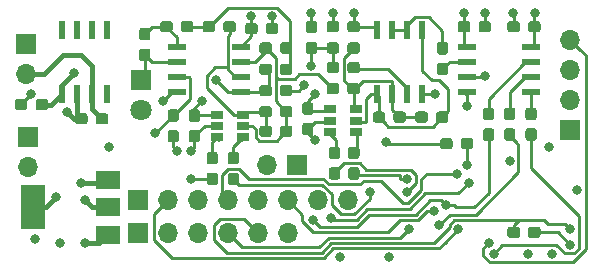
<source format=gbr>
G04 #@! TF.GenerationSoftware,KiCad,Pcbnew,(5.0.0-rc2-178-g3c7b91b96)*
G04 #@! TF.CreationDate,2018-06-28T12:03:05+02:00*
G04 #@! TF.ProjectId,pcb2,706362322E6B696361645F7063620000,1*
G04 #@! TF.SameCoordinates,Original*
G04 #@! TF.FileFunction,Copper,L1,Top,Signal*
G04 #@! TF.FilePolarity,Positive*
%FSLAX46Y46*%
G04 Gerber Fmt 4.6, Leading zero omitted, Abs format (unit mm)*
G04 Created by KiCad (PCBNEW (5.0.0-rc2-178-g3c7b91b96)) date 06/28/18 12:03:05*
%MOMM*%
%LPD*%
G01*
G04 APERTURE LIST*
G04 #@! TA.AperFunction,ComponentPad*
%ADD10R,1.700000X1.700000*%
G04 #@! TD*
G04 #@! TA.AperFunction,ComponentPad*
%ADD11O,1.700000X1.700000*%
G04 #@! TD*
G04 #@! TA.AperFunction,Conductor*
%ADD12C,0.100000*%
G04 #@! TD*
G04 #@! TA.AperFunction,SMDPad,CuDef*
%ADD13C,0.950000*%
G04 #@! TD*
G04 #@! TA.AperFunction,ComponentPad*
%ADD14R,1.800000X1.800000*%
G04 #@! TD*
G04 #@! TA.AperFunction,ComponentPad*
%ADD15C,1.800000*%
G04 #@! TD*
G04 #@! TA.AperFunction,SMDPad,CuDef*
%ADD16R,1.550000X0.600000*%
G04 #@! TD*
G04 #@! TA.AperFunction,SMDPad,CuDef*
%ADD17R,0.600000X1.550000*%
G04 #@! TD*
G04 #@! TA.AperFunction,SMDPad,CuDef*
%ADD18R,2.000000X3.800000*%
G04 #@! TD*
G04 #@! TA.AperFunction,SMDPad,CuDef*
%ADD19R,2.000000X1.500000*%
G04 #@! TD*
G04 #@! TA.AperFunction,SMDPad,CuDef*
%ADD20R,1.060000X0.650000*%
G04 #@! TD*
G04 #@! TA.AperFunction,ViaPad*
%ADD21C,0.800000*%
G04 #@! TD*
G04 #@! TA.AperFunction,Conductor*
%ADD22C,0.250000*%
G04 #@! TD*
G04 #@! TA.AperFunction,Conductor*
%ADD23C,0.400000*%
G04 #@! TD*
G04 APERTURE END LIST*
D10*
G04 #@! TO.P,J3,1*
G04 #@! TO.N,/EINK_BUSY*
X73630000Y-97680000D03*
D11*
G04 #@! TO.P,J3,2*
G04 #@! TO.N,/EINK_RST*
X76170000Y-97680000D03*
G04 #@! TO.P,J3,3*
G04 #@! TO.N,/EINK_DC*
X78710000Y-97680000D03*
G04 #@! TO.P,J3,4*
G04 #@! TO.N,/EINK_CS*
X81250000Y-97680000D03*
G04 #@! TO.P,J3,5*
G04 #@! TO.N,/ADC_CLK*
X83790000Y-97680000D03*
G04 #@! TO.P,J3,6*
G04 #@! TO.N,/EINK_DOUT*
X86330000Y-97680000D03*
G04 #@! TO.P,J3,7*
G04 #@! TO.N,GNDD*
X88870000Y-97680000D03*
G04 #@! TO.P,J3,8*
G04 #@! TO.N,+3V3*
X91410000Y-97680000D03*
G04 #@! TD*
D10*
G04 #@! TO.P,J5,1*
G04 #@! TO.N,/VCPRX*
X87130000Y-94680000D03*
D11*
G04 #@! TO.P,J5,2*
G04 #@! TO.N,/VCPTX*
X84590000Y-94680000D03*
G04 #@! TD*
D10*
G04 #@! TO.P,J4,1*
G04 #@! TO.N,+3V3*
X73660000Y-100470000D03*
D11*
G04 #@! TO.P,J4,2*
G04 #@! TO.N,/SWCLK*
X76200000Y-100470000D03*
G04 #@! TO.P,J4,3*
G04 #@! TO.N,GNDD*
X78740000Y-100470000D03*
G04 #@! TO.P,J4,4*
G04 #@! TO.N,/SWDIO*
X81280000Y-100470000D03*
G04 #@! TO.P,J4,5*
G04 #@! TO.N,/NRST*
X83820000Y-100470000D03*
G04 #@! TO.P,J4,6*
G04 #@! TO.N,GNDD*
X86360000Y-100470000D03*
G04 #@! TD*
D10*
G04 #@! TO.P,J6,1*
G04 #@! TO.N,/PB7*
X110230000Y-91680000D03*
D11*
G04 #@! TO.P,J6,2*
G04 #@! TO.N,/PB6*
X110230000Y-89140000D03*
G04 #@! TO.P,J6,3*
G04 #@! TO.N,/PB1*
X110230000Y-86600000D03*
G04 #@! TO.P,J6,4*
G04 #@! TO.N,/PB0*
X110230000Y-84060000D03*
G04 #@! TD*
D12*
G04 #@! TO.N,GNDA*
G04 #@! TO.C,C12*
G36*
X90465779Y-82506144D02*
X90488834Y-82509563D01*
X90511443Y-82515227D01*
X90533387Y-82523079D01*
X90554457Y-82533044D01*
X90574448Y-82545026D01*
X90593168Y-82558910D01*
X90610438Y-82574562D01*
X90626090Y-82591832D01*
X90639974Y-82610552D01*
X90651956Y-82630543D01*
X90661921Y-82651613D01*
X90669773Y-82673557D01*
X90675437Y-82696166D01*
X90678856Y-82719221D01*
X90680000Y-82742500D01*
X90680000Y-83217500D01*
X90678856Y-83240779D01*
X90675437Y-83263834D01*
X90669773Y-83286443D01*
X90661921Y-83308387D01*
X90651956Y-83329457D01*
X90639974Y-83349448D01*
X90626090Y-83368168D01*
X90610438Y-83385438D01*
X90593168Y-83401090D01*
X90574448Y-83414974D01*
X90554457Y-83426956D01*
X90533387Y-83436921D01*
X90511443Y-83444773D01*
X90488834Y-83450437D01*
X90465779Y-83453856D01*
X90442500Y-83455000D01*
X89867500Y-83455000D01*
X89844221Y-83453856D01*
X89821166Y-83450437D01*
X89798557Y-83444773D01*
X89776613Y-83436921D01*
X89755543Y-83426956D01*
X89735552Y-83414974D01*
X89716832Y-83401090D01*
X89699562Y-83385438D01*
X89683910Y-83368168D01*
X89670026Y-83349448D01*
X89658044Y-83329457D01*
X89648079Y-83308387D01*
X89640227Y-83286443D01*
X89634563Y-83263834D01*
X89631144Y-83240779D01*
X89630000Y-83217500D01*
X89630000Y-82742500D01*
X89631144Y-82719221D01*
X89634563Y-82696166D01*
X89640227Y-82673557D01*
X89648079Y-82651613D01*
X89658044Y-82630543D01*
X89670026Y-82610552D01*
X89683910Y-82591832D01*
X89699562Y-82574562D01*
X89716832Y-82558910D01*
X89735552Y-82545026D01*
X89755543Y-82533044D01*
X89776613Y-82523079D01*
X89798557Y-82515227D01*
X89821166Y-82509563D01*
X89844221Y-82506144D01*
X89867500Y-82505000D01*
X90442500Y-82505000D01*
X90465779Y-82506144D01*
X90465779Y-82506144D01*
G37*
D13*
G04 #@! TD*
G04 #@! TO.P,C12,2*
G04 #@! TO.N,GNDA*
X90155000Y-82980000D03*
D12*
G04 #@! TO.N,+4V*
G04 #@! TO.C,C12*
G36*
X92215779Y-82506144D02*
X92238834Y-82509563D01*
X92261443Y-82515227D01*
X92283387Y-82523079D01*
X92304457Y-82533044D01*
X92324448Y-82545026D01*
X92343168Y-82558910D01*
X92360438Y-82574562D01*
X92376090Y-82591832D01*
X92389974Y-82610552D01*
X92401956Y-82630543D01*
X92411921Y-82651613D01*
X92419773Y-82673557D01*
X92425437Y-82696166D01*
X92428856Y-82719221D01*
X92430000Y-82742500D01*
X92430000Y-83217500D01*
X92428856Y-83240779D01*
X92425437Y-83263834D01*
X92419773Y-83286443D01*
X92411921Y-83308387D01*
X92401956Y-83329457D01*
X92389974Y-83349448D01*
X92376090Y-83368168D01*
X92360438Y-83385438D01*
X92343168Y-83401090D01*
X92324448Y-83414974D01*
X92304457Y-83426956D01*
X92283387Y-83436921D01*
X92261443Y-83444773D01*
X92238834Y-83450437D01*
X92215779Y-83453856D01*
X92192500Y-83455000D01*
X91617500Y-83455000D01*
X91594221Y-83453856D01*
X91571166Y-83450437D01*
X91548557Y-83444773D01*
X91526613Y-83436921D01*
X91505543Y-83426956D01*
X91485552Y-83414974D01*
X91466832Y-83401090D01*
X91449562Y-83385438D01*
X91433910Y-83368168D01*
X91420026Y-83349448D01*
X91408044Y-83329457D01*
X91398079Y-83308387D01*
X91390227Y-83286443D01*
X91384563Y-83263834D01*
X91381144Y-83240779D01*
X91380000Y-83217500D01*
X91380000Y-82742500D01*
X91381144Y-82719221D01*
X91384563Y-82696166D01*
X91390227Y-82673557D01*
X91398079Y-82651613D01*
X91408044Y-82630543D01*
X91420026Y-82610552D01*
X91433910Y-82591832D01*
X91449562Y-82574562D01*
X91466832Y-82558910D01*
X91485552Y-82545026D01*
X91505543Y-82533044D01*
X91526613Y-82523079D01*
X91548557Y-82515227D01*
X91571166Y-82509563D01*
X91594221Y-82506144D01*
X91617500Y-82505000D01*
X92192500Y-82505000D01*
X92215779Y-82506144D01*
X92215779Y-82506144D01*
G37*
D13*
G04 #@! TD*
G04 #@! TO.P,C12,1*
G04 #@! TO.N,+4V*
X91905000Y-82980000D03*
D12*
G04 #@! TO.N,Net-(C24-Pad1)*
G04 #@! TO.C,C24*
G36*
X99715779Y-90156144D02*
X99738834Y-90159563D01*
X99761443Y-90165227D01*
X99783387Y-90173079D01*
X99804457Y-90183044D01*
X99824448Y-90195026D01*
X99843168Y-90208910D01*
X99860438Y-90224562D01*
X99876090Y-90241832D01*
X99889974Y-90260552D01*
X99901956Y-90280543D01*
X99911921Y-90301613D01*
X99919773Y-90323557D01*
X99925437Y-90346166D01*
X99928856Y-90369221D01*
X99930000Y-90392500D01*
X99930000Y-90867500D01*
X99928856Y-90890779D01*
X99925437Y-90913834D01*
X99919773Y-90936443D01*
X99911921Y-90958387D01*
X99901956Y-90979457D01*
X99889974Y-90999448D01*
X99876090Y-91018168D01*
X99860438Y-91035438D01*
X99843168Y-91051090D01*
X99824448Y-91064974D01*
X99804457Y-91076956D01*
X99783387Y-91086921D01*
X99761443Y-91094773D01*
X99738834Y-91100437D01*
X99715779Y-91103856D01*
X99692500Y-91105000D01*
X99117500Y-91105000D01*
X99094221Y-91103856D01*
X99071166Y-91100437D01*
X99048557Y-91094773D01*
X99026613Y-91086921D01*
X99005543Y-91076956D01*
X98985552Y-91064974D01*
X98966832Y-91051090D01*
X98949562Y-91035438D01*
X98933910Y-91018168D01*
X98920026Y-90999448D01*
X98908044Y-90979457D01*
X98898079Y-90958387D01*
X98890227Y-90936443D01*
X98884563Y-90913834D01*
X98881144Y-90890779D01*
X98880000Y-90867500D01*
X98880000Y-90392500D01*
X98881144Y-90369221D01*
X98884563Y-90346166D01*
X98890227Y-90323557D01*
X98898079Y-90301613D01*
X98908044Y-90280543D01*
X98920026Y-90260552D01*
X98933910Y-90241832D01*
X98949562Y-90224562D01*
X98966832Y-90208910D01*
X98985552Y-90195026D01*
X99005543Y-90183044D01*
X99026613Y-90173079D01*
X99048557Y-90165227D01*
X99071166Y-90159563D01*
X99094221Y-90156144D01*
X99117500Y-90155000D01*
X99692500Y-90155000D01*
X99715779Y-90156144D01*
X99715779Y-90156144D01*
G37*
D13*
G04 #@! TD*
G04 #@! TO.P,C24,1*
G04 #@! TO.N,Net-(C24-Pad1)*
X99405000Y-90630000D03*
D12*
G04 #@! TO.N,Net-(C23-Pad1)*
G04 #@! TO.C,C24*
G36*
X97965779Y-90156144D02*
X97988834Y-90159563D01*
X98011443Y-90165227D01*
X98033387Y-90173079D01*
X98054457Y-90183044D01*
X98074448Y-90195026D01*
X98093168Y-90208910D01*
X98110438Y-90224562D01*
X98126090Y-90241832D01*
X98139974Y-90260552D01*
X98151956Y-90280543D01*
X98161921Y-90301613D01*
X98169773Y-90323557D01*
X98175437Y-90346166D01*
X98178856Y-90369221D01*
X98180000Y-90392500D01*
X98180000Y-90867500D01*
X98178856Y-90890779D01*
X98175437Y-90913834D01*
X98169773Y-90936443D01*
X98161921Y-90958387D01*
X98151956Y-90979457D01*
X98139974Y-90999448D01*
X98126090Y-91018168D01*
X98110438Y-91035438D01*
X98093168Y-91051090D01*
X98074448Y-91064974D01*
X98054457Y-91076956D01*
X98033387Y-91086921D01*
X98011443Y-91094773D01*
X97988834Y-91100437D01*
X97965779Y-91103856D01*
X97942500Y-91105000D01*
X97367500Y-91105000D01*
X97344221Y-91103856D01*
X97321166Y-91100437D01*
X97298557Y-91094773D01*
X97276613Y-91086921D01*
X97255543Y-91076956D01*
X97235552Y-91064974D01*
X97216832Y-91051090D01*
X97199562Y-91035438D01*
X97183910Y-91018168D01*
X97170026Y-90999448D01*
X97158044Y-90979457D01*
X97148079Y-90958387D01*
X97140227Y-90936443D01*
X97134563Y-90913834D01*
X97131144Y-90890779D01*
X97130000Y-90867500D01*
X97130000Y-90392500D01*
X97131144Y-90369221D01*
X97134563Y-90346166D01*
X97140227Y-90323557D01*
X97148079Y-90301613D01*
X97158044Y-90280543D01*
X97170026Y-90260552D01*
X97183910Y-90241832D01*
X97199562Y-90224562D01*
X97216832Y-90208910D01*
X97235552Y-90195026D01*
X97255543Y-90183044D01*
X97276613Y-90173079D01*
X97298557Y-90165227D01*
X97321166Y-90159563D01*
X97344221Y-90156144D01*
X97367500Y-90155000D01*
X97942500Y-90155000D01*
X97965779Y-90156144D01*
X97965779Y-90156144D01*
G37*
D13*
G04 #@! TD*
G04 #@! TO.P,C24,2*
G04 #@! TO.N,Net-(C23-Pad1)*
X97655000Y-90630000D03*
D12*
G04 #@! TO.N,+2V5*
G04 #@! TO.C,C23*
G36*
X90465779Y-84306144D02*
X90488834Y-84309563D01*
X90511443Y-84315227D01*
X90533387Y-84323079D01*
X90554457Y-84333044D01*
X90574448Y-84345026D01*
X90593168Y-84358910D01*
X90610438Y-84374562D01*
X90626090Y-84391832D01*
X90639974Y-84410552D01*
X90651956Y-84430543D01*
X90661921Y-84451613D01*
X90669773Y-84473557D01*
X90675437Y-84496166D01*
X90678856Y-84519221D01*
X90680000Y-84542500D01*
X90680000Y-85017500D01*
X90678856Y-85040779D01*
X90675437Y-85063834D01*
X90669773Y-85086443D01*
X90661921Y-85108387D01*
X90651956Y-85129457D01*
X90639974Y-85149448D01*
X90626090Y-85168168D01*
X90610438Y-85185438D01*
X90593168Y-85201090D01*
X90574448Y-85214974D01*
X90554457Y-85226956D01*
X90533387Y-85236921D01*
X90511443Y-85244773D01*
X90488834Y-85250437D01*
X90465779Y-85253856D01*
X90442500Y-85255000D01*
X89867500Y-85255000D01*
X89844221Y-85253856D01*
X89821166Y-85250437D01*
X89798557Y-85244773D01*
X89776613Y-85236921D01*
X89755543Y-85226956D01*
X89735552Y-85214974D01*
X89716832Y-85201090D01*
X89699562Y-85185438D01*
X89683910Y-85168168D01*
X89670026Y-85149448D01*
X89658044Y-85129457D01*
X89648079Y-85108387D01*
X89640227Y-85086443D01*
X89634563Y-85063834D01*
X89631144Y-85040779D01*
X89630000Y-85017500D01*
X89630000Y-84542500D01*
X89631144Y-84519221D01*
X89634563Y-84496166D01*
X89640227Y-84473557D01*
X89648079Y-84451613D01*
X89658044Y-84430543D01*
X89670026Y-84410552D01*
X89683910Y-84391832D01*
X89699562Y-84374562D01*
X89716832Y-84358910D01*
X89735552Y-84345026D01*
X89755543Y-84333044D01*
X89776613Y-84323079D01*
X89798557Y-84315227D01*
X89821166Y-84309563D01*
X89844221Y-84306144D01*
X89867500Y-84305000D01*
X90442500Y-84305000D01*
X90465779Y-84306144D01*
X90465779Y-84306144D01*
G37*
D13*
G04 #@! TD*
G04 #@! TO.P,C23,2*
G04 #@! TO.N,+2V5*
X90155000Y-84780000D03*
D12*
G04 #@! TO.N,Net-(C23-Pad1)*
G04 #@! TO.C,C23*
G36*
X92215779Y-84306144D02*
X92238834Y-84309563D01*
X92261443Y-84315227D01*
X92283387Y-84323079D01*
X92304457Y-84333044D01*
X92324448Y-84345026D01*
X92343168Y-84358910D01*
X92360438Y-84374562D01*
X92376090Y-84391832D01*
X92389974Y-84410552D01*
X92401956Y-84430543D01*
X92411921Y-84451613D01*
X92419773Y-84473557D01*
X92425437Y-84496166D01*
X92428856Y-84519221D01*
X92430000Y-84542500D01*
X92430000Y-85017500D01*
X92428856Y-85040779D01*
X92425437Y-85063834D01*
X92419773Y-85086443D01*
X92411921Y-85108387D01*
X92401956Y-85129457D01*
X92389974Y-85149448D01*
X92376090Y-85168168D01*
X92360438Y-85185438D01*
X92343168Y-85201090D01*
X92324448Y-85214974D01*
X92304457Y-85226956D01*
X92283387Y-85236921D01*
X92261443Y-85244773D01*
X92238834Y-85250437D01*
X92215779Y-85253856D01*
X92192500Y-85255000D01*
X91617500Y-85255000D01*
X91594221Y-85253856D01*
X91571166Y-85250437D01*
X91548557Y-85244773D01*
X91526613Y-85236921D01*
X91505543Y-85226956D01*
X91485552Y-85214974D01*
X91466832Y-85201090D01*
X91449562Y-85185438D01*
X91433910Y-85168168D01*
X91420026Y-85149448D01*
X91408044Y-85129457D01*
X91398079Y-85108387D01*
X91390227Y-85086443D01*
X91384563Y-85063834D01*
X91381144Y-85040779D01*
X91380000Y-85017500D01*
X91380000Y-84542500D01*
X91381144Y-84519221D01*
X91384563Y-84496166D01*
X91390227Y-84473557D01*
X91398079Y-84451613D01*
X91408044Y-84430543D01*
X91420026Y-84410552D01*
X91433910Y-84391832D01*
X91449562Y-84374562D01*
X91466832Y-84358910D01*
X91485552Y-84345026D01*
X91505543Y-84333044D01*
X91526613Y-84323079D01*
X91548557Y-84315227D01*
X91571166Y-84309563D01*
X91594221Y-84306144D01*
X91617500Y-84305000D01*
X92192500Y-84305000D01*
X92215779Y-84306144D01*
X92215779Y-84306144D01*
G37*
D13*
G04 #@! TD*
G04 #@! TO.P,C23,1*
G04 #@! TO.N,Net-(C23-Pad1)*
X91905000Y-84780000D03*
D12*
G04 #@! TO.N,Net-(C21-Pad1)*
G04 #@! TO.C,C22*
G36*
X86515779Y-91356144D02*
X86538834Y-91359563D01*
X86561443Y-91365227D01*
X86583387Y-91373079D01*
X86604457Y-91383044D01*
X86624448Y-91395026D01*
X86643168Y-91408910D01*
X86660438Y-91424562D01*
X86676090Y-91441832D01*
X86689974Y-91460552D01*
X86701956Y-91480543D01*
X86711921Y-91501613D01*
X86719773Y-91523557D01*
X86725437Y-91546166D01*
X86728856Y-91569221D01*
X86730000Y-91592500D01*
X86730000Y-92067500D01*
X86728856Y-92090779D01*
X86725437Y-92113834D01*
X86719773Y-92136443D01*
X86711921Y-92158387D01*
X86701956Y-92179457D01*
X86689974Y-92199448D01*
X86676090Y-92218168D01*
X86660438Y-92235438D01*
X86643168Y-92251090D01*
X86624448Y-92264974D01*
X86604457Y-92276956D01*
X86583387Y-92286921D01*
X86561443Y-92294773D01*
X86538834Y-92300437D01*
X86515779Y-92303856D01*
X86492500Y-92305000D01*
X85917500Y-92305000D01*
X85894221Y-92303856D01*
X85871166Y-92300437D01*
X85848557Y-92294773D01*
X85826613Y-92286921D01*
X85805543Y-92276956D01*
X85785552Y-92264974D01*
X85766832Y-92251090D01*
X85749562Y-92235438D01*
X85733910Y-92218168D01*
X85720026Y-92199448D01*
X85708044Y-92179457D01*
X85698079Y-92158387D01*
X85690227Y-92136443D01*
X85684563Y-92113834D01*
X85681144Y-92090779D01*
X85680000Y-92067500D01*
X85680000Y-91592500D01*
X85681144Y-91569221D01*
X85684563Y-91546166D01*
X85690227Y-91523557D01*
X85698079Y-91501613D01*
X85708044Y-91480543D01*
X85720026Y-91460552D01*
X85733910Y-91441832D01*
X85749562Y-91424562D01*
X85766832Y-91408910D01*
X85785552Y-91395026D01*
X85805543Y-91383044D01*
X85826613Y-91373079D01*
X85848557Y-91365227D01*
X85871166Y-91359563D01*
X85894221Y-91356144D01*
X85917500Y-91355000D01*
X86492500Y-91355000D01*
X86515779Y-91356144D01*
X86515779Y-91356144D01*
G37*
D13*
G04 #@! TD*
G04 #@! TO.P,C22,1*
G04 #@! TO.N,Net-(C21-Pad1)*
X86205000Y-91830000D03*
D12*
G04 #@! TO.N,Net-(C20-Pad1)*
G04 #@! TO.C,C22*
G36*
X84765779Y-91356144D02*
X84788834Y-91359563D01*
X84811443Y-91365227D01*
X84833387Y-91373079D01*
X84854457Y-91383044D01*
X84874448Y-91395026D01*
X84893168Y-91408910D01*
X84910438Y-91424562D01*
X84926090Y-91441832D01*
X84939974Y-91460552D01*
X84951956Y-91480543D01*
X84961921Y-91501613D01*
X84969773Y-91523557D01*
X84975437Y-91546166D01*
X84978856Y-91569221D01*
X84980000Y-91592500D01*
X84980000Y-92067500D01*
X84978856Y-92090779D01*
X84975437Y-92113834D01*
X84969773Y-92136443D01*
X84961921Y-92158387D01*
X84951956Y-92179457D01*
X84939974Y-92199448D01*
X84926090Y-92218168D01*
X84910438Y-92235438D01*
X84893168Y-92251090D01*
X84874448Y-92264974D01*
X84854457Y-92276956D01*
X84833387Y-92286921D01*
X84811443Y-92294773D01*
X84788834Y-92300437D01*
X84765779Y-92303856D01*
X84742500Y-92305000D01*
X84167500Y-92305000D01*
X84144221Y-92303856D01*
X84121166Y-92300437D01*
X84098557Y-92294773D01*
X84076613Y-92286921D01*
X84055543Y-92276956D01*
X84035552Y-92264974D01*
X84016832Y-92251090D01*
X83999562Y-92235438D01*
X83983910Y-92218168D01*
X83970026Y-92199448D01*
X83958044Y-92179457D01*
X83948079Y-92158387D01*
X83940227Y-92136443D01*
X83934563Y-92113834D01*
X83931144Y-92090779D01*
X83930000Y-92067500D01*
X83930000Y-91592500D01*
X83931144Y-91569221D01*
X83934563Y-91546166D01*
X83940227Y-91523557D01*
X83948079Y-91501613D01*
X83958044Y-91480543D01*
X83970026Y-91460552D01*
X83983910Y-91441832D01*
X83999562Y-91424562D01*
X84016832Y-91408910D01*
X84035552Y-91395026D01*
X84055543Y-91383044D01*
X84076613Y-91373079D01*
X84098557Y-91365227D01*
X84121166Y-91359563D01*
X84144221Y-91356144D01*
X84167500Y-91355000D01*
X84742500Y-91355000D01*
X84765779Y-91356144D01*
X84765779Y-91356144D01*
G37*
D13*
G04 #@! TD*
G04 #@! TO.P,C22,2*
G04 #@! TO.N,Net-(C20-Pad1)*
X84455000Y-91830000D03*
D12*
G04 #@! TO.N,Net-(C20-Pad2)*
G04 #@! TO.C,C21*
G36*
X86515779Y-84306144D02*
X86538834Y-84309563D01*
X86561443Y-84315227D01*
X86583387Y-84323079D01*
X86604457Y-84333044D01*
X86624448Y-84345026D01*
X86643168Y-84358910D01*
X86660438Y-84374562D01*
X86676090Y-84391832D01*
X86689974Y-84410552D01*
X86701956Y-84430543D01*
X86711921Y-84451613D01*
X86719773Y-84473557D01*
X86725437Y-84496166D01*
X86728856Y-84519221D01*
X86730000Y-84542500D01*
X86730000Y-85017500D01*
X86728856Y-85040779D01*
X86725437Y-85063834D01*
X86719773Y-85086443D01*
X86711921Y-85108387D01*
X86701956Y-85129457D01*
X86689974Y-85149448D01*
X86676090Y-85168168D01*
X86660438Y-85185438D01*
X86643168Y-85201090D01*
X86624448Y-85214974D01*
X86604457Y-85226956D01*
X86583387Y-85236921D01*
X86561443Y-85244773D01*
X86538834Y-85250437D01*
X86515779Y-85253856D01*
X86492500Y-85255000D01*
X85917500Y-85255000D01*
X85894221Y-85253856D01*
X85871166Y-85250437D01*
X85848557Y-85244773D01*
X85826613Y-85236921D01*
X85805543Y-85226956D01*
X85785552Y-85214974D01*
X85766832Y-85201090D01*
X85749562Y-85185438D01*
X85733910Y-85168168D01*
X85720026Y-85149448D01*
X85708044Y-85129457D01*
X85698079Y-85108387D01*
X85690227Y-85086443D01*
X85684563Y-85063834D01*
X85681144Y-85040779D01*
X85680000Y-85017500D01*
X85680000Y-84542500D01*
X85681144Y-84519221D01*
X85684563Y-84496166D01*
X85690227Y-84473557D01*
X85698079Y-84451613D01*
X85708044Y-84430543D01*
X85720026Y-84410552D01*
X85733910Y-84391832D01*
X85749562Y-84374562D01*
X85766832Y-84358910D01*
X85785552Y-84345026D01*
X85805543Y-84333044D01*
X85826613Y-84323079D01*
X85848557Y-84315227D01*
X85871166Y-84309563D01*
X85894221Y-84306144D01*
X85917500Y-84305000D01*
X86492500Y-84305000D01*
X86515779Y-84306144D01*
X86515779Y-84306144D01*
G37*
D13*
G04 #@! TD*
G04 #@! TO.P,C21,2*
G04 #@! TO.N,Net-(C20-Pad2)*
X86205000Y-84780000D03*
D12*
G04 #@! TO.N,Net-(C21-Pad1)*
G04 #@! TO.C,C21*
G36*
X84765779Y-84306144D02*
X84788834Y-84309563D01*
X84811443Y-84315227D01*
X84833387Y-84323079D01*
X84854457Y-84333044D01*
X84874448Y-84345026D01*
X84893168Y-84358910D01*
X84910438Y-84374562D01*
X84926090Y-84391832D01*
X84939974Y-84410552D01*
X84951956Y-84430543D01*
X84961921Y-84451613D01*
X84969773Y-84473557D01*
X84975437Y-84496166D01*
X84978856Y-84519221D01*
X84980000Y-84542500D01*
X84980000Y-85017500D01*
X84978856Y-85040779D01*
X84975437Y-85063834D01*
X84969773Y-85086443D01*
X84961921Y-85108387D01*
X84951956Y-85129457D01*
X84939974Y-85149448D01*
X84926090Y-85168168D01*
X84910438Y-85185438D01*
X84893168Y-85201090D01*
X84874448Y-85214974D01*
X84854457Y-85226956D01*
X84833387Y-85236921D01*
X84811443Y-85244773D01*
X84788834Y-85250437D01*
X84765779Y-85253856D01*
X84742500Y-85255000D01*
X84167500Y-85255000D01*
X84144221Y-85253856D01*
X84121166Y-85250437D01*
X84098557Y-85244773D01*
X84076613Y-85236921D01*
X84055543Y-85226956D01*
X84035552Y-85214974D01*
X84016832Y-85201090D01*
X83999562Y-85185438D01*
X83983910Y-85168168D01*
X83970026Y-85149448D01*
X83958044Y-85129457D01*
X83948079Y-85108387D01*
X83940227Y-85086443D01*
X83934563Y-85063834D01*
X83931144Y-85040779D01*
X83930000Y-85017500D01*
X83930000Y-84542500D01*
X83931144Y-84519221D01*
X83934563Y-84496166D01*
X83940227Y-84473557D01*
X83948079Y-84451613D01*
X83958044Y-84430543D01*
X83970026Y-84410552D01*
X83983910Y-84391832D01*
X83999562Y-84374562D01*
X84016832Y-84358910D01*
X84035552Y-84345026D01*
X84055543Y-84333044D01*
X84076613Y-84323079D01*
X84098557Y-84315227D01*
X84121166Y-84309563D01*
X84144221Y-84306144D01*
X84167500Y-84305000D01*
X84742500Y-84305000D01*
X84765779Y-84306144D01*
X84765779Y-84306144D01*
G37*
D13*
G04 #@! TD*
G04 #@! TO.P,C21,1*
G04 #@! TO.N,Net-(C21-Pad1)*
X84455000Y-84780000D03*
D12*
G04 #@! TO.N,Net-(C20-Pad1)*
G04 #@! TO.C,C20*
G36*
X81715779Y-82506144D02*
X81738834Y-82509563D01*
X81761443Y-82515227D01*
X81783387Y-82523079D01*
X81804457Y-82533044D01*
X81824448Y-82545026D01*
X81843168Y-82558910D01*
X81860438Y-82574562D01*
X81876090Y-82591832D01*
X81889974Y-82610552D01*
X81901956Y-82630543D01*
X81911921Y-82651613D01*
X81919773Y-82673557D01*
X81925437Y-82696166D01*
X81928856Y-82719221D01*
X81930000Y-82742500D01*
X81930000Y-83217500D01*
X81928856Y-83240779D01*
X81925437Y-83263834D01*
X81919773Y-83286443D01*
X81911921Y-83308387D01*
X81901956Y-83329457D01*
X81889974Y-83349448D01*
X81876090Y-83368168D01*
X81860438Y-83385438D01*
X81843168Y-83401090D01*
X81824448Y-83414974D01*
X81804457Y-83426956D01*
X81783387Y-83436921D01*
X81761443Y-83444773D01*
X81738834Y-83450437D01*
X81715779Y-83453856D01*
X81692500Y-83455000D01*
X81117500Y-83455000D01*
X81094221Y-83453856D01*
X81071166Y-83450437D01*
X81048557Y-83444773D01*
X81026613Y-83436921D01*
X81005543Y-83426956D01*
X80985552Y-83414974D01*
X80966832Y-83401090D01*
X80949562Y-83385438D01*
X80933910Y-83368168D01*
X80920026Y-83349448D01*
X80908044Y-83329457D01*
X80898079Y-83308387D01*
X80890227Y-83286443D01*
X80884563Y-83263834D01*
X80881144Y-83240779D01*
X80880000Y-83217500D01*
X80880000Y-82742500D01*
X80881144Y-82719221D01*
X80884563Y-82696166D01*
X80890227Y-82673557D01*
X80898079Y-82651613D01*
X80908044Y-82630543D01*
X80920026Y-82610552D01*
X80933910Y-82591832D01*
X80949562Y-82574562D01*
X80966832Y-82558910D01*
X80985552Y-82545026D01*
X81005543Y-82533044D01*
X81026613Y-82523079D01*
X81048557Y-82515227D01*
X81071166Y-82509563D01*
X81094221Y-82506144D01*
X81117500Y-82505000D01*
X81692500Y-82505000D01*
X81715779Y-82506144D01*
X81715779Y-82506144D01*
G37*
D13*
G04 #@! TD*
G04 #@! TO.P,C20,1*
G04 #@! TO.N,Net-(C20-Pad1)*
X81405000Y-82980000D03*
D12*
G04 #@! TO.N,Net-(C20-Pad2)*
G04 #@! TO.C,C20*
G36*
X79965779Y-82506144D02*
X79988834Y-82509563D01*
X80011443Y-82515227D01*
X80033387Y-82523079D01*
X80054457Y-82533044D01*
X80074448Y-82545026D01*
X80093168Y-82558910D01*
X80110438Y-82574562D01*
X80126090Y-82591832D01*
X80139974Y-82610552D01*
X80151956Y-82630543D01*
X80161921Y-82651613D01*
X80169773Y-82673557D01*
X80175437Y-82696166D01*
X80178856Y-82719221D01*
X80180000Y-82742500D01*
X80180000Y-83217500D01*
X80178856Y-83240779D01*
X80175437Y-83263834D01*
X80169773Y-83286443D01*
X80161921Y-83308387D01*
X80151956Y-83329457D01*
X80139974Y-83349448D01*
X80126090Y-83368168D01*
X80110438Y-83385438D01*
X80093168Y-83401090D01*
X80074448Y-83414974D01*
X80054457Y-83426956D01*
X80033387Y-83436921D01*
X80011443Y-83444773D01*
X79988834Y-83450437D01*
X79965779Y-83453856D01*
X79942500Y-83455000D01*
X79367500Y-83455000D01*
X79344221Y-83453856D01*
X79321166Y-83450437D01*
X79298557Y-83444773D01*
X79276613Y-83436921D01*
X79255543Y-83426956D01*
X79235552Y-83414974D01*
X79216832Y-83401090D01*
X79199562Y-83385438D01*
X79183910Y-83368168D01*
X79170026Y-83349448D01*
X79158044Y-83329457D01*
X79148079Y-83308387D01*
X79140227Y-83286443D01*
X79134563Y-83263834D01*
X79131144Y-83240779D01*
X79130000Y-83217500D01*
X79130000Y-82742500D01*
X79131144Y-82719221D01*
X79134563Y-82696166D01*
X79140227Y-82673557D01*
X79148079Y-82651613D01*
X79158044Y-82630543D01*
X79170026Y-82610552D01*
X79183910Y-82591832D01*
X79199562Y-82574562D01*
X79216832Y-82558910D01*
X79235552Y-82545026D01*
X79255543Y-82533044D01*
X79276613Y-82523079D01*
X79298557Y-82515227D01*
X79321166Y-82509563D01*
X79344221Y-82506144D01*
X79367500Y-82505000D01*
X79942500Y-82505000D01*
X79965779Y-82506144D01*
X79965779Y-82506144D01*
G37*
D13*
G04 #@! TD*
G04 #@! TO.P,C20,2*
G04 #@! TO.N,Net-(C20-Pad2)*
X79655000Y-82980000D03*
D12*
G04 #@! TO.N,GNDA*
G04 #@! TO.C,C19*
G36*
X88590779Y-82481144D02*
X88613834Y-82484563D01*
X88636443Y-82490227D01*
X88658387Y-82498079D01*
X88679457Y-82508044D01*
X88699448Y-82520026D01*
X88718168Y-82533910D01*
X88735438Y-82549562D01*
X88751090Y-82566832D01*
X88764974Y-82585552D01*
X88776956Y-82605543D01*
X88786921Y-82626613D01*
X88794773Y-82648557D01*
X88800437Y-82671166D01*
X88803856Y-82694221D01*
X88805000Y-82717500D01*
X88805000Y-83292500D01*
X88803856Y-83315779D01*
X88800437Y-83338834D01*
X88794773Y-83361443D01*
X88786921Y-83383387D01*
X88776956Y-83404457D01*
X88764974Y-83424448D01*
X88751090Y-83443168D01*
X88735438Y-83460438D01*
X88718168Y-83476090D01*
X88699448Y-83489974D01*
X88679457Y-83501956D01*
X88658387Y-83511921D01*
X88636443Y-83519773D01*
X88613834Y-83525437D01*
X88590779Y-83528856D01*
X88567500Y-83530000D01*
X88092500Y-83530000D01*
X88069221Y-83528856D01*
X88046166Y-83525437D01*
X88023557Y-83519773D01*
X88001613Y-83511921D01*
X87980543Y-83501956D01*
X87960552Y-83489974D01*
X87941832Y-83476090D01*
X87924562Y-83460438D01*
X87908910Y-83443168D01*
X87895026Y-83424448D01*
X87883044Y-83404457D01*
X87873079Y-83383387D01*
X87865227Y-83361443D01*
X87859563Y-83338834D01*
X87856144Y-83315779D01*
X87855000Y-83292500D01*
X87855000Y-82717500D01*
X87856144Y-82694221D01*
X87859563Y-82671166D01*
X87865227Y-82648557D01*
X87873079Y-82626613D01*
X87883044Y-82605543D01*
X87895026Y-82585552D01*
X87908910Y-82566832D01*
X87924562Y-82549562D01*
X87941832Y-82533910D01*
X87960552Y-82520026D01*
X87980543Y-82508044D01*
X88001613Y-82498079D01*
X88023557Y-82490227D01*
X88046166Y-82484563D01*
X88069221Y-82481144D01*
X88092500Y-82480000D01*
X88567500Y-82480000D01*
X88590779Y-82481144D01*
X88590779Y-82481144D01*
G37*
D13*
G04 #@! TD*
G04 #@! TO.P,C19,2*
G04 #@! TO.N,GNDA*
X88330000Y-83005000D03*
D12*
G04 #@! TO.N,+2V5*
G04 #@! TO.C,C19*
G36*
X88590779Y-84231144D02*
X88613834Y-84234563D01*
X88636443Y-84240227D01*
X88658387Y-84248079D01*
X88679457Y-84258044D01*
X88699448Y-84270026D01*
X88718168Y-84283910D01*
X88735438Y-84299562D01*
X88751090Y-84316832D01*
X88764974Y-84335552D01*
X88776956Y-84355543D01*
X88786921Y-84376613D01*
X88794773Y-84398557D01*
X88800437Y-84421166D01*
X88803856Y-84444221D01*
X88805000Y-84467500D01*
X88805000Y-85042500D01*
X88803856Y-85065779D01*
X88800437Y-85088834D01*
X88794773Y-85111443D01*
X88786921Y-85133387D01*
X88776956Y-85154457D01*
X88764974Y-85174448D01*
X88751090Y-85193168D01*
X88735438Y-85210438D01*
X88718168Y-85226090D01*
X88699448Y-85239974D01*
X88679457Y-85251956D01*
X88658387Y-85261921D01*
X88636443Y-85269773D01*
X88613834Y-85275437D01*
X88590779Y-85278856D01*
X88567500Y-85280000D01*
X88092500Y-85280000D01*
X88069221Y-85278856D01*
X88046166Y-85275437D01*
X88023557Y-85269773D01*
X88001613Y-85261921D01*
X87980543Y-85251956D01*
X87960552Y-85239974D01*
X87941832Y-85226090D01*
X87924562Y-85210438D01*
X87908910Y-85193168D01*
X87895026Y-85174448D01*
X87883044Y-85154457D01*
X87873079Y-85133387D01*
X87865227Y-85111443D01*
X87859563Y-85088834D01*
X87856144Y-85065779D01*
X87855000Y-85042500D01*
X87855000Y-84467500D01*
X87856144Y-84444221D01*
X87859563Y-84421166D01*
X87865227Y-84398557D01*
X87873079Y-84376613D01*
X87883044Y-84355543D01*
X87895026Y-84335552D01*
X87908910Y-84316832D01*
X87924562Y-84299562D01*
X87941832Y-84283910D01*
X87960552Y-84270026D01*
X87980543Y-84258044D01*
X88001613Y-84248079D01*
X88023557Y-84240227D01*
X88046166Y-84234563D01*
X88069221Y-84231144D01*
X88092500Y-84230000D01*
X88567500Y-84230000D01*
X88590779Y-84231144D01*
X88590779Y-84231144D01*
G37*
D13*
G04 #@! TD*
G04 #@! TO.P,C19,1*
G04 #@! TO.N,+2V5*
X88330000Y-84755000D03*
D12*
G04 #@! TO.N,GNDA*
G04 #@! TO.C,C18*
G36*
X86515779Y-87906144D02*
X86538834Y-87909563D01*
X86561443Y-87915227D01*
X86583387Y-87923079D01*
X86604457Y-87933044D01*
X86624448Y-87945026D01*
X86643168Y-87958910D01*
X86660438Y-87974562D01*
X86676090Y-87991832D01*
X86689974Y-88010552D01*
X86701956Y-88030543D01*
X86711921Y-88051613D01*
X86719773Y-88073557D01*
X86725437Y-88096166D01*
X86728856Y-88119221D01*
X86730000Y-88142500D01*
X86730000Y-88617500D01*
X86728856Y-88640779D01*
X86725437Y-88663834D01*
X86719773Y-88686443D01*
X86711921Y-88708387D01*
X86701956Y-88729457D01*
X86689974Y-88749448D01*
X86676090Y-88768168D01*
X86660438Y-88785438D01*
X86643168Y-88801090D01*
X86624448Y-88814974D01*
X86604457Y-88826956D01*
X86583387Y-88836921D01*
X86561443Y-88844773D01*
X86538834Y-88850437D01*
X86515779Y-88853856D01*
X86492500Y-88855000D01*
X85917500Y-88855000D01*
X85894221Y-88853856D01*
X85871166Y-88850437D01*
X85848557Y-88844773D01*
X85826613Y-88836921D01*
X85805543Y-88826956D01*
X85785552Y-88814974D01*
X85766832Y-88801090D01*
X85749562Y-88785438D01*
X85733910Y-88768168D01*
X85720026Y-88749448D01*
X85708044Y-88729457D01*
X85698079Y-88708387D01*
X85690227Y-88686443D01*
X85684563Y-88663834D01*
X85681144Y-88640779D01*
X85680000Y-88617500D01*
X85680000Y-88142500D01*
X85681144Y-88119221D01*
X85684563Y-88096166D01*
X85690227Y-88073557D01*
X85698079Y-88051613D01*
X85708044Y-88030543D01*
X85720026Y-88010552D01*
X85733910Y-87991832D01*
X85749562Y-87974562D01*
X85766832Y-87958910D01*
X85785552Y-87945026D01*
X85805543Y-87933044D01*
X85826613Y-87923079D01*
X85848557Y-87915227D01*
X85871166Y-87909563D01*
X85894221Y-87906144D01*
X85917500Y-87905000D01*
X86492500Y-87905000D01*
X86515779Y-87906144D01*
X86515779Y-87906144D01*
G37*
D13*
G04 #@! TD*
G04 #@! TO.P,C18,1*
G04 #@! TO.N,GNDA*
X86205000Y-88380000D03*
D12*
G04 #@! TO.N,+2V5*
G04 #@! TO.C,C18*
G36*
X84765779Y-87906144D02*
X84788834Y-87909563D01*
X84811443Y-87915227D01*
X84833387Y-87923079D01*
X84854457Y-87933044D01*
X84874448Y-87945026D01*
X84893168Y-87958910D01*
X84910438Y-87974562D01*
X84926090Y-87991832D01*
X84939974Y-88010552D01*
X84951956Y-88030543D01*
X84961921Y-88051613D01*
X84969773Y-88073557D01*
X84975437Y-88096166D01*
X84978856Y-88119221D01*
X84980000Y-88142500D01*
X84980000Y-88617500D01*
X84978856Y-88640779D01*
X84975437Y-88663834D01*
X84969773Y-88686443D01*
X84961921Y-88708387D01*
X84951956Y-88729457D01*
X84939974Y-88749448D01*
X84926090Y-88768168D01*
X84910438Y-88785438D01*
X84893168Y-88801090D01*
X84874448Y-88814974D01*
X84854457Y-88826956D01*
X84833387Y-88836921D01*
X84811443Y-88844773D01*
X84788834Y-88850437D01*
X84765779Y-88853856D01*
X84742500Y-88855000D01*
X84167500Y-88855000D01*
X84144221Y-88853856D01*
X84121166Y-88850437D01*
X84098557Y-88844773D01*
X84076613Y-88836921D01*
X84055543Y-88826956D01*
X84035552Y-88814974D01*
X84016832Y-88801090D01*
X83999562Y-88785438D01*
X83983910Y-88768168D01*
X83970026Y-88749448D01*
X83958044Y-88729457D01*
X83948079Y-88708387D01*
X83940227Y-88686443D01*
X83934563Y-88663834D01*
X83931144Y-88640779D01*
X83930000Y-88617500D01*
X83930000Y-88142500D01*
X83931144Y-88119221D01*
X83934563Y-88096166D01*
X83940227Y-88073557D01*
X83948079Y-88051613D01*
X83958044Y-88030543D01*
X83970026Y-88010552D01*
X83983910Y-87991832D01*
X83999562Y-87974562D01*
X84016832Y-87958910D01*
X84035552Y-87945026D01*
X84055543Y-87933044D01*
X84076613Y-87923079D01*
X84098557Y-87915227D01*
X84121166Y-87909563D01*
X84144221Y-87906144D01*
X84167500Y-87905000D01*
X84742500Y-87905000D01*
X84765779Y-87906144D01*
X84765779Y-87906144D01*
G37*
D13*
G04 #@! TD*
G04 #@! TO.P,C18,2*
G04 #@! TO.N,+2V5*
X84455000Y-88380000D03*
D12*
G04 #@! TO.N,GNDA*
G04 #@! TO.C,C17*
G36*
X76890779Y-91731144D02*
X76913834Y-91734563D01*
X76936443Y-91740227D01*
X76958387Y-91748079D01*
X76979457Y-91758044D01*
X76999448Y-91770026D01*
X77018168Y-91783910D01*
X77035438Y-91799562D01*
X77051090Y-91816832D01*
X77064974Y-91835552D01*
X77076956Y-91855543D01*
X77086921Y-91876613D01*
X77094773Y-91898557D01*
X77100437Y-91921166D01*
X77103856Y-91944221D01*
X77105000Y-91967500D01*
X77105000Y-92542500D01*
X77103856Y-92565779D01*
X77100437Y-92588834D01*
X77094773Y-92611443D01*
X77086921Y-92633387D01*
X77076956Y-92654457D01*
X77064974Y-92674448D01*
X77051090Y-92693168D01*
X77035438Y-92710438D01*
X77018168Y-92726090D01*
X76999448Y-92739974D01*
X76979457Y-92751956D01*
X76958387Y-92761921D01*
X76936443Y-92769773D01*
X76913834Y-92775437D01*
X76890779Y-92778856D01*
X76867500Y-92780000D01*
X76392500Y-92780000D01*
X76369221Y-92778856D01*
X76346166Y-92775437D01*
X76323557Y-92769773D01*
X76301613Y-92761921D01*
X76280543Y-92751956D01*
X76260552Y-92739974D01*
X76241832Y-92726090D01*
X76224562Y-92710438D01*
X76208910Y-92693168D01*
X76195026Y-92674448D01*
X76183044Y-92654457D01*
X76173079Y-92633387D01*
X76165227Y-92611443D01*
X76159563Y-92588834D01*
X76156144Y-92565779D01*
X76155000Y-92542500D01*
X76155000Y-91967500D01*
X76156144Y-91944221D01*
X76159563Y-91921166D01*
X76165227Y-91898557D01*
X76173079Y-91876613D01*
X76183044Y-91855543D01*
X76195026Y-91835552D01*
X76208910Y-91816832D01*
X76224562Y-91799562D01*
X76241832Y-91783910D01*
X76260552Y-91770026D01*
X76280543Y-91758044D01*
X76301613Y-91748079D01*
X76323557Y-91740227D01*
X76346166Y-91734563D01*
X76369221Y-91731144D01*
X76392500Y-91730000D01*
X76867500Y-91730000D01*
X76890779Y-91731144D01*
X76890779Y-91731144D01*
G37*
D13*
G04 #@! TD*
G04 #@! TO.P,C17,2*
G04 #@! TO.N,GNDA*
X76630000Y-92255000D03*
D12*
G04 #@! TO.N,+2V5*
G04 #@! TO.C,C17*
G36*
X76890779Y-89981144D02*
X76913834Y-89984563D01*
X76936443Y-89990227D01*
X76958387Y-89998079D01*
X76979457Y-90008044D01*
X76999448Y-90020026D01*
X77018168Y-90033910D01*
X77035438Y-90049562D01*
X77051090Y-90066832D01*
X77064974Y-90085552D01*
X77076956Y-90105543D01*
X77086921Y-90126613D01*
X77094773Y-90148557D01*
X77100437Y-90171166D01*
X77103856Y-90194221D01*
X77105000Y-90217500D01*
X77105000Y-90792500D01*
X77103856Y-90815779D01*
X77100437Y-90838834D01*
X77094773Y-90861443D01*
X77086921Y-90883387D01*
X77076956Y-90904457D01*
X77064974Y-90924448D01*
X77051090Y-90943168D01*
X77035438Y-90960438D01*
X77018168Y-90976090D01*
X76999448Y-90989974D01*
X76979457Y-91001956D01*
X76958387Y-91011921D01*
X76936443Y-91019773D01*
X76913834Y-91025437D01*
X76890779Y-91028856D01*
X76867500Y-91030000D01*
X76392500Y-91030000D01*
X76369221Y-91028856D01*
X76346166Y-91025437D01*
X76323557Y-91019773D01*
X76301613Y-91011921D01*
X76280543Y-91001956D01*
X76260552Y-90989974D01*
X76241832Y-90976090D01*
X76224562Y-90960438D01*
X76208910Y-90943168D01*
X76195026Y-90924448D01*
X76183044Y-90904457D01*
X76173079Y-90883387D01*
X76165227Y-90861443D01*
X76159563Y-90838834D01*
X76156144Y-90815779D01*
X76155000Y-90792500D01*
X76155000Y-90217500D01*
X76156144Y-90194221D01*
X76159563Y-90171166D01*
X76165227Y-90148557D01*
X76173079Y-90126613D01*
X76183044Y-90105543D01*
X76195026Y-90085552D01*
X76208910Y-90066832D01*
X76224562Y-90049562D01*
X76241832Y-90033910D01*
X76260552Y-90020026D01*
X76280543Y-90008044D01*
X76301613Y-89998079D01*
X76323557Y-89990227D01*
X76346166Y-89984563D01*
X76369221Y-89981144D01*
X76392500Y-89980000D01*
X76867500Y-89980000D01*
X76890779Y-89981144D01*
X76890779Y-89981144D01*
G37*
D13*
G04 #@! TD*
G04 #@! TO.P,C17,1*
G04 #@! TO.N,+2V5*
X76630000Y-90505000D03*
D12*
G04 #@! TO.N,GNDA*
G04 #@! TO.C,C16*
G36*
X105765779Y-82506144D02*
X105788834Y-82509563D01*
X105811443Y-82515227D01*
X105833387Y-82523079D01*
X105854457Y-82533044D01*
X105874448Y-82545026D01*
X105893168Y-82558910D01*
X105910438Y-82574562D01*
X105926090Y-82591832D01*
X105939974Y-82610552D01*
X105951956Y-82630543D01*
X105961921Y-82651613D01*
X105969773Y-82673557D01*
X105975437Y-82696166D01*
X105978856Y-82719221D01*
X105980000Y-82742500D01*
X105980000Y-83217500D01*
X105978856Y-83240779D01*
X105975437Y-83263834D01*
X105969773Y-83286443D01*
X105961921Y-83308387D01*
X105951956Y-83329457D01*
X105939974Y-83349448D01*
X105926090Y-83368168D01*
X105910438Y-83385438D01*
X105893168Y-83401090D01*
X105874448Y-83414974D01*
X105854457Y-83426956D01*
X105833387Y-83436921D01*
X105811443Y-83444773D01*
X105788834Y-83450437D01*
X105765779Y-83453856D01*
X105742500Y-83455000D01*
X105167500Y-83455000D01*
X105144221Y-83453856D01*
X105121166Y-83450437D01*
X105098557Y-83444773D01*
X105076613Y-83436921D01*
X105055543Y-83426956D01*
X105035552Y-83414974D01*
X105016832Y-83401090D01*
X104999562Y-83385438D01*
X104983910Y-83368168D01*
X104970026Y-83349448D01*
X104958044Y-83329457D01*
X104948079Y-83308387D01*
X104940227Y-83286443D01*
X104934563Y-83263834D01*
X104931144Y-83240779D01*
X104930000Y-83217500D01*
X104930000Y-82742500D01*
X104931144Y-82719221D01*
X104934563Y-82696166D01*
X104940227Y-82673557D01*
X104948079Y-82651613D01*
X104958044Y-82630543D01*
X104970026Y-82610552D01*
X104983910Y-82591832D01*
X104999562Y-82574562D01*
X105016832Y-82558910D01*
X105035552Y-82545026D01*
X105055543Y-82533044D01*
X105076613Y-82523079D01*
X105098557Y-82515227D01*
X105121166Y-82509563D01*
X105144221Y-82506144D01*
X105167500Y-82505000D01*
X105742500Y-82505000D01*
X105765779Y-82506144D01*
X105765779Y-82506144D01*
G37*
D13*
G04 #@! TD*
G04 #@! TO.P,C16,1*
G04 #@! TO.N,GNDA*
X105455000Y-82980000D03*
D12*
G04 #@! TO.N,+4V*
G04 #@! TO.C,C16*
G36*
X107515779Y-82506144D02*
X107538834Y-82509563D01*
X107561443Y-82515227D01*
X107583387Y-82523079D01*
X107604457Y-82533044D01*
X107624448Y-82545026D01*
X107643168Y-82558910D01*
X107660438Y-82574562D01*
X107676090Y-82591832D01*
X107689974Y-82610552D01*
X107701956Y-82630543D01*
X107711921Y-82651613D01*
X107719773Y-82673557D01*
X107725437Y-82696166D01*
X107728856Y-82719221D01*
X107730000Y-82742500D01*
X107730000Y-83217500D01*
X107728856Y-83240779D01*
X107725437Y-83263834D01*
X107719773Y-83286443D01*
X107711921Y-83308387D01*
X107701956Y-83329457D01*
X107689974Y-83349448D01*
X107676090Y-83368168D01*
X107660438Y-83385438D01*
X107643168Y-83401090D01*
X107624448Y-83414974D01*
X107604457Y-83426956D01*
X107583387Y-83436921D01*
X107561443Y-83444773D01*
X107538834Y-83450437D01*
X107515779Y-83453856D01*
X107492500Y-83455000D01*
X106917500Y-83455000D01*
X106894221Y-83453856D01*
X106871166Y-83450437D01*
X106848557Y-83444773D01*
X106826613Y-83436921D01*
X106805543Y-83426956D01*
X106785552Y-83414974D01*
X106766832Y-83401090D01*
X106749562Y-83385438D01*
X106733910Y-83368168D01*
X106720026Y-83349448D01*
X106708044Y-83329457D01*
X106698079Y-83308387D01*
X106690227Y-83286443D01*
X106684563Y-83263834D01*
X106681144Y-83240779D01*
X106680000Y-83217500D01*
X106680000Y-82742500D01*
X106681144Y-82719221D01*
X106684563Y-82696166D01*
X106690227Y-82673557D01*
X106698079Y-82651613D01*
X106708044Y-82630543D01*
X106720026Y-82610552D01*
X106733910Y-82591832D01*
X106749562Y-82574562D01*
X106766832Y-82558910D01*
X106785552Y-82545026D01*
X106805543Y-82533044D01*
X106826613Y-82523079D01*
X106848557Y-82515227D01*
X106871166Y-82509563D01*
X106894221Y-82506144D01*
X106917500Y-82505000D01*
X107492500Y-82505000D01*
X107515779Y-82506144D01*
X107515779Y-82506144D01*
G37*
D13*
G04 #@! TD*
G04 #@! TO.P,C16,2*
G04 #@! TO.N,+4V*
X107205000Y-82980000D03*
D12*
G04 #@! TO.N,GNDA*
G04 #@! TO.C,C13*
G36*
X78690779Y-91731144D02*
X78713834Y-91734563D01*
X78736443Y-91740227D01*
X78758387Y-91748079D01*
X78779457Y-91758044D01*
X78799448Y-91770026D01*
X78818168Y-91783910D01*
X78835438Y-91799562D01*
X78851090Y-91816832D01*
X78864974Y-91835552D01*
X78876956Y-91855543D01*
X78886921Y-91876613D01*
X78894773Y-91898557D01*
X78900437Y-91921166D01*
X78903856Y-91944221D01*
X78905000Y-91967500D01*
X78905000Y-92542500D01*
X78903856Y-92565779D01*
X78900437Y-92588834D01*
X78894773Y-92611443D01*
X78886921Y-92633387D01*
X78876956Y-92654457D01*
X78864974Y-92674448D01*
X78851090Y-92693168D01*
X78835438Y-92710438D01*
X78818168Y-92726090D01*
X78799448Y-92739974D01*
X78779457Y-92751956D01*
X78758387Y-92761921D01*
X78736443Y-92769773D01*
X78713834Y-92775437D01*
X78690779Y-92778856D01*
X78667500Y-92780000D01*
X78192500Y-92780000D01*
X78169221Y-92778856D01*
X78146166Y-92775437D01*
X78123557Y-92769773D01*
X78101613Y-92761921D01*
X78080543Y-92751956D01*
X78060552Y-92739974D01*
X78041832Y-92726090D01*
X78024562Y-92710438D01*
X78008910Y-92693168D01*
X77995026Y-92674448D01*
X77983044Y-92654457D01*
X77973079Y-92633387D01*
X77965227Y-92611443D01*
X77959563Y-92588834D01*
X77956144Y-92565779D01*
X77955000Y-92542500D01*
X77955000Y-91967500D01*
X77956144Y-91944221D01*
X77959563Y-91921166D01*
X77965227Y-91898557D01*
X77973079Y-91876613D01*
X77983044Y-91855543D01*
X77995026Y-91835552D01*
X78008910Y-91816832D01*
X78024562Y-91799562D01*
X78041832Y-91783910D01*
X78060552Y-91770026D01*
X78080543Y-91758044D01*
X78101613Y-91748079D01*
X78123557Y-91740227D01*
X78146166Y-91734563D01*
X78169221Y-91731144D01*
X78192500Y-91730000D01*
X78667500Y-91730000D01*
X78690779Y-91731144D01*
X78690779Y-91731144D01*
G37*
D13*
G04 #@! TD*
G04 #@! TO.P,C13,2*
G04 #@! TO.N,GNDA*
X78430000Y-92255000D03*
D12*
G04 #@! TO.N,+4V*
G04 #@! TO.C,C13*
G36*
X78690779Y-89981144D02*
X78713834Y-89984563D01*
X78736443Y-89990227D01*
X78758387Y-89998079D01*
X78779457Y-90008044D01*
X78799448Y-90020026D01*
X78818168Y-90033910D01*
X78835438Y-90049562D01*
X78851090Y-90066832D01*
X78864974Y-90085552D01*
X78876956Y-90105543D01*
X78886921Y-90126613D01*
X78894773Y-90148557D01*
X78900437Y-90171166D01*
X78903856Y-90194221D01*
X78905000Y-90217500D01*
X78905000Y-90792500D01*
X78903856Y-90815779D01*
X78900437Y-90838834D01*
X78894773Y-90861443D01*
X78886921Y-90883387D01*
X78876956Y-90904457D01*
X78864974Y-90924448D01*
X78851090Y-90943168D01*
X78835438Y-90960438D01*
X78818168Y-90976090D01*
X78799448Y-90989974D01*
X78779457Y-91001956D01*
X78758387Y-91011921D01*
X78736443Y-91019773D01*
X78713834Y-91025437D01*
X78690779Y-91028856D01*
X78667500Y-91030000D01*
X78192500Y-91030000D01*
X78169221Y-91028856D01*
X78146166Y-91025437D01*
X78123557Y-91019773D01*
X78101613Y-91011921D01*
X78080543Y-91001956D01*
X78060552Y-90989974D01*
X78041832Y-90976090D01*
X78024562Y-90960438D01*
X78008910Y-90943168D01*
X77995026Y-90924448D01*
X77983044Y-90904457D01*
X77973079Y-90883387D01*
X77965227Y-90861443D01*
X77959563Y-90838834D01*
X77956144Y-90815779D01*
X77955000Y-90792500D01*
X77955000Y-90217500D01*
X77956144Y-90194221D01*
X77959563Y-90171166D01*
X77965227Y-90148557D01*
X77973079Y-90126613D01*
X77983044Y-90105543D01*
X77995026Y-90085552D01*
X78008910Y-90066832D01*
X78024562Y-90049562D01*
X78041832Y-90033910D01*
X78060552Y-90020026D01*
X78080543Y-90008044D01*
X78101613Y-89998079D01*
X78123557Y-89990227D01*
X78146166Y-89984563D01*
X78169221Y-89981144D01*
X78192500Y-89980000D01*
X78667500Y-89980000D01*
X78690779Y-89981144D01*
X78690779Y-89981144D01*
G37*
D13*
G04 #@! TD*
G04 #@! TO.P,C13,1*
G04 #@! TO.N,+4V*
X78430000Y-90505000D03*
D12*
G04 #@! TO.N,+4V*
G04 #@! TO.C,C11*
G36*
X83565779Y-82656144D02*
X83588834Y-82659563D01*
X83611443Y-82665227D01*
X83633387Y-82673079D01*
X83654457Y-82683044D01*
X83674448Y-82695026D01*
X83693168Y-82708910D01*
X83710438Y-82724562D01*
X83726090Y-82741832D01*
X83739974Y-82760552D01*
X83751956Y-82780543D01*
X83761921Y-82801613D01*
X83769773Y-82823557D01*
X83775437Y-82846166D01*
X83778856Y-82869221D01*
X83780000Y-82892500D01*
X83780000Y-83367500D01*
X83778856Y-83390779D01*
X83775437Y-83413834D01*
X83769773Y-83436443D01*
X83761921Y-83458387D01*
X83751956Y-83479457D01*
X83739974Y-83499448D01*
X83726090Y-83518168D01*
X83710438Y-83535438D01*
X83693168Y-83551090D01*
X83674448Y-83564974D01*
X83654457Y-83576956D01*
X83633387Y-83586921D01*
X83611443Y-83594773D01*
X83588834Y-83600437D01*
X83565779Y-83603856D01*
X83542500Y-83605000D01*
X82967500Y-83605000D01*
X82944221Y-83603856D01*
X82921166Y-83600437D01*
X82898557Y-83594773D01*
X82876613Y-83586921D01*
X82855543Y-83576956D01*
X82835552Y-83564974D01*
X82816832Y-83551090D01*
X82799562Y-83535438D01*
X82783910Y-83518168D01*
X82770026Y-83499448D01*
X82758044Y-83479457D01*
X82748079Y-83458387D01*
X82740227Y-83436443D01*
X82734563Y-83413834D01*
X82731144Y-83390779D01*
X82730000Y-83367500D01*
X82730000Y-82892500D01*
X82731144Y-82869221D01*
X82734563Y-82846166D01*
X82740227Y-82823557D01*
X82748079Y-82801613D01*
X82758044Y-82780543D01*
X82770026Y-82760552D01*
X82783910Y-82741832D01*
X82799562Y-82724562D01*
X82816832Y-82708910D01*
X82835552Y-82695026D01*
X82855543Y-82683044D01*
X82876613Y-82673079D01*
X82898557Y-82665227D01*
X82921166Y-82659563D01*
X82944221Y-82656144D01*
X82967500Y-82655000D01*
X83542500Y-82655000D01*
X83565779Y-82656144D01*
X83565779Y-82656144D01*
G37*
D13*
G04 #@! TD*
G04 #@! TO.P,C11,1*
G04 #@! TO.N,+4V*
X83255000Y-83130000D03*
D12*
G04 #@! TO.N,GNDA*
G04 #@! TO.C,C11*
G36*
X85315779Y-82656144D02*
X85338834Y-82659563D01*
X85361443Y-82665227D01*
X85383387Y-82673079D01*
X85404457Y-82683044D01*
X85424448Y-82695026D01*
X85443168Y-82708910D01*
X85460438Y-82724562D01*
X85476090Y-82741832D01*
X85489974Y-82760552D01*
X85501956Y-82780543D01*
X85511921Y-82801613D01*
X85519773Y-82823557D01*
X85525437Y-82846166D01*
X85528856Y-82869221D01*
X85530000Y-82892500D01*
X85530000Y-83367500D01*
X85528856Y-83390779D01*
X85525437Y-83413834D01*
X85519773Y-83436443D01*
X85511921Y-83458387D01*
X85501956Y-83479457D01*
X85489974Y-83499448D01*
X85476090Y-83518168D01*
X85460438Y-83535438D01*
X85443168Y-83551090D01*
X85424448Y-83564974D01*
X85404457Y-83576956D01*
X85383387Y-83586921D01*
X85361443Y-83594773D01*
X85338834Y-83600437D01*
X85315779Y-83603856D01*
X85292500Y-83605000D01*
X84717500Y-83605000D01*
X84694221Y-83603856D01*
X84671166Y-83600437D01*
X84648557Y-83594773D01*
X84626613Y-83586921D01*
X84605543Y-83576956D01*
X84585552Y-83564974D01*
X84566832Y-83551090D01*
X84549562Y-83535438D01*
X84533910Y-83518168D01*
X84520026Y-83499448D01*
X84508044Y-83479457D01*
X84498079Y-83458387D01*
X84490227Y-83436443D01*
X84484563Y-83413834D01*
X84481144Y-83390779D01*
X84480000Y-83367500D01*
X84480000Y-82892500D01*
X84481144Y-82869221D01*
X84484563Y-82846166D01*
X84490227Y-82823557D01*
X84498079Y-82801613D01*
X84508044Y-82780543D01*
X84520026Y-82760552D01*
X84533910Y-82741832D01*
X84549562Y-82724562D01*
X84566832Y-82708910D01*
X84585552Y-82695026D01*
X84605543Y-82683044D01*
X84626613Y-82673079D01*
X84648557Y-82665227D01*
X84671166Y-82659563D01*
X84694221Y-82656144D01*
X84717500Y-82655000D01*
X85292500Y-82655000D01*
X85315779Y-82656144D01*
X85315779Y-82656144D01*
G37*
D13*
G04 #@! TD*
G04 #@! TO.P,C11,2*
G04 #@! TO.N,GNDA*
X85005000Y-83130000D03*
D12*
G04 #@! TO.N,GNDA*
G04 #@! TO.C,C10*
G36*
X64065779Y-89106144D02*
X64088834Y-89109563D01*
X64111443Y-89115227D01*
X64133387Y-89123079D01*
X64154457Y-89133044D01*
X64174448Y-89145026D01*
X64193168Y-89158910D01*
X64210438Y-89174562D01*
X64226090Y-89191832D01*
X64239974Y-89210552D01*
X64251956Y-89230543D01*
X64261921Y-89251613D01*
X64269773Y-89273557D01*
X64275437Y-89296166D01*
X64278856Y-89319221D01*
X64280000Y-89342500D01*
X64280000Y-89817500D01*
X64278856Y-89840779D01*
X64275437Y-89863834D01*
X64269773Y-89886443D01*
X64261921Y-89908387D01*
X64251956Y-89929457D01*
X64239974Y-89949448D01*
X64226090Y-89968168D01*
X64210438Y-89985438D01*
X64193168Y-90001090D01*
X64174448Y-90014974D01*
X64154457Y-90026956D01*
X64133387Y-90036921D01*
X64111443Y-90044773D01*
X64088834Y-90050437D01*
X64065779Y-90053856D01*
X64042500Y-90055000D01*
X63467500Y-90055000D01*
X63444221Y-90053856D01*
X63421166Y-90050437D01*
X63398557Y-90044773D01*
X63376613Y-90036921D01*
X63355543Y-90026956D01*
X63335552Y-90014974D01*
X63316832Y-90001090D01*
X63299562Y-89985438D01*
X63283910Y-89968168D01*
X63270026Y-89949448D01*
X63258044Y-89929457D01*
X63248079Y-89908387D01*
X63240227Y-89886443D01*
X63234563Y-89863834D01*
X63231144Y-89840779D01*
X63230000Y-89817500D01*
X63230000Y-89342500D01*
X63231144Y-89319221D01*
X63234563Y-89296166D01*
X63240227Y-89273557D01*
X63248079Y-89251613D01*
X63258044Y-89230543D01*
X63270026Y-89210552D01*
X63283910Y-89191832D01*
X63299562Y-89174562D01*
X63316832Y-89158910D01*
X63335552Y-89145026D01*
X63355543Y-89133044D01*
X63376613Y-89123079D01*
X63398557Y-89115227D01*
X63421166Y-89109563D01*
X63444221Y-89106144D01*
X63467500Y-89105000D01*
X64042500Y-89105000D01*
X64065779Y-89106144D01*
X64065779Y-89106144D01*
G37*
D13*
G04 #@! TD*
G04 #@! TO.P,C10,2*
G04 #@! TO.N,GNDA*
X63755000Y-89580000D03*
D12*
G04 #@! TO.N,+2V5*
G04 #@! TO.C,C10*
G36*
X65815779Y-89106144D02*
X65838834Y-89109563D01*
X65861443Y-89115227D01*
X65883387Y-89123079D01*
X65904457Y-89133044D01*
X65924448Y-89145026D01*
X65943168Y-89158910D01*
X65960438Y-89174562D01*
X65976090Y-89191832D01*
X65989974Y-89210552D01*
X66001956Y-89230543D01*
X66011921Y-89251613D01*
X66019773Y-89273557D01*
X66025437Y-89296166D01*
X66028856Y-89319221D01*
X66030000Y-89342500D01*
X66030000Y-89817500D01*
X66028856Y-89840779D01*
X66025437Y-89863834D01*
X66019773Y-89886443D01*
X66011921Y-89908387D01*
X66001956Y-89929457D01*
X65989974Y-89949448D01*
X65976090Y-89968168D01*
X65960438Y-89985438D01*
X65943168Y-90001090D01*
X65924448Y-90014974D01*
X65904457Y-90026956D01*
X65883387Y-90036921D01*
X65861443Y-90044773D01*
X65838834Y-90050437D01*
X65815779Y-90053856D01*
X65792500Y-90055000D01*
X65217500Y-90055000D01*
X65194221Y-90053856D01*
X65171166Y-90050437D01*
X65148557Y-90044773D01*
X65126613Y-90036921D01*
X65105543Y-90026956D01*
X65085552Y-90014974D01*
X65066832Y-90001090D01*
X65049562Y-89985438D01*
X65033910Y-89968168D01*
X65020026Y-89949448D01*
X65008044Y-89929457D01*
X64998079Y-89908387D01*
X64990227Y-89886443D01*
X64984563Y-89863834D01*
X64981144Y-89840779D01*
X64980000Y-89817500D01*
X64980000Y-89342500D01*
X64981144Y-89319221D01*
X64984563Y-89296166D01*
X64990227Y-89273557D01*
X64998079Y-89251613D01*
X65008044Y-89230543D01*
X65020026Y-89210552D01*
X65033910Y-89191832D01*
X65049562Y-89174562D01*
X65066832Y-89158910D01*
X65085552Y-89145026D01*
X65105543Y-89133044D01*
X65126613Y-89123079D01*
X65148557Y-89115227D01*
X65171166Y-89109563D01*
X65194221Y-89106144D01*
X65217500Y-89105000D01*
X65792500Y-89105000D01*
X65815779Y-89106144D01*
X65815779Y-89106144D01*
G37*
D13*
G04 #@! TD*
G04 #@! TO.P,C10,1*
G04 #@! TO.N,+2V5*
X65505000Y-89580000D03*
D12*
G04 #@! TO.N,+4V*
G04 #@! TO.C,C9*
G36*
X70915779Y-90306144D02*
X70938834Y-90309563D01*
X70961443Y-90315227D01*
X70983387Y-90323079D01*
X71004457Y-90333044D01*
X71024448Y-90345026D01*
X71043168Y-90358910D01*
X71060438Y-90374562D01*
X71076090Y-90391832D01*
X71089974Y-90410552D01*
X71101956Y-90430543D01*
X71111921Y-90451613D01*
X71119773Y-90473557D01*
X71125437Y-90496166D01*
X71128856Y-90519221D01*
X71130000Y-90542500D01*
X71130000Y-91017500D01*
X71128856Y-91040779D01*
X71125437Y-91063834D01*
X71119773Y-91086443D01*
X71111921Y-91108387D01*
X71101956Y-91129457D01*
X71089974Y-91149448D01*
X71076090Y-91168168D01*
X71060438Y-91185438D01*
X71043168Y-91201090D01*
X71024448Y-91214974D01*
X71004457Y-91226956D01*
X70983387Y-91236921D01*
X70961443Y-91244773D01*
X70938834Y-91250437D01*
X70915779Y-91253856D01*
X70892500Y-91255000D01*
X70317500Y-91255000D01*
X70294221Y-91253856D01*
X70271166Y-91250437D01*
X70248557Y-91244773D01*
X70226613Y-91236921D01*
X70205543Y-91226956D01*
X70185552Y-91214974D01*
X70166832Y-91201090D01*
X70149562Y-91185438D01*
X70133910Y-91168168D01*
X70120026Y-91149448D01*
X70108044Y-91129457D01*
X70098079Y-91108387D01*
X70090227Y-91086443D01*
X70084563Y-91063834D01*
X70081144Y-91040779D01*
X70080000Y-91017500D01*
X70080000Y-90542500D01*
X70081144Y-90519221D01*
X70084563Y-90496166D01*
X70090227Y-90473557D01*
X70098079Y-90451613D01*
X70108044Y-90430543D01*
X70120026Y-90410552D01*
X70133910Y-90391832D01*
X70149562Y-90374562D01*
X70166832Y-90358910D01*
X70185552Y-90345026D01*
X70205543Y-90333044D01*
X70226613Y-90323079D01*
X70248557Y-90315227D01*
X70271166Y-90309563D01*
X70294221Y-90306144D01*
X70317500Y-90305000D01*
X70892500Y-90305000D01*
X70915779Y-90306144D01*
X70915779Y-90306144D01*
G37*
D13*
G04 #@! TD*
G04 #@! TO.P,C9,1*
G04 #@! TO.N,+4V*
X70605000Y-90780000D03*
D12*
G04 #@! TO.N,GNDA*
G04 #@! TO.C,C9*
G36*
X69165779Y-90306144D02*
X69188834Y-90309563D01*
X69211443Y-90315227D01*
X69233387Y-90323079D01*
X69254457Y-90333044D01*
X69274448Y-90345026D01*
X69293168Y-90358910D01*
X69310438Y-90374562D01*
X69326090Y-90391832D01*
X69339974Y-90410552D01*
X69351956Y-90430543D01*
X69361921Y-90451613D01*
X69369773Y-90473557D01*
X69375437Y-90496166D01*
X69378856Y-90519221D01*
X69380000Y-90542500D01*
X69380000Y-91017500D01*
X69378856Y-91040779D01*
X69375437Y-91063834D01*
X69369773Y-91086443D01*
X69361921Y-91108387D01*
X69351956Y-91129457D01*
X69339974Y-91149448D01*
X69326090Y-91168168D01*
X69310438Y-91185438D01*
X69293168Y-91201090D01*
X69274448Y-91214974D01*
X69254457Y-91226956D01*
X69233387Y-91236921D01*
X69211443Y-91244773D01*
X69188834Y-91250437D01*
X69165779Y-91253856D01*
X69142500Y-91255000D01*
X68567500Y-91255000D01*
X68544221Y-91253856D01*
X68521166Y-91250437D01*
X68498557Y-91244773D01*
X68476613Y-91236921D01*
X68455543Y-91226956D01*
X68435552Y-91214974D01*
X68416832Y-91201090D01*
X68399562Y-91185438D01*
X68383910Y-91168168D01*
X68370026Y-91149448D01*
X68358044Y-91129457D01*
X68348079Y-91108387D01*
X68340227Y-91086443D01*
X68334563Y-91063834D01*
X68331144Y-91040779D01*
X68330000Y-91017500D01*
X68330000Y-90542500D01*
X68331144Y-90519221D01*
X68334563Y-90496166D01*
X68340227Y-90473557D01*
X68348079Y-90451613D01*
X68358044Y-90430543D01*
X68370026Y-90410552D01*
X68383910Y-90391832D01*
X68399562Y-90374562D01*
X68416832Y-90358910D01*
X68435552Y-90345026D01*
X68455543Y-90333044D01*
X68476613Y-90323079D01*
X68498557Y-90315227D01*
X68521166Y-90309563D01*
X68544221Y-90306144D01*
X68567500Y-90305000D01*
X69142500Y-90305000D01*
X69165779Y-90306144D01*
X69165779Y-90306144D01*
G37*
D13*
G04 #@! TD*
G04 #@! TO.P,C9,2*
G04 #@! TO.N,GNDA*
X68855000Y-90780000D03*
D12*
G04 #@! TO.N,GNDD*
G04 #@! TO.C,C6*
G36*
X107515779Y-99906144D02*
X107538834Y-99909563D01*
X107561443Y-99915227D01*
X107583387Y-99923079D01*
X107604457Y-99933044D01*
X107624448Y-99945026D01*
X107643168Y-99958910D01*
X107660438Y-99974562D01*
X107676090Y-99991832D01*
X107689974Y-100010552D01*
X107701956Y-100030543D01*
X107711921Y-100051613D01*
X107719773Y-100073557D01*
X107725437Y-100096166D01*
X107728856Y-100119221D01*
X107730000Y-100142500D01*
X107730000Y-100617500D01*
X107728856Y-100640779D01*
X107725437Y-100663834D01*
X107719773Y-100686443D01*
X107711921Y-100708387D01*
X107701956Y-100729457D01*
X107689974Y-100749448D01*
X107676090Y-100768168D01*
X107660438Y-100785438D01*
X107643168Y-100801090D01*
X107624448Y-100814974D01*
X107604457Y-100826956D01*
X107583387Y-100836921D01*
X107561443Y-100844773D01*
X107538834Y-100850437D01*
X107515779Y-100853856D01*
X107492500Y-100855000D01*
X106917500Y-100855000D01*
X106894221Y-100853856D01*
X106871166Y-100850437D01*
X106848557Y-100844773D01*
X106826613Y-100836921D01*
X106805543Y-100826956D01*
X106785552Y-100814974D01*
X106766832Y-100801090D01*
X106749562Y-100785438D01*
X106733910Y-100768168D01*
X106720026Y-100749448D01*
X106708044Y-100729457D01*
X106698079Y-100708387D01*
X106690227Y-100686443D01*
X106684563Y-100663834D01*
X106681144Y-100640779D01*
X106680000Y-100617500D01*
X106680000Y-100142500D01*
X106681144Y-100119221D01*
X106684563Y-100096166D01*
X106690227Y-100073557D01*
X106698079Y-100051613D01*
X106708044Y-100030543D01*
X106720026Y-100010552D01*
X106733910Y-99991832D01*
X106749562Y-99974562D01*
X106766832Y-99958910D01*
X106785552Y-99945026D01*
X106805543Y-99933044D01*
X106826613Y-99923079D01*
X106848557Y-99915227D01*
X106871166Y-99909563D01*
X106894221Y-99906144D01*
X106917500Y-99905000D01*
X107492500Y-99905000D01*
X107515779Y-99906144D01*
X107515779Y-99906144D01*
G37*
D13*
G04 #@! TD*
G04 #@! TO.P,C6,2*
G04 #@! TO.N,GNDD*
X107205000Y-100380000D03*
D12*
G04 #@! TO.N,/NRST*
G04 #@! TO.C,C6*
G36*
X105765779Y-99906144D02*
X105788834Y-99909563D01*
X105811443Y-99915227D01*
X105833387Y-99923079D01*
X105854457Y-99933044D01*
X105874448Y-99945026D01*
X105893168Y-99958910D01*
X105910438Y-99974562D01*
X105926090Y-99991832D01*
X105939974Y-100010552D01*
X105951956Y-100030543D01*
X105961921Y-100051613D01*
X105969773Y-100073557D01*
X105975437Y-100096166D01*
X105978856Y-100119221D01*
X105980000Y-100142500D01*
X105980000Y-100617500D01*
X105978856Y-100640779D01*
X105975437Y-100663834D01*
X105969773Y-100686443D01*
X105961921Y-100708387D01*
X105951956Y-100729457D01*
X105939974Y-100749448D01*
X105926090Y-100768168D01*
X105910438Y-100785438D01*
X105893168Y-100801090D01*
X105874448Y-100814974D01*
X105854457Y-100826956D01*
X105833387Y-100836921D01*
X105811443Y-100844773D01*
X105788834Y-100850437D01*
X105765779Y-100853856D01*
X105742500Y-100855000D01*
X105167500Y-100855000D01*
X105144221Y-100853856D01*
X105121166Y-100850437D01*
X105098557Y-100844773D01*
X105076613Y-100836921D01*
X105055543Y-100826956D01*
X105035552Y-100814974D01*
X105016832Y-100801090D01*
X104999562Y-100785438D01*
X104983910Y-100768168D01*
X104970026Y-100749448D01*
X104958044Y-100729457D01*
X104948079Y-100708387D01*
X104940227Y-100686443D01*
X104934563Y-100663834D01*
X104931144Y-100640779D01*
X104930000Y-100617500D01*
X104930000Y-100142500D01*
X104931144Y-100119221D01*
X104934563Y-100096166D01*
X104940227Y-100073557D01*
X104948079Y-100051613D01*
X104958044Y-100030543D01*
X104970026Y-100010552D01*
X104983910Y-99991832D01*
X104999562Y-99974562D01*
X105016832Y-99958910D01*
X105035552Y-99945026D01*
X105055543Y-99933044D01*
X105076613Y-99923079D01*
X105098557Y-99915227D01*
X105121166Y-99909563D01*
X105144221Y-99906144D01*
X105167500Y-99905000D01*
X105742500Y-99905000D01*
X105765779Y-99906144D01*
X105765779Y-99906144D01*
G37*
D13*
G04 #@! TD*
G04 #@! TO.P,C6,1*
G04 #@! TO.N,/NRST*
X105455000Y-100380000D03*
D12*
G04 #@! TO.N,GNDA*
G04 #@! TO.C,C14*
G36*
X88290779Y-91131144D02*
X88313834Y-91134563D01*
X88336443Y-91140227D01*
X88358387Y-91148079D01*
X88379457Y-91158044D01*
X88399448Y-91170026D01*
X88418168Y-91183910D01*
X88435438Y-91199562D01*
X88451090Y-91216832D01*
X88464974Y-91235552D01*
X88476956Y-91255543D01*
X88486921Y-91276613D01*
X88494773Y-91298557D01*
X88500437Y-91321166D01*
X88503856Y-91344221D01*
X88505000Y-91367500D01*
X88505000Y-91942500D01*
X88503856Y-91965779D01*
X88500437Y-91988834D01*
X88494773Y-92011443D01*
X88486921Y-92033387D01*
X88476956Y-92054457D01*
X88464974Y-92074448D01*
X88451090Y-92093168D01*
X88435438Y-92110438D01*
X88418168Y-92126090D01*
X88399448Y-92139974D01*
X88379457Y-92151956D01*
X88358387Y-92161921D01*
X88336443Y-92169773D01*
X88313834Y-92175437D01*
X88290779Y-92178856D01*
X88267500Y-92180000D01*
X87792500Y-92180000D01*
X87769221Y-92178856D01*
X87746166Y-92175437D01*
X87723557Y-92169773D01*
X87701613Y-92161921D01*
X87680543Y-92151956D01*
X87660552Y-92139974D01*
X87641832Y-92126090D01*
X87624562Y-92110438D01*
X87608910Y-92093168D01*
X87595026Y-92074448D01*
X87583044Y-92054457D01*
X87573079Y-92033387D01*
X87565227Y-92011443D01*
X87559563Y-91988834D01*
X87556144Y-91965779D01*
X87555000Y-91942500D01*
X87555000Y-91367500D01*
X87556144Y-91344221D01*
X87559563Y-91321166D01*
X87565227Y-91298557D01*
X87573079Y-91276613D01*
X87583044Y-91255543D01*
X87595026Y-91235552D01*
X87608910Y-91216832D01*
X87624562Y-91199562D01*
X87641832Y-91183910D01*
X87660552Y-91170026D01*
X87680543Y-91158044D01*
X87701613Y-91148079D01*
X87723557Y-91140227D01*
X87746166Y-91134563D01*
X87769221Y-91131144D01*
X87792500Y-91130000D01*
X88267500Y-91130000D01*
X88290779Y-91131144D01*
X88290779Y-91131144D01*
G37*
D13*
G04 #@! TD*
G04 #@! TO.P,C14,2*
G04 #@! TO.N,GNDA*
X88030000Y-91655000D03*
D12*
G04 #@! TO.N,+4V*
G04 #@! TO.C,C14*
G36*
X88290779Y-89381144D02*
X88313834Y-89384563D01*
X88336443Y-89390227D01*
X88358387Y-89398079D01*
X88379457Y-89408044D01*
X88399448Y-89420026D01*
X88418168Y-89433910D01*
X88435438Y-89449562D01*
X88451090Y-89466832D01*
X88464974Y-89485552D01*
X88476956Y-89505543D01*
X88486921Y-89526613D01*
X88494773Y-89548557D01*
X88500437Y-89571166D01*
X88503856Y-89594221D01*
X88505000Y-89617500D01*
X88505000Y-90192500D01*
X88503856Y-90215779D01*
X88500437Y-90238834D01*
X88494773Y-90261443D01*
X88486921Y-90283387D01*
X88476956Y-90304457D01*
X88464974Y-90324448D01*
X88451090Y-90343168D01*
X88435438Y-90360438D01*
X88418168Y-90376090D01*
X88399448Y-90389974D01*
X88379457Y-90401956D01*
X88358387Y-90411921D01*
X88336443Y-90419773D01*
X88313834Y-90425437D01*
X88290779Y-90428856D01*
X88267500Y-90430000D01*
X87792500Y-90430000D01*
X87769221Y-90428856D01*
X87746166Y-90425437D01*
X87723557Y-90419773D01*
X87701613Y-90411921D01*
X87680543Y-90401956D01*
X87660552Y-90389974D01*
X87641832Y-90376090D01*
X87624562Y-90360438D01*
X87608910Y-90343168D01*
X87595026Y-90324448D01*
X87583044Y-90304457D01*
X87573079Y-90283387D01*
X87565227Y-90261443D01*
X87559563Y-90238834D01*
X87556144Y-90215779D01*
X87555000Y-90192500D01*
X87555000Y-89617500D01*
X87556144Y-89594221D01*
X87559563Y-89571166D01*
X87565227Y-89548557D01*
X87573079Y-89526613D01*
X87583044Y-89505543D01*
X87595026Y-89485552D01*
X87608910Y-89466832D01*
X87624562Y-89449562D01*
X87641832Y-89433910D01*
X87660552Y-89420026D01*
X87680543Y-89408044D01*
X87701613Y-89398079D01*
X87723557Y-89390227D01*
X87746166Y-89384563D01*
X87769221Y-89381144D01*
X87792500Y-89380000D01*
X88267500Y-89380000D01*
X88290779Y-89381144D01*
X88290779Y-89381144D01*
G37*
D13*
G04 #@! TD*
G04 #@! TO.P,C14,1*
G04 #@! TO.N,+4V*
X88030000Y-89905000D03*
D12*
G04 #@! TO.N,+4V*
G04 #@! TO.C,C15*
G36*
X101565779Y-82506144D02*
X101588834Y-82509563D01*
X101611443Y-82515227D01*
X101633387Y-82523079D01*
X101654457Y-82533044D01*
X101674448Y-82545026D01*
X101693168Y-82558910D01*
X101710438Y-82574562D01*
X101726090Y-82591832D01*
X101739974Y-82610552D01*
X101751956Y-82630543D01*
X101761921Y-82651613D01*
X101769773Y-82673557D01*
X101775437Y-82696166D01*
X101778856Y-82719221D01*
X101780000Y-82742500D01*
X101780000Y-83217500D01*
X101778856Y-83240779D01*
X101775437Y-83263834D01*
X101769773Y-83286443D01*
X101761921Y-83308387D01*
X101751956Y-83329457D01*
X101739974Y-83349448D01*
X101726090Y-83368168D01*
X101710438Y-83385438D01*
X101693168Y-83401090D01*
X101674448Y-83414974D01*
X101654457Y-83426956D01*
X101633387Y-83436921D01*
X101611443Y-83444773D01*
X101588834Y-83450437D01*
X101565779Y-83453856D01*
X101542500Y-83455000D01*
X100967500Y-83455000D01*
X100944221Y-83453856D01*
X100921166Y-83450437D01*
X100898557Y-83444773D01*
X100876613Y-83436921D01*
X100855543Y-83426956D01*
X100835552Y-83414974D01*
X100816832Y-83401090D01*
X100799562Y-83385438D01*
X100783910Y-83368168D01*
X100770026Y-83349448D01*
X100758044Y-83329457D01*
X100748079Y-83308387D01*
X100740227Y-83286443D01*
X100734563Y-83263834D01*
X100731144Y-83240779D01*
X100730000Y-83217500D01*
X100730000Y-82742500D01*
X100731144Y-82719221D01*
X100734563Y-82696166D01*
X100740227Y-82673557D01*
X100748079Y-82651613D01*
X100758044Y-82630543D01*
X100770026Y-82610552D01*
X100783910Y-82591832D01*
X100799562Y-82574562D01*
X100816832Y-82558910D01*
X100835552Y-82545026D01*
X100855543Y-82533044D01*
X100876613Y-82523079D01*
X100898557Y-82515227D01*
X100921166Y-82509563D01*
X100944221Y-82506144D01*
X100967500Y-82505000D01*
X101542500Y-82505000D01*
X101565779Y-82506144D01*
X101565779Y-82506144D01*
G37*
D13*
G04 #@! TD*
G04 #@! TO.P,C15,1*
G04 #@! TO.N,+4V*
X101255000Y-82980000D03*
D12*
G04 #@! TO.N,GNDA*
G04 #@! TO.C,C15*
G36*
X103315779Y-82506144D02*
X103338834Y-82509563D01*
X103361443Y-82515227D01*
X103383387Y-82523079D01*
X103404457Y-82533044D01*
X103424448Y-82545026D01*
X103443168Y-82558910D01*
X103460438Y-82574562D01*
X103476090Y-82591832D01*
X103489974Y-82610552D01*
X103501956Y-82630543D01*
X103511921Y-82651613D01*
X103519773Y-82673557D01*
X103525437Y-82696166D01*
X103528856Y-82719221D01*
X103530000Y-82742500D01*
X103530000Y-83217500D01*
X103528856Y-83240779D01*
X103525437Y-83263834D01*
X103519773Y-83286443D01*
X103511921Y-83308387D01*
X103501956Y-83329457D01*
X103489974Y-83349448D01*
X103476090Y-83368168D01*
X103460438Y-83385438D01*
X103443168Y-83401090D01*
X103424448Y-83414974D01*
X103404457Y-83426956D01*
X103383387Y-83436921D01*
X103361443Y-83444773D01*
X103338834Y-83450437D01*
X103315779Y-83453856D01*
X103292500Y-83455000D01*
X102717500Y-83455000D01*
X102694221Y-83453856D01*
X102671166Y-83450437D01*
X102648557Y-83444773D01*
X102626613Y-83436921D01*
X102605543Y-83426956D01*
X102585552Y-83414974D01*
X102566832Y-83401090D01*
X102549562Y-83385438D01*
X102533910Y-83368168D01*
X102520026Y-83349448D01*
X102508044Y-83329457D01*
X102498079Y-83308387D01*
X102490227Y-83286443D01*
X102484563Y-83263834D01*
X102481144Y-83240779D01*
X102480000Y-83217500D01*
X102480000Y-82742500D01*
X102481144Y-82719221D01*
X102484563Y-82696166D01*
X102490227Y-82673557D01*
X102498079Y-82651613D01*
X102508044Y-82630543D01*
X102520026Y-82610552D01*
X102533910Y-82591832D01*
X102549562Y-82574562D01*
X102566832Y-82558910D01*
X102585552Y-82545026D01*
X102605543Y-82533044D01*
X102626613Y-82523079D01*
X102648557Y-82515227D01*
X102671166Y-82509563D01*
X102694221Y-82506144D01*
X102717500Y-82505000D01*
X103292500Y-82505000D01*
X103315779Y-82506144D01*
X103315779Y-82506144D01*
G37*
D13*
G04 #@! TD*
G04 #@! TO.P,C15,2*
G04 #@! TO.N,GNDA*
X103005000Y-82980000D03*
D11*
G04 #@! TO.P,J1,2*
G04 #@! TO.N,+4V*
X64135000Y-87020000D03*
D10*
G04 #@! TO.P,J1,1*
G04 #@! TO.N,GNDA*
X64135000Y-84480000D03*
G04 #@! TD*
G04 #@! TO.P,J2,1*
G04 #@! TO.N,GNDD*
X64330000Y-92280000D03*
D11*
G04 #@! TO.P,J2,2*
G04 #@! TO.N,+5V*
X64330000Y-94820000D03*
G04 #@! TD*
D14*
G04 #@! TO.P,Q1,1*
G04 #@! TO.N,Net-(Q1-Pad1)*
X73930000Y-87480000D03*
D15*
G04 #@! TO.P,Q1,2*
G04 #@! TO.N,GNDA*
X73930000Y-90020000D03*
G04 #@! TD*
D16*
G04 #@! TO.P,U6,8*
G04 #@! TO.N,+4V*
X106930000Y-84675000D03*
G04 #@! TO.P,U6,7*
G04 #@! TO.N,/MCU_CLK*
X106930000Y-85945000D03*
G04 #@! TO.P,U6,6*
G04 #@! TO.N,/MCU_DOUT*
X106930000Y-87215000D03*
G04 #@! TO.P,U6,5*
G04 #@! TO.N,/MCU_CS*
X106930000Y-88485000D03*
G04 #@! TO.P,U6,4*
G04 #@! TO.N,GNDA*
X101530000Y-88485000D03*
G04 #@! TO.P,U6,3*
X101530000Y-87215000D03*
G04 #@! TO.P,U6,2*
G04 #@! TO.N,Net-(R16-Pad1)*
X101530000Y-85945000D03*
G04 #@! TO.P,U6,1*
G04 #@! TO.N,+4V*
X101530000Y-84675000D03*
G04 #@! TD*
D17*
G04 #@! TO.P,U5,1*
G04 #@! TO.N,Net-(C24-Pad1)*
X93925000Y-88680000D03*
G04 #@! TO.P,U5,2*
G04 #@! TO.N,Net-(C23-Pad1)*
X95195000Y-88680000D03*
G04 #@! TO.P,U5,3*
G04 #@! TO.N,Net-(R10-Pad1)*
X96465000Y-88680000D03*
G04 #@! TO.P,U5,4*
G04 #@! TO.N,GNDA*
X97735000Y-88680000D03*
G04 #@! TO.P,U5,5*
G04 #@! TO.N,Net-(C24-Pad1)*
X97735000Y-83280000D03*
G04 #@! TO.P,U5,6*
G04 #@! TO.N,Net-(R16-Pad2)*
X96465000Y-83280000D03*
G04 #@! TO.P,U5,7*
X95195000Y-83280000D03*
G04 #@! TO.P,U5,8*
G04 #@! TO.N,+4V*
X93925000Y-83280000D03*
G04 #@! TD*
D16*
G04 #@! TO.P,U4,8*
G04 #@! TO.N,+4V*
X82330000Y-84675000D03*
G04 #@! TO.P,U4,7*
G04 #@! TO.N,Net-(C21-Pad1)*
X82330000Y-85945000D03*
G04 #@! TO.P,U4,6*
G04 #@! TO.N,Net-(C20-Pad1)*
X82330000Y-87215000D03*
G04 #@! TO.P,U4,5*
G04 #@! TO.N,+2V5*
X82330000Y-88485000D03*
G04 #@! TO.P,U4,4*
G04 #@! TO.N,GNDA*
X76930000Y-88485000D03*
G04 #@! TO.P,U4,3*
G04 #@! TO.N,+2V5*
X76930000Y-87215000D03*
G04 #@! TO.P,U4,2*
G04 #@! TO.N,Net-(Q1-Pad1)*
X76930000Y-85945000D03*
G04 #@! TO.P,U4,1*
G04 #@! TO.N,Net-(R5-Pad2)*
X76930000Y-84675000D03*
G04 #@! TD*
D17*
G04 #@! TO.P,U3,1*
G04 #@! TO.N,+2V5*
X67225000Y-88680000D03*
G04 #@! TO.P,U3,2*
G04 #@! TO.N,GNDA*
X68495000Y-88680000D03*
G04 #@! TO.P,U3,3*
G04 #@! TO.N,+4V*
X69765000Y-88680000D03*
G04 #@! TO.P,U3,4*
G04 #@! TO.N,Net-(U3-Pad4)*
X71035000Y-88680000D03*
G04 #@! TO.P,U3,5*
G04 #@! TO.N,Net-(U3-Pad5)*
X71035000Y-83280000D03*
G04 #@! TO.P,U3,6*
G04 #@! TO.N,Net-(U3-Pad6)*
X69765000Y-83280000D03*
G04 #@! TO.P,U3,7*
G04 #@! TO.N,Net-(U3-Pad7)*
X68495000Y-83280000D03*
G04 #@! TO.P,U3,8*
G04 #@! TO.N,Net-(U3-Pad8)*
X67225000Y-83280000D03*
G04 #@! TD*
D18*
G04 #@! TO.P,U1,2*
G04 #@! TO.N,+3V3*
X64780000Y-98280000D03*
D19*
X71080000Y-98280000D03*
G04 #@! TO.P,U1,3*
G04 #@! TO.N,+5V*
X71080000Y-95980000D03*
G04 #@! TO.P,U1,1*
G04 #@! TO.N,GNDD*
X71080000Y-100580000D03*
G04 #@! TD*
D20*
G04 #@! TO.P,U8,5*
G04 #@! TO.N,Net-(C24-Pad1)*
X92130000Y-90930000D03*
G04 #@! TO.P,U8,6*
G04 #@! TO.N,Net-(C23-Pad1)*
X92130000Y-89980000D03*
G04 #@! TO.P,U8,4*
G04 #@! TO.N,Net-(R11-Pad2)*
X92130000Y-91880000D03*
G04 #@! TO.P,U8,3*
G04 #@! TO.N,Net-(R13-Pad2)*
X89930000Y-91880000D03*
G04 #@! TO.P,U8,2*
G04 #@! TO.N,GNDA*
X89930000Y-90930000D03*
G04 #@! TO.P,U8,1*
G04 #@! TO.N,+4V*
X89930000Y-89980000D03*
G04 #@! TD*
G04 #@! TO.P,U7,1*
G04 #@! TO.N,+4V*
X80330000Y-90430000D03*
G04 #@! TO.P,U7,2*
G04 #@! TO.N,GNDA*
X80330000Y-91380000D03*
G04 #@! TO.P,U7,3*
G04 #@! TO.N,Net-(R14-Pad2)*
X80330000Y-92330000D03*
G04 #@! TO.P,U7,4*
G04 #@! TO.N,Net-(R12-Pad2)*
X82530000Y-92330000D03*
G04 #@! TO.P,U7,6*
G04 #@! TO.N,Net-(C20-Pad1)*
X82530000Y-90430000D03*
G04 #@! TO.P,U7,5*
G04 #@! TO.N,Net-(C21-Pad1)*
X82530000Y-91380000D03*
G04 #@! TD*
D12*
G04 #@! TO.N,Net-(C20-Pad2)*
G04 #@! TO.C,R7*
G36*
X86515779Y-86106144D02*
X86538834Y-86109563D01*
X86561443Y-86115227D01*
X86583387Y-86123079D01*
X86604457Y-86133044D01*
X86624448Y-86145026D01*
X86643168Y-86158910D01*
X86660438Y-86174562D01*
X86676090Y-86191832D01*
X86689974Y-86210552D01*
X86701956Y-86230543D01*
X86711921Y-86251613D01*
X86719773Y-86273557D01*
X86725437Y-86296166D01*
X86728856Y-86319221D01*
X86730000Y-86342500D01*
X86730000Y-86817500D01*
X86728856Y-86840779D01*
X86725437Y-86863834D01*
X86719773Y-86886443D01*
X86711921Y-86908387D01*
X86701956Y-86929457D01*
X86689974Y-86949448D01*
X86676090Y-86968168D01*
X86660438Y-86985438D01*
X86643168Y-87001090D01*
X86624448Y-87014974D01*
X86604457Y-87026956D01*
X86583387Y-87036921D01*
X86561443Y-87044773D01*
X86538834Y-87050437D01*
X86515779Y-87053856D01*
X86492500Y-87055000D01*
X85917500Y-87055000D01*
X85894221Y-87053856D01*
X85871166Y-87050437D01*
X85848557Y-87044773D01*
X85826613Y-87036921D01*
X85805543Y-87026956D01*
X85785552Y-87014974D01*
X85766832Y-87001090D01*
X85749562Y-86985438D01*
X85733910Y-86968168D01*
X85720026Y-86949448D01*
X85708044Y-86929457D01*
X85698079Y-86908387D01*
X85690227Y-86886443D01*
X85684563Y-86863834D01*
X85681144Y-86840779D01*
X85680000Y-86817500D01*
X85680000Y-86342500D01*
X85681144Y-86319221D01*
X85684563Y-86296166D01*
X85690227Y-86273557D01*
X85698079Y-86251613D01*
X85708044Y-86230543D01*
X85720026Y-86210552D01*
X85733910Y-86191832D01*
X85749562Y-86174562D01*
X85766832Y-86158910D01*
X85785552Y-86145026D01*
X85805543Y-86133044D01*
X85826613Y-86123079D01*
X85848557Y-86115227D01*
X85871166Y-86109563D01*
X85894221Y-86106144D01*
X85917500Y-86105000D01*
X86492500Y-86105000D01*
X86515779Y-86106144D01*
X86515779Y-86106144D01*
G37*
D13*
G04 #@! TD*
G04 #@! TO.P,R7,2*
G04 #@! TO.N,Net-(C20-Pad2)*
X86205000Y-86580000D03*
D12*
G04 #@! TO.N,+2V5*
G04 #@! TO.C,R7*
G36*
X84765779Y-86106144D02*
X84788834Y-86109563D01*
X84811443Y-86115227D01*
X84833387Y-86123079D01*
X84854457Y-86133044D01*
X84874448Y-86145026D01*
X84893168Y-86158910D01*
X84910438Y-86174562D01*
X84926090Y-86191832D01*
X84939974Y-86210552D01*
X84951956Y-86230543D01*
X84961921Y-86251613D01*
X84969773Y-86273557D01*
X84975437Y-86296166D01*
X84978856Y-86319221D01*
X84980000Y-86342500D01*
X84980000Y-86817500D01*
X84978856Y-86840779D01*
X84975437Y-86863834D01*
X84969773Y-86886443D01*
X84961921Y-86908387D01*
X84951956Y-86929457D01*
X84939974Y-86949448D01*
X84926090Y-86968168D01*
X84910438Y-86985438D01*
X84893168Y-87001090D01*
X84874448Y-87014974D01*
X84854457Y-87026956D01*
X84833387Y-87036921D01*
X84811443Y-87044773D01*
X84788834Y-87050437D01*
X84765779Y-87053856D01*
X84742500Y-87055000D01*
X84167500Y-87055000D01*
X84144221Y-87053856D01*
X84121166Y-87050437D01*
X84098557Y-87044773D01*
X84076613Y-87036921D01*
X84055543Y-87026956D01*
X84035552Y-87014974D01*
X84016832Y-87001090D01*
X83999562Y-86985438D01*
X83983910Y-86968168D01*
X83970026Y-86949448D01*
X83958044Y-86929457D01*
X83948079Y-86908387D01*
X83940227Y-86886443D01*
X83934563Y-86863834D01*
X83931144Y-86840779D01*
X83930000Y-86817500D01*
X83930000Y-86342500D01*
X83931144Y-86319221D01*
X83934563Y-86296166D01*
X83940227Y-86273557D01*
X83948079Y-86251613D01*
X83958044Y-86230543D01*
X83970026Y-86210552D01*
X83983910Y-86191832D01*
X83999562Y-86174562D01*
X84016832Y-86158910D01*
X84035552Y-86145026D01*
X84055543Y-86133044D01*
X84076613Y-86123079D01*
X84098557Y-86115227D01*
X84121166Y-86109563D01*
X84144221Y-86106144D01*
X84167500Y-86105000D01*
X84742500Y-86105000D01*
X84765779Y-86106144D01*
X84765779Y-86106144D01*
G37*
D13*
G04 #@! TD*
G04 #@! TO.P,R7,1*
G04 #@! TO.N,+2V5*
X84455000Y-86580000D03*
D12*
G04 #@! TO.N,Net-(R10-Pad1)*
G04 #@! TO.C,R10*
G36*
X92215779Y-85956144D02*
X92238834Y-85959563D01*
X92261443Y-85965227D01*
X92283387Y-85973079D01*
X92304457Y-85983044D01*
X92324448Y-85995026D01*
X92343168Y-86008910D01*
X92360438Y-86024562D01*
X92376090Y-86041832D01*
X92389974Y-86060552D01*
X92401956Y-86080543D01*
X92411921Y-86101613D01*
X92419773Y-86123557D01*
X92425437Y-86146166D01*
X92428856Y-86169221D01*
X92430000Y-86192500D01*
X92430000Y-86667500D01*
X92428856Y-86690779D01*
X92425437Y-86713834D01*
X92419773Y-86736443D01*
X92411921Y-86758387D01*
X92401956Y-86779457D01*
X92389974Y-86799448D01*
X92376090Y-86818168D01*
X92360438Y-86835438D01*
X92343168Y-86851090D01*
X92324448Y-86864974D01*
X92304457Y-86876956D01*
X92283387Y-86886921D01*
X92261443Y-86894773D01*
X92238834Y-86900437D01*
X92215779Y-86903856D01*
X92192500Y-86905000D01*
X91617500Y-86905000D01*
X91594221Y-86903856D01*
X91571166Y-86900437D01*
X91548557Y-86894773D01*
X91526613Y-86886921D01*
X91505543Y-86876956D01*
X91485552Y-86864974D01*
X91466832Y-86851090D01*
X91449562Y-86835438D01*
X91433910Y-86818168D01*
X91420026Y-86799448D01*
X91408044Y-86779457D01*
X91398079Y-86758387D01*
X91390227Y-86736443D01*
X91384563Y-86713834D01*
X91381144Y-86690779D01*
X91380000Y-86667500D01*
X91380000Y-86192500D01*
X91381144Y-86169221D01*
X91384563Y-86146166D01*
X91390227Y-86123557D01*
X91398079Y-86101613D01*
X91408044Y-86080543D01*
X91420026Y-86060552D01*
X91433910Y-86041832D01*
X91449562Y-86024562D01*
X91466832Y-86008910D01*
X91485552Y-85995026D01*
X91505543Y-85983044D01*
X91526613Y-85973079D01*
X91548557Y-85965227D01*
X91571166Y-85959563D01*
X91594221Y-85956144D01*
X91617500Y-85955000D01*
X92192500Y-85955000D01*
X92215779Y-85956144D01*
X92215779Y-85956144D01*
G37*
D13*
G04 #@! TD*
G04 #@! TO.P,R10,1*
G04 #@! TO.N,Net-(R10-Pad1)*
X91905000Y-86430000D03*
D12*
G04 #@! TO.N,+2V5*
G04 #@! TO.C,R10*
G36*
X90465779Y-85956144D02*
X90488834Y-85959563D01*
X90511443Y-85965227D01*
X90533387Y-85973079D01*
X90554457Y-85983044D01*
X90574448Y-85995026D01*
X90593168Y-86008910D01*
X90610438Y-86024562D01*
X90626090Y-86041832D01*
X90639974Y-86060552D01*
X90651956Y-86080543D01*
X90661921Y-86101613D01*
X90669773Y-86123557D01*
X90675437Y-86146166D01*
X90678856Y-86169221D01*
X90680000Y-86192500D01*
X90680000Y-86667500D01*
X90678856Y-86690779D01*
X90675437Y-86713834D01*
X90669773Y-86736443D01*
X90661921Y-86758387D01*
X90651956Y-86779457D01*
X90639974Y-86799448D01*
X90626090Y-86818168D01*
X90610438Y-86835438D01*
X90593168Y-86851090D01*
X90574448Y-86864974D01*
X90554457Y-86876956D01*
X90533387Y-86886921D01*
X90511443Y-86894773D01*
X90488834Y-86900437D01*
X90465779Y-86903856D01*
X90442500Y-86905000D01*
X89867500Y-86905000D01*
X89844221Y-86903856D01*
X89821166Y-86900437D01*
X89798557Y-86894773D01*
X89776613Y-86886921D01*
X89755543Y-86876956D01*
X89735552Y-86864974D01*
X89716832Y-86851090D01*
X89699562Y-86835438D01*
X89683910Y-86818168D01*
X89670026Y-86799448D01*
X89658044Y-86779457D01*
X89648079Y-86758387D01*
X89640227Y-86736443D01*
X89634563Y-86713834D01*
X89631144Y-86690779D01*
X89630000Y-86667500D01*
X89630000Y-86192500D01*
X89631144Y-86169221D01*
X89634563Y-86146166D01*
X89640227Y-86123557D01*
X89648079Y-86101613D01*
X89658044Y-86080543D01*
X89670026Y-86060552D01*
X89683910Y-86041832D01*
X89699562Y-86024562D01*
X89716832Y-86008910D01*
X89735552Y-85995026D01*
X89755543Y-85983044D01*
X89776613Y-85973079D01*
X89798557Y-85965227D01*
X89821166Y-85959563D01*
X89844221Y-85956144D01*
X89867500Y-85955000D01*
X90442500Y-85955000D01*
X90465779Y-85956144D01*
X90465779Y-85956144D01*
G37*
D13*
G04 #@! TD*
G04 #@! TO.P,R10,2*
G04 #@! TO.N,+2V5*
X90155000Y-86430000D03*
D12*
G04 #@! TO.N,Net-(R11-Pad2)*
G04 #@! TO.C,R11*
G36*
X92190779Y-93131144D02*
X92213834Y-93134563D01*
X92236443Y-93140227D01*
X92258387Y-93148079D01*
X92279457Y-93158044D01*
X92299448Y-93170026D01*
X92318168Y-93183910D01*
X92335438Y-93199562D01*
X92351090Y-93216832D01*
X92364974Y-93235552D01*
X92376956Y-93255543D01*
X92386921Y-93276613D01*
X92394773Y-93298557D01*
X92400437Y-93321166D01*
X92403856Y-93344221D01*
X92405000Y-93367500D01*
X92405000Y-93942500D01*
X92403856Y-93965779D01*
X92400437Y-93988834D01*
X92394773Y-94011443D01*
X92386921Y-94033387D01*
X92376956Y-94054457D01*
X92364974Y-94074448D01*
X92351090Y-94093168D01*
X92335438Y-94110438D01*
X92318168Y-94126090D01*
X92299448Y-94139974D01*
X92279457Y-94151956D01*
X92258387Y-94161921D01*
X92236443Y-94169773D01*
X92213834Y-94175437D01*
X92190779Y-94178856D01*
X92167500Y-94180000D01*
X91692500Y-94180000D01*
X91669221Y-94178856D01*
X91646166Y-94175437D01*
X91623557Y-94169773D01*
X91601613Y-94161921D01*
X91580543Y-94151956D01*
X91560552Y-94139974D01*
X91541832Y-94126090D01*
X91524562Y-94110438D01*
X91508910Y-94093168D01*
X91495026Y-94074448D01*
X91483044Y-94054457D01*
X91473079Y-94033387D01*
X91465227Y-94011443D01*
X91459563Y-93988834D01*
X91456144Y-93965779D01*
X91455000Y-93942500D01*
X91455000Y-93367500D01*
X91456144Y-93344221D01*
X91459563Y-93321166D01*
X91465227Y-93298557D01*
X91473079Y-93276613D01*
X91483044Y-93255543D01*
X91495026Y-93235552D01*
X91508910Y-93216832D01*
X91524562Y-93199562D01*
X91541832Y-93183910D01*
X91560552Y-93170026D01*
X91580543Y-93158044D01*
X91601613Y-93148079D01*
X91623557Y-93140227D01*
X91646166Y-93134563D01*
X91669221Y-93131144D01*
X91692500Y-93130000D01*
X92167500Y-93130000D01*
X92190779Y-93131144D01*
X92190779Y-93131144D01*
G37*
D13*
G04 #@! TD*
G04 #@! TO.P,R11,2*
G04 #@! TO.N,Net-(R11-Pad2)*
X91930000Y-93655000D03*
D12*
G04 #@! TO.N,/U8~CS*
G04 #@! TO.C,R11*
G36*
X92190779Y-94881144D02*
X92213834Y-94884563D01*
X92236443Y-94890227D01*
X92258387Y-94898079D01*
X92279457Y-94908044D01*
X92299448Y-94920026D01*
X92318168Y-94933910D01*
X92335438Y-94949562D01*
X92351090Y-94966832D01*
X92364974Y-94985552D01*
X92376956Y-95005543D01*
X92386921Y-95026613D01*
X92394773Y-95048557D01*
X92400437Y-95071166D01*
X92403856Y-95094221D01*
X92405000Y-95117500D01*
X92405000Y-95692500D01*
X92403856Y-95715779D01*
X92400437Y-95738834D01*
X92394773Y-95761443D01*
X92386921Y-95783387D01*
X92376956Y-95804457D01*
X92364974Y-95824448D01*
X92351090Y-95843168D01*
X92335438Y-95860438D01*
X92318168Y-95876090D01*
X92299448Y-95889974D01*
X92279457Y-95901956D01*
X92258387Y-95911921D01*
X92236443Y-95919773D01*
X92213834Y-95925437D01*
X92190779Y-95928856D01*
X92167500Y-95930000D01*
X91692500Y-95930000D01*
X91669221Y-95928856D01*
X91646166Y-95925437D01*
X91623557Y-95919773D01*
X91601613Y-95911921D01*
X91580543Y-95901956D01*
X91560552Y-95889974D01*
X91541832Y-95876090D01*
X91524562Y-95860438D01*
X91508910Y-95843168D01*
X91495026Y-95824448D01*
X91483044Y-95804457D01*
X91473079Y-95783387D01*
X91465227Y-95761443D01*
X91459563Y-95738834D01*
X91456144Y-95715779D01*
X91455000Y-95692500D01*
X91455000Y-95117500D01*
X91456144Y-95094221D01*
X91459563Y-95071166D01*
X91465227Y-95048557D01*
X91473079Y-95026613D01*
X91483044Y-95005543D01*
X91495026Y-94985552D01*
X91508910Y-94966832D01*
X91524562Y-94949562D01*
X91541832Y-94933910D01*
X91560552Y-94920026D01*
X91580543Y-94908044D01*
X91601613Y-94898079D01*
X91623557Y-94890227D01*
X91646166Y-94884563D01*
X91669221Y-94881144D01*
X91692500Y-94880000D01*
X92167500Y-94880000D01*
X92190779Y-94881144D01*
X92190779Y-94881144D01*
G37*
D13*
G04 #@! TD*
G04 #@! TO.P,R11,1*
G04 #@! TO.N,/U8~CS*
X91930000Y-95405000D03*
D12*
G04 #@! TO.N,/U7~CS*
G04 #@! TO.C,R12*
G36*
X81990779Y-95331144D02*
X82013834Y-95334563D01*
X82036443Y-95340227D01*
X82058387Y-95348079D01*
X82079457Y-95358044D01*
X82099448Y-95370026D01*
X82118168Y-95383910D01*
X82135438Y-95399562D01*
X82151090Y-95416832D01*
X82164974Y-95435552D01*
X82176956Y-95455543D01*
X82186921Y-95476613D01*
X82194773Y-95498557D01*
X82200437Y-95521166D01*
X82203856Y-95544221D01*
X82205000Y-95567500D01*
X82205000Y-96142500D01*
X82203856Y-96165779D01*
X82200437Y-96188834D01*
X82194773Y-96211443D01*
X82186921Y-96233387D01*
X82176956Y-96254457D01*
X82164974Y-96274448D01*
X82151090Y-96293168D01*
X82135438Y-96310438D01*
X82118168Y-96326090D01*
X82099448Y-96339974D01*
X82079457Y-96351956D01*
X82058387Y-96361921D01*
X82036443Y-96369773D01*
X82013834Y-96375437D01*
X81990779Y-96378856D01*
X81967500Y-96380000D01*
X81492500Y-96380000D01*
X81469221Y-96378856D01*
X81446166Y-96375437D01*
X81423557Y-96369773D01*
X81401613Y-96361921D01*
X81380543Y-96351956D01*
X81360552Y-96339974D01*
X81341832Y-96326090D01*
X81324562Y-96310438D01*
X81308910Y-96293168D01*
X81295026Y-96274448D01*
X81283044Y-96254457D01*
X81273079Y-96233387D01*
X81265227Y-96211443D01*
X81259563Y-96188834D01*
X81256144Y-96165779D01*
X81255000Y-96142500D01*
X81255000Y-95567500D01*
X81256144Y-95544221D01*
X81259563Y-95521166D01*
X81265227Y-95498557D01*
X81273079Y-95476613D01*
X81283044Y-95455543D01*
X81295026Y-95435552D01*
X81308910Y-95416832D01*
X81324562Y-95399562D01*
X81341832Y-95383910D01*
X81360552Y-95370026D01*
X81380543Y-95358044D01*
X81401613Y-95348079D01*
X81423557Y-95340227D01*
X81446166Y-95334563D01*
X81469221Y-95331144D01*
X81492500Y-95330000D01*
X81967500Y-95330000D01*
X81990779Y-95331144D01*
X81990779Y-95331144D01*
G37*
D13*
G04 #@! TD*
G04 #@! TO.P,R12,1*
G04 #@! TO.N,/U7~CS*
X81730000Y-95855000D03*
D12*
G04 #@! TO.N,Net-(R12-Pad2)*
G04 #@! TO.C,R12*
G36*
X81990779Y-93581144D02*
X82013834Y-93584563D01*
X82036443Y-93590227D01*
X82058387Y-93598079D01*
X82079457Y-93608044D01*
X82099448Y-93620026D01*
X82118168Y-93633910D01*
X82135438Y-93649562D01*
X82151090Y-93666832D01*
X82164974Y-93685552D01*
X82176956Y-93705543D01*
X82186921Y-93726613D01*
X82194773Y-93748557D01*
X82200437Y-93771166D01*
X82203856Y-93794221D01*
X82205000Y-93817500D01*
X82205000Y-94392500D01*
X82203856Y-94415779D01*
X82200437Y-94438834D01*
X82194773Y-94461443D01*
X82186921Y-94483387D01*
X82176956Y-94504457D01*
X82164974Y-94524448D01*
X82151090Y-94543168D01*
X82135438Y-94560438D01*
X82118168Y-94576090D01*
X82099448Y-94589974D01*
X82079457Y-94601956D01*
X82058387Y-94611921D01*
X82036443Y-94619773D01*
X82013834Y-94625437D01*
X81990779Y-94628856D01*
X81967500Y-94630000D01*
X81492500Y-94630000D01*
X81469221Y-94628856D01*
X81446166Y-94625437D01*
X81423557Y-94619773D01*
X81401613Y-94611921D01*
X81380543Y-94601956D01*
X81360552Y-94589974D01*
X81341832Y-94576090D01*
X81324562Y-94560438D01*
X81308910Y-94543168D01*
X81295026Y-94524448D01*
X81283044Y-94504457D01*
X81273079Y-94483387D01*
X81265227Y-94461443D01*
X81259563Y-94438834D01*
X81256144Y-94415779D01*
X81255000Y-94392500D01*
X81255000Y-93817500D01*
X81256144Y-93794221D01*
X81259563Y-93771166D01*
X81265227Y-93748557D01*
X81273079Y-93726613D01*
X81283044Y-93705543D01*
X81295026Y-93685552D01*
X81308910Y-93666832D01*
X81324562Y-93649562D01*
X81341832Y-93633910D01*
X81360552Y-93620026D01*
X81380543Y-93608044D01*
X81401613Y-93598079D01*
X81423557Y-93590227D01*
X81446166Y-93584563D01*
X81469221Y-93581144D01*
X81492500Y-93580000D01*
X81967500Y-93580000D01*
X81990779Y-93581144D01*
X81990779Y-93581144D01*
G37*
D13*
G04 #@! TD*
G04 #@! TO.P,R12,2*
G04 #@! TO.N,Net-(R12-Pad2)*
X81730000Y-94105000D03*
D12*
G04 #@! TO.N,Net-(R14-Pad2)*
G04 #@! TO.C,R14*
G36*
X80190779Y-93581144D02*
X80213834Y-93584563D01*
X80236443Y-93590227D01*
X80258387Y-93598079D01*
X80279457Y-93608044D01*
X80299448Y-93620026D01*
X80318168Y-93633910D01*
X80335438Y-93649562D01*
X80351090Y-93666832D01*
X80364974Y-93685552D01*
X80376956Y-93705543D01*
X80386921Y-93726613D01*
X80394773Y-93748557D01*
X80400437Y-93771166D01*
X80403856Y-93794221D01*
X80405000Y-93817500D01*
X80405000Y-94392500D01*
X80403856Y-94415779D01*
X80400437Y-94438834D01*
X80394773Y-94461443D01*
X80386921Y-94483387D01*
X80376956Y-94504457D01*
X80364974Y-94524448D01*
X80351090Y-94543168D01*
X80335438Y-94560438D01*
X80318168Y-94576090D01*
X80299448Y-94589974D01*
X80279457Y-94601956D01*
X80258387Y-94611921D01*
X80236443Y-94619773D01*
X80213834Y-94625437D01*
X80190779Y-94628856D01*
X80167500Y-94630000D01*
X79692500Y-94630000D01*
X79669221Y-94628856D01*
X79646166Y-94625437D01*
X79623557Y-94619773D01*
X79601613Y-94611921D01*
X79580543Y-94601956D01*
X79560552Y-94589974D01*
X79541832Y-94576090D01*
X79524562Y-94560438D01*
X79508910Y-94543168D01*
X79495026Y-94524448D01*
X79483044Y-94504457D01*
X79473079Y-94483387D01*
X79465227Y-94461443D01*
X79459563Y-94438834D01*
X79456144Y-94415779D01*
X79455000Y-94392500D01*
X79455000Y-93817500D01*
X79456144Y-93794221D01*
X79459563Y-93771166D01*
X79465227Y-93748557D01*
X79473079Y-93726613D01*
X79483044Y-93705543D01*
X79495026Y-93685552D01*
X79508910Y-93666832D01*
X79524562Y-93649562D01*
X79541832Y-93633910D01*
X79560552Y-93620026D01*
X79580543Y-93608044D01*
X79601613Y-93598079D01*
X79623557Y-93590227D01*
X79646166Y-93584563D01*
X79669221Y-93581144D01*
X79692500Y-93580000D01*
X80167500Y-93580000D01*
X80190779Y-93581144D01*
X80190779Y-93581144D01*
G37*
D13*
G04 #@! TD*
G04 #@! TO.P,R14,2*
G04 #@! TO.N,Net-(R14-Pad2)*
X79930000Y-94105000D03*
D12*
G04 #@! TO.N,/U7U~D*
G04 #@! TO.C,R14*
G36*
X80190779Y-95331144D02*
X80213834Y-95334563D01*
X80236443Y-95340227D01*
X80258387Y-95348079D01*
X80279457Y-95358044D01*
X80299448Y-95370026D01*
X80318168Y-95383910D01*
X80335438Y-95399562D01*
X80351090Y-95416832D01*
X80364974Y-95435552D01*
X80376956Y-95455543D01*
X80386921Y-95476613D01*
X80394773Y-95498557D01*
X80400437Y-95521166D01*
X80403856Y-95544221D01*
X80405000Y-95567500D01*
X80405000Y-96142500D01*
X80403856Y-96165779D01*
X80400437Y-96188834D01*
X80394773Y-96211443D01*
X80386921Y-96233387D01*
X80376956Y-96254457D01*
X80364974Y-96274448D01*
X80351090Y-96293168D01*
X80335438Y-96310438D01*
X80318168Y-96326090D01*
X80299448Y-96339974D01*
X80279457Y-96351956D01*
X80258387Y-96361921D01*
X80236443Y-96369773D01*
X80213834Y-96375437D01*
X80190779Y-96378856D01*
X80167500Y-96380000D01*
X79692500Y-96380000D01*
X79669221Y-96378856D01*
X79646166Y-96375437D01*
X79623557Y-96369773D01*
X79601613Y-96361921D01*
X79580543Y-96351956D01*
X79560552Y-96339974D01*
X79541832Y-96326090D01*
X79524562Y-96310438D01*
X79508910Y-96293168D01*
X79495026Y-96274448D01*
X79483044Y-96254457D01*
X79473079Y-96233387D01*
X79465227Y-96211443D01*
X79459563Y-96188834D01*
X79456144Y-96165779D01*
X79455000Y-96142500D01*
X79455000Y-95567500D01*
X79456144Y-95544221D01*
X79459563Y-95521166D01*
X79465227Y-95498557D01*
X79473079Y-95476613D01*
X79483044Y-95455543D01*
X79495026Y-95435552D01*
X79508910Y-95416832D01*
X79524562Y-95399562D01*
X79541832Y-95383910D01*
X79560552Y-95370026D01*
X79580543Y-95358044D01*
X79601613Y-95348079D01*
X79623557Y-95340227D01*
X79646166Y-95334563D01*
X79669221Y-95331144D01*
X79692500Y-95330000D01*
X80167500Y-95330000D01*
X80190779Y-95331144D01*
X80190779Y-95331144D01*
G37*
D13*
G04 #@! TD*
G04 #@! TO.P,R14,1*
G04 #@! TO.N,/U7U~D*
X79930000Y-95855000D03*
D12*
G04 #@! TO.N,Net-(R16-Pad1)*
G04 #@! TO.C,R16*
G36*
X99690779Y-86031144D02*
X99713834Y-86034563D01*
X99736443Y-86040227D01*
X99758387Y-86048079D01*
X99779457Y-86058044D01*
X99799448Y-86070026D01*
X99818168Y-86083910D01*
X99835438Y-86099562D01*
X99851090Y-86116832D01*
X99864974Y-86135552D01*
X99876956Y-86155543D01*
X99886921Y-86176613D01*
X99894773Y-86198557D01*
X99900437Y-86221166D01*
X99903856Y-86244221D01*
X99905000Y-86267500D01*
X99905000Y-86842500D01*
X99903856Y-86865779D01*
X99900437Y-86888834D01*
X99894773Y-86911443D01*
X99886921Y-86933387D01*
X99876956Y-86954457D01*
X99864974Y-86974448D01*
X99851090Y-86993168D01*
X99835438Y-87010438D01*
X99818168Y-87026090D01*
X99799448Y-87039974D01*
X99779457Y-87051956D01*
X99758387Y-87061921D01*
X99736443Y-87069773D01*
X99713834Y-87075437D01*
X99690779Y-87078856D01*
X99667500Y-87080000D01*
X99192500Y-87080000D01*
X99169221Y-87078856D01*
X99146166Y-87075437D01*
X99123557Y-87069773D01*
X99101613Y-87061921D01*
X99080543Y-87051956D01*
X99060552Y-87039974D01*
X99041832Y-87026090D01*
X99024562Y-87010438D01*
X99008910Y-86993168D01*
X98995026Y-86974448D01*
X98983044Y-86954457D01*
X98973079Y-86933387D01*
X98965227Y-86911443D01*
X98959563Y-86888834D01*
X98956144Y-86865779D01*
X98955000Y-86842500D01*
X98955000Y-86267500D01*
X98956144Y-86244221D01*
X98959563Y-86221166D01*
X98965227Y-86198557D01*
X98973079Y-86176613D01*
X98983044Y-86155543D01*
X98995026Y-86135552D01*
X99008910Y-86116832D01*
X99024562Y-86099562D01*
X99041832Y-86083910D01*
X99060552Y-86070026D01*
X99080543Y-86058044D01*
X99101613Y-86048079D01*
X99123557Y-86040227D01*
X99146166Y-86034563D01*
X99169221Y-86031144D01*
X99192500Y-86030000D01*
X99667500Y-86030000D01*
X99690779Y-86031144D01*
X99690779Y-86031144D01*
G37*
D13*
G04 #@! TD*
G04 #@! TO.P,R16,1*
G04 #@! TO.N,Net-(R16-Pad1)*
X99430000Y-86555000D03*
D12*
G04 #@! TO.N,Net-(R16-Pad2)*
G04 #@! TO.C,R16*
G36*
X99690779Y-84281144D02*
X99713834Y-84284563D01*
X99736443Y-84290227D01*
X99758387Y-84298079D01*
X99779457Y-84308044D01*
X99799448Y-84320026D01*
X99818168Y-84333910D01*
X99835438Y-84349562D01*
X99851090Y-84366832D01*
X99864974Y-84385552D01*
X99876956Y-84405543D01*
X99886921Y-84426613D01*
X99894773Y-84448557D01*
X99900437Y-84471166D01*
X99903856Y-84494221D01*
X99905000Y-84517500D01*
X99905000Y-85092500D01*
X99903856Y-85115779D01*
X99900437Y-85138834D01*
X99894773Y-85161443D01*
X99886921Y-85183387D01*
X99876956Y-85204457D01*
X99864974Y-85224448D01*
X99851090Y-85243168D01*
X99835438Y-85260438D01*
X99818168Y-85276090D01*
X99799448Y-85289974D01*
X99779457Y-85301956D01*
X99758387Y-85311921D01*
X99736443Y-85319773D01*
X99713834Y-85325437D01*
X99690779Y-85328856D01*
X99667500Y-85330000D01*
X99192500Y-85330000D01*
X99169221Y-85328856D01*
X99146166Y-85325437D01*
X99123557Y-85319773D01*
X99101613Y-85311921D01*
X99080543Y-85301956D01*
X99060552Y-85289974D01*
X99041832Y-85276090D01*
X99024562Y-85260438D01*
X99008910Y-85243168D01*
X98995026Y-85224448D01*
X98983044Y-85204457D01*
X98973079Y-85183387D01*
X98965227Y-85161443D01*
X98959563Y-85138834D01*
X98956144Y-85115779D01*
X98955000Y-85092500D01*
X98955000Y-84517500D01*
X98956144Y-84494221D01*
X98959563Y-84471166D01*
X98965227Y-84448557D01*
X98973079Y-84426613D01*
X98983044Y-84405543D01*
X98995026Y-84385552D01*
X99008910Y-84366832D01*
X99024562Y-84349562D01*
X99041832Y-84333910D01*
X99060552Y-84320026D01*
X99080543Y-84308044D01*
X99101613Y-84298079D01*
X99123557Y-84290227D01*
X99146166Y-84284563D01*
X99169221Y-84281144D01*
X99192500Y-84280000D01*
X99667500Y-84280000D01*
X99690779Y-84281144D01*
X99690779Y-84281144D01*
G37*
D13*
G04 #@! TD*
G04 #@! TO.P,R16,2*
G04 #@! TO.N,Net-(R16-Pad2)*
X99430000Y-84805000D03*
D12*
G04 #@! TO.N,Net-(R13-Pad2)*
G04 #@! TO.C,R13*
G36*
X90540779Y-93131144D02*
X90563834Y-93134563D01*
X90586443Y-93140227D01*
X90608387Y-93148079D01*
X90629457Y-93158044D01*
X90649448Y-93170026D01*
X90668168Y-93183910D01*
X90685438Y-93199562D01*
X90701090Y-93216832D01*
X90714974Y-93235552D01*
X90726956Y-93255543D01*
X90736921Y-93276613D01*
X90744773Y-93298557D01*
X90750437Y-93321166D01*
X90753856Y-93344221D01*
X90755000Y-93367500D01*
X90755000Y-93942500D01*
X90753856Y-93965779D01*
X90750437Y-93988834D01*
X90744773Y-94011443D01*
X90736921Y-94033387D01*
X90726956Y-94054457D01*
X90714974Y-94074448D01*
X90701090Y-94093168D01*
X90685438Y-94110438D01*
X90668168Y-94126090D01*
X90649448Y-94139974D01*
X90629457Y-94151956D01*
X90608387Y-94161921D01*
X90586443Y-94169773D01*
X90563834Y-94175437D01*
X90540779Y-94178856D01*
X90517500Y-94180000D01*
X90042500Y-94180000D01*
X90019221Y-94178856D01*
X89996166Y-94175437D01*
X89973557Y-94169773D01*
X89951613Y-94161921D01*
X89930543Y-94151956D01*
X89910552Y-94139974D01*
X89891832Y-94126090D01*
X89874562Y-94110438D01*
X89858910Y-94093168D01*
X89845026Y-94074448D01*
X89833044Y-94054457D01*
X89823079Y-94033387D01*
X89815227Y-94011443D01*
X89809563Y-93988834D01*
X89806144Y-93965779D01*
X89805000Y-93942500D01*
X89805000Y-93367500D01*
X89806144Y-93344221D01*
X89809563Y-93321166D01*
X89815227Y-93298557D01*
X89823079Y-93276613D01*
X89833044Y-93255543D01*
X89845026Y-93235552D01*
X89858910Y-93216832D01*
X89874562Y-93199562D01*
X89891832Y-93183910D01*
X89910552Y-93170026D01*
X89930543Y-93158044D01*
X89951613Y-93148079D01*
X89973557Y-93140227D01*
X89996166Y-93134563D01*
X90019221Y-93131144D01*
X90042500Y-93130000D01*
X90517500Y-93130000D01*
X90540779Y-93131144D01*
X90540779Y-93131144D01*
G37*
D13*
G04 #@! TD*
G04 #@! TO.P,R13,2*
G04 #@! TO.N,Net-(R13-Pad2)*
X90280000Y-93655000D03*
D12*
G04 #@! TO.N,/U8U~D*
G04 #@! TO.C,R13*
G36*
X90540779Y-94881144D02*
X90563834Y-94884563D01*
X90586443Y-94890227D01*
X90608387Y-94898079D01*
X90629457Y-94908044D01*
X90649448Y-94920026D01*
X90668168Y-94933910D01*
X90685438Y-94949562D01*
X90701090Y-94966832D01*
X90714974Y-94985552D01*
X90726956Y-95005543D01*
X90736921Y-95026613D01*
X90744773Y-95048557D01*
X90750437Y-95071166D01*
X90753856Y-95094221D01*
X90755000Y-95117500D01*
X90755000Y-95692500D01*
X90753856Y-95715779D01*
X90750437Y-95738834D01*
X90744773Y-95761443D01*
X90736921Y-95783387D01*
X90726956Y-95804457D01*
X90714974Y-95824448D01*
X90701090Y-95843168D01*
X90685438Y-95860438D01*
X90668168Y-95876090D01*
X90649448Y-95889974D01*
X90629457Y-95901956D01*
X90608387Y-95911921D01*
X90586443Y-95919773D01*
X90563834Y-95925437D01*
X90540779Y-95928856D01*
X90517500Y-95930000D01*
X90042500Y-95930000D01*
X90019221Y-95928856D01*
X89996166Y-95925437D01*
X89973557Y-95919773D01*
X89951613Y-95911921D01*
X89930543Y-95901956D01*
X89910552Y-95889974D01*
X89891832Y-95876090D01*
X89874562Y-95860438D01*
X89858910Y-95843168D01*
X89845026Y-95824448D01*
X89833044Y-95804457D01*
X89823079Y-95783387D01*
X89815227Y-95761443D01*
X89809563Y-95738834D01*
X89806144Y-95715779D01*
X89805000Y-95692500D01*
X89805000Y-95117500D01*
X89806144Y-95094221D01*
X89809563Y-95071166D01*
X89815227Y-95048557D01*
X89823079Y-95026613D01*
X89833044Y-95005543D01*
X89845026Y-94985552D01*
X89858910Y-94966832D01*
X89874562Y-94949562D01*
X89891832Y-94933910D01*
X89910552Y-94920026D01*
X89930543Y-94908044D01*
X89951613Y-94898079D01*
X89973557Y-94890227D01*
X89996166Y-94884563D01*
X90019221Y-94881144D01*
X90042500Y-94880000D01*
X90517500Y-94880000D01*
X90540779Y-94881144D01*
X90540779Y-94881144D01*
G37*
D13*
G04 #@! TD*
G04 #@! TO.P,R13,1*
G04 #@! TO.N,/U8U~D*
X90280000Y-95405000D03*
D12*
G04 #@! TO.N,Net-(C23-Pad1)*
G04 #@! TO.C,R9*
G36*
X92215779Y-87756144D02*
X92238834Y-87759563D01*
X92261443Y-87765227D01*
X92283387Y-87773079D01*
X92304457Y-87783044D01*
X92324448Y-87795026D01*
X92343168Y-87808910D01*
X92360438Y-87824562D01*
X92376090Y-87841832D01*
X92389974Y-87860552D01*
X92401956Y-87880543D01*
X92411921Y-87901613D01*
X92419773Y-87923557D01*
X92425437Y-87946166D01*
X92428856Y-87969221D01*
X92430000Y-87992500D01*
X92430000Y-88467500D01*
X92428856Y-88490779D01*
X92425437Y-88513834D01*
X92419773Y-88536443D01*
X92411921Y-88558387D01*
X92401956Y-88579457D01*
X92389974Y-88599448D01*
X92376090Y-88618168D01*
X92360438Y-88635438D01*
X92343168Y-88651090D01*
X92324448Y-88664974D01*
X92304457Y-88676956D01*
X92283387Y-88686921D01*
X92261443Y-88694773D01*
X92238834Y-88700437D01*
X92215779Y-88703856D01*
X92192500Y-88705000D01*
X91617500Y-88705000D01*
X91594221Y-88703856D01*
X91571166Y-88700437D01*
X91548557Y-88694773D01*
X91526613Y-88686921D01*
X91505543Y-88676956D01*
X91485552Y-88664974D01*
X91466832Y-88651090D01*
X91449562Y-88635438D01*
X91433910Y-88618168D01*
X91420026Y-88599448D01*
X91408044Y-88579457D01*
X91398079Y-88558387D01*
X91390227Y-88536443D01*
X91384563Y-88513834D01*
X91381144Y-88490779D01*
X91380000Y-88467500D01*
X91380000Y-87992500D01*
X91381144Y-87969221D01*
X91384563Y-87946166D01*
X91390227Y-87923557D01*
X91398079Y-87901613D01*
X91408044Y-87880543D01*
X91420026Y-87860552D01*
X91433910Y-87841832D01*
X91449562Y-87824562D01*
X91466832Y-87808910D01*
X91485552Y-87795026D01*
X91505543Y-87783044D01*
X91526613Y-87773079D01*
X91548557Y-87765227D01*
X91571166Y-87759563D01*
X91594221Y-87756144D01*
X91617500Y-87755000D01*
X92192500Y-87755000D01*
X92215779Y-87756144D01*
X92215779Y-87756144D01*
G37*
D13*
G04 #@! TD*
G04 #@! TO.P,R9,1*
G04 #@! TO.N,Net-(C23-Pad1)*
X91905000Y-88230000D03*
D12*
G04 #@! TO.N,Net-(C21-Pad1)*
G04 #@! TO.C,R9*
G36*
X90465779Y-87756144D02*
X90488834Y-87759563D01*
X90511443Y-87765227D01*
X90533387Y-87773079D01*
X90554457Y-87783044D01*
X90574448Y-87795026D01*
X90593168Y-87808910D01*
X90610438Y-87824562D01*
X90626090Y-87841832D01*
X90639974Y-87860552D01*
X90651956Y-87880543D01*
X90661921Y-87901613D01*
X90669773Y-87923557D01*
X90675437Y-87946166D01*
X90678856Y-87969221D01*
X90680000Y-87992500D01*
X90680000Y-88467500D01*
X90678856Y-88490779D01*
X90675437Y-88513834D01*
X90669773Y-88536443D01*
X90661921Y-88558387D01*
X90651956Y-88579457D01*
X90639974Y-88599448D01*
X90626090Y-88618168D01*
X90610438Y-88635438D01*
X90593168Y-88651090D01*
X90574448Y-88664974D01*
X90554457Y-88676956D01*
X90533387Y-88686921D01*
X90511443Y-88694773D01*
X90488834Y-88700437D01*
X90465779Y-88703856D01*
X90442500Y-88705000D01*
X89867500Y-88705000D01*
X89844221Y-88703856D01*
X89821166Y-88700437D01*
X89798557Y-88694773D01*
X89776613Y-88686921D01*
X89755543Y-88676956D01*
X89735552Y-88664974D01*
X89716832Y-88651090D01*
X89699562Y-88635438D01*
X89683910Y-88618168D01*
X89670026Y-88599448D01*
X89658044Y-88579457D01*
X89648079Y-88558387D01*
X89640227Y-88536443D01*
X89634563Y-88513834D01*
X89631144Y-88490779D01*
X89630000Y-88467500D01*
X89630000Y-87992500D01*
X89631144Y-87969221D01*
X89634563Y-87946166D01*
X89640227Y-87923557D01*
X89648079Y-87901613D01*
X89658044Y-87880543D01*
X89670026Y-87860552D01*
X89683910Y-87841832D01*
X89699562Y-87824562D01*
X89716832Y-87808910D01*
X89735552Y-87795026D01*
X89755543Y-87783044D01*
X89776613Y-87773079D01*
X89798557Y-87765227D01*
X89821166Y-87759563D01*
X89844221Y-87756144D01*
X89867500Y-87755000D01*
X90442500Y-87755000D01*
X90465779Y-87756144D01*
X90465779Y-87756144D01*
G37*
D13*
G04 #@! TD*
G04 #@! TO.P,R9,2*
G04 #@! TO.N,Net-(C21-Pad1)*
X90155000Y-88230000D03*
D12*
G04 #@! TO.N,Net-(R1-Pad2)*
G04 #@! TO.C,R1*
G36*
X101815779Y-92406144D02*
X101838834Y-92409563D01*
X101861443Y-92415227D01*
X101883387Y-92423079D01*
X101904457Y-92433044D01*
X101924448Y-92445026D01*
X101943168Y-92458910D01*
X101960438Y-92474562D01*
X101976090Y-92491832D01*
X101989974Y-92510552D01*
X102001956Y-92530543D01*
X102011921Y-92551613D01*
X102019773Y-92573557D01*
X102025437Y-92596166D01*
X102028856Y-92619221D01*
X102030000Y-92642500D01*
X102030000Y-93117500D01*
X102028856Y-93140779D01*
X102025437Y-93163834D01*
X102019773Y-93186443D01*
X102011921Y-93208387D01*
X102001956Y-93229457D01*
X101989974Y-93249448D01*
X101976090Y-93268168D01*
X101960438Y-93285438D01*
X101943168Y-93301090D01*
X101924448Y-93314974D01*
X101904457Y-93326956D01*
X101883387Y-93336921D01*
X101861443Y-93344773D01*
X101838834Y-93350437D01*
X101815779Y-93353856D01*
X101792500Y-93355000D01*
X101217500Y-93355000D01*
X101194221Y-93353856D01*
X101171166Y-93350437D01*
X101148557Y-93344773D01*
X101126613Y-93336921D01*
X101105543Y-93326956D01*
X101085552Y-93314974D01*
X101066832Y-93301090D01*
X101049562Y-93285438D01*
X101033910Y-93268168D01*
X101020026Y-93249448D01*
X101008044Y-93229457D01*
X100998079Y-93208387D01*
X100990227Y-93186443D01*
X100984563Y-93163834D01*
X100981144Y-93140779D01*
X100980000Y-93117500D01*
X100980000Y-92642500D01*
X100981144Y-92619221D01*
X100984563Y-92596166D01*
X100990227Y-92573557D01*
X100998079Y-92551613D01*
X101008044Y-92530543D01*
X101020026Y-92510552D01*
X101033910Y-92491832D01*
X101049562Y-92474562D01*
X101066832Y-92458910D01*
X101085552Y-92445026D01*
X101105543Y-92433044D01*
X101126613Y-92423079D01*
X101148557Y-92415227D01*
X101171166Y-92409563D01*
X101194221Y-92406144D01*
X101217500Y-92405000D01*
X101792500Y-92405000D01*
X101815779Y-92406144D01*
X101815779Y-92406144D01*
G37*
D13*
G04 #@! TD*
G04 #@! TO.P,R1,2*
G04 #@! TO.N,Net-(R1-Pad2)*
X101505000Y-92880000D03*
D12*
G04 #@! TO.N,GNDD*
G04 #@! TO.C,R1*
G36*
X100065779Y-92406144D02*
X100088834Y-92409563D01*
X100111443Y-92415227D01*
X100133387Y-92423079D01*
X100154457Y-92433044D01*
X100174448Y-92445026D01*
X100193168Y-92458910D01*
X100210438Y-92474562D01*
X100226090Y-92491832D01*
X100239974Y-92510552D01*
X100251956Y-92530543D01*
X100261921Y-92551613D01*
X100269773Y-92573557D01*
X100275437Y-92596166D01*
X100278856Y-92619221D01*
X100280000Y-92642500D01*
X100280000Y-93117500D01*
X100278856Y-93140779D01*
X100275437Y-93163834D01*
X100269773Y-93186443D01*
X100261921Y-93208387D01*
X100251956Y-93229457D01*
X100239974Y-93249448D01*
X100226090Y-93268168D01*
X100210438Y-93285438D01*
X100193168Y-93301090D01*
X100174448Y-93314974D01*
X100154457Y-93326956D01*
X100133387Y-93336921D01*
X100111443Y-93344773D01*
X100088834Y-93350437D01*
X100065779Y-93353856D01*
X100042500Y-93355000D01*
X99467500Y-93355000D01*
X99444221Y-93353856D01*
X99421166Y-93350437D01*
X99398557Y-93344773D01*
X99376613Y-93336921D01*
X99355543Y-93326956D01*
X99335552Y-93314974D01*
X99316832Y-93301090D01*
X99299562Y-93285438D01*
X99283910Y-93268168D01*
X99270026Y-93249448D01*
X99258044Y-93229457D01*
X99248079Y-93208387D01*
X99240227Y-93186443D01*
X99234563Y-93163834D01*
X99231144Y-93140779D01*
X99230000Y-93117500D01*
X99230000Y-92642500D01*
X99231144Y-92619221D01*
X99234563Y-92596166D01*
X99240227Y-92573557D01*
X99248079Y-92551613D01*
X99258044Y-92530543D01*
X99270026Y-92510552D01*
X99283910Y-92491832D01*
X99299562Y-92474562D01*
X99316832Y-92458910D01*
X99335552Y-92445026D01*
X99355543Y-92433044D01*
X99376613Y-92423079D01*
X99398557Y-92415227D01*
X99421166Y-92409563D01*
X99444221Y-92406144D01*
X99467500Y-92405000D01*
X100042500Y-92405000D01*
X100065779Y-92406144D01*
X100065779Y-92406144D01*
G37*
D13*
G04 #@! TD*
G04 #@! TO.P,R1,1*
G04 #@! TO.N,GNDD*
X99755000Y-92880000D03*
D12*
G04 #@! TO.N,/MCU_CS*
G04 #@! TO.C,R2*
G36*
X107190779Y-89831144D02*
X107213834Y-89834563D01*
X107236443Y-89840227D01*
X107258387Y-89848079D01*
X107279457Y-89858044D01*
X107299448Y-89870026D01*
X107318168Y-89883910D01*
X107335438Y-89899562D01*
X107351090Y-89916832D01*
X107364974Y-89935552D01*
X107376956Y-89955543D01*
X107386921Y-89976613D01*
X107394773Y-89998557D01*
X107400437Y-90021166D01*
X107403856Y-90044221D01*
X107405000Y-90067500D01*
X107405000Y-90642500D01*
X107403856Y-90665779D01*
X107400437Y-90688834D01*
X107394773Y-90711443D01*
X107386921Y-90733387D01*
X107376956Y-90754457D01*
X107364974Y-90774448D01*
X107351090Y-90793168D01*
X107335438Y-90810438D01*
X107318168Y-90826090D01*
X107299448Y-90839974D01*
X107279457Y-90851956D01*
X107258387Y-90861921D01*
X107236443Y-90869773D01*
X107213834Y-90875437D01*
X107190779Y-90878856D01*
X107167500Y-90880000D01*
X106692500Y-90880000D01*
X106669221Y-90878856D01*
X106646166Y-90875437D01*
X106623557Y-90869773D01*
X106601613Y-90861921D01*
X106580543Y-90851956D01*
X106560552Y-90839974D01*
X106541832Y-90826090D01*
X106524562Y-90810438D01*
X106508910Y-90793168D01*
X106495026Y-90774448D01*
X106483044Y-90754457D01*
X106473079Y-90733387D01*
X106465227Y-90711443D01*
X106459563Y-90688834D01*
X106456144Y-90665779D01*
X106455000Y-90642500D01*
X106455000Y-90067500D01*
X106456144Y-90044221D01*
X106459563Y-90021166D01*
X106465227Y-89998557D01*
X106473079Y-89976613D01*
X106483044Y-89955543D01*
X106495026Y-89935552D01*
X106508910Y-89916832D01*
X106524562Y-89899562D01*
X106541832Y-89883910D01*
X106560552Y-89870026D01*
X106580543Y-89858044D01*
X106601613Y-89848079D01*
X106623557Y-89840227D01*
X106646166Y-89834563D01*
X106669221Y-89831144D01*
X106692500Y-89830000D01*
X107167500Y-89830000D01*
X107190779Y-89831144D01*
X107190779Y-89831144D01*
G37*
D13*
G04 #@! TD*
G04 #@! TO.P,R2,1*
G04 #@! TO.N,/MCU_CS*
X106930000Y-90355000D03*
D12*
G04 #@! TO.N,/ADC_CS*
G04 #@! TO.C,R2*
G36*
X107190779Y-91581144D02*
X107213834Y-91584563D01*
X107236443Y-91590227D01*
X107258387Y-91598079D01*
X107279457Y-91608044D01*
X107299448Y-91620026D01*
X107318168Y-91633910D01*
X107335438Y-91649562D01*
X107351090Y-91666832D01*
X107364974Y-91685552D01*
X107376956Y-91705543D01*
X107386921Y-91726613D01*
X107394773Y-91748557D01*
X107400437Y-91771166D01*
X107403856Y-91794221D01*
X107405000Y-91817500D01*
X107405000Y-92392500D01*
X107403856Y-92415779D01*
X107400437Y-92438834D01*
X107394773Y-92461443D01*
X107386921Y-92483387D01*
X107376956Y-92504457D01*
X107364974Y-92524448D01*
X107351090Y-92543168D01*
X107335438Y-92560438D01*
X107318168Y-92576090D01*
X107299448Y-92589974D01*
X107279457Y-92601956D01*
X107258387Y-92611921D01*
X107236443Y-92619773D01*
X107213834Y-92625437D01*
X107190779Y-92628856D01*
X107167500Y-92630000D01*
X106692500Y-92630000D01*
X106669221Y-92628856D01*
X106646166Y-92625437D01*
X106623557Y-92619773D01*
X106601613Y-92611921D01*
X106580543Y-92601956D01*
X106560552Y-92589974D01*
X106541832Y-92576090D01*
X106524562Y-92560438D01*
X106508910Y-92543168D01*
X106495026Y-92524448D01*
X106483044Y-92504457D01*
X106473079Y-92483387D01*
X106465227Y-92461443D01*
X106459563Y-92438834D01*
X106456144Y-92415779D01*
X106455000Y-92392500D01*
X106455000Y-91817500D01*
X106456144Y-91794221D01*
X106459563Y-91771166D01*
X106465227Y-91748557D01*
X106473079Y-91726613D01*
X106483044Y-91705543D01*
X106495026Y-91685552D01*
X106508910Y-91666832D01*
X106524562Y-91649562D01*
X106541832Y-91633910D01*
X106560552Y-91620026D01*
X106580543Y-91608044D01*
X106601613Y-91598079D01*
X106623557Y-91590227D01*
X106646166Y-91584563D01*
X106669221Y-91581144D01*
X106692500Y-91580000D01*
X107167500Y-91580000D01*
X107190779Y-91581144D01*
X107190779Y-91581144D01*
G37*
D13*
G04 #@! TD*
G04 #@! TO.P,R2,2*
G04 #@! TO.N,/ADC_CS*
X106930000Y-92105000D03*
D12*
G04 #@! TO.N,/ADC_CLK*
G04 #@! TO.C,R3*
G36*
X103590779Y-91581144D02*
X103613834Y-91584563D01*
X103636443Y-91590227D01*
X103658387Y-91598079D01*
X103679457Y-91608044D01*
X103699448Y-91620026D01*
X103718168Y-91633910D01*
X103735438Y-91649562D01*
X103751090Y-91666832D01*
X103764974Y-91685552D01*
X103776956Y-91705543D01*
X103786921Y-91726613D01*
X103794773Y-91748557D01*
X103800437Y-91771166D01*
X103803856Y-91794221D01*
X103805000Y-91817500D01*
X103805000Y-92392500D01*
X103803856Y-92415779D01*
X103800437Y-92438834D01*
X103794773Y-92461443D01*
X103786921Y-92483387D01*
X103776956Y-92504457D01*
X103764974Y-92524448D01*
X103751090Y-92543168D01*
X103735438Y-92560438D01*
X103718168Y-92576090D01*
X103699448Y-92589974D01*
X103679457Y-92601956D01*
X103658387Y-92611921D01*
X103636443Y-92619773D01*
X103613834Y-92625437D01*
X103590779Y-92628856D01*
X103567500Y-92630000D01*
X103092500Y-92630000D01*
X103069221Y-92628856D01*
X103046166Y-92625437D01*
X103023557Y-92619773D01*
X103001613Y-92611921D01*
X102980543Y-92601956D01*
X102960552Y-92589974D01*
X102941832Y-92576090D01*
X102924562Y-92560438D01*
X102908910Y-92543168D01*
X102895026Y-92524448D01*
X102883044Y-92504457D01*
X102873079Y-92483387D01*
X102865227Y-92461443D01*
X102859563Y-92438834D01*
X102856144Y-92415779D01*
X102855000Y-92392500D01*
X102855000Y-91817500D01*
X102856144Y-91794221D01*
X102859563Y-91771166D01*
X102865227Y-91748557D01*
X102873079Y-91726613D01*
X102883044Y-91705543D01*
X102895026Y-91685552D01*
X102908910Y-91666832D01*
X102924562Y-91649562D01*
X102941832Y-91633910D01*
X102960552Y-91620026D01*
X102980543Y-91608044D01*
X103001613Y-91598079D01*
X103023557Y-91590227D01*
X103046166Y-91584563D01*
X103069221Y-91581144D01*
X103092500Y-91580000D01*
X103567500Y-91580000D01*
X103590779Y-91581144D01*
X103590779Y-91581144D01*
G37*
D13*
G04 #@! TD*
G04 #@! TO.P,R3,2*
G04 #@! TO.N,/ADC_CLK*
X103330000Y-92105000D03*
D12*
G04 #@! TO.N,/MCU_CLK*
G04 #@! TO.C,R3*
G36*
X103590779Y-89831144D02*
X103613834Y-89834563D01*
X103636443Y-89840227D01*
X103658387Y-89848079D01*
X103679457Y-89858044D01*
X103699448Y-89870026D01*
X103718168Y-89883910D01*
X103735438Y-89899562D01*
X103751090Y-89916832D01*
X103764974Y-89935552D01*
X103776956Y-89955543D01*
X103786921Y-89976613D01*
X103794773Y-89998557D01*
X103800437Y-90021166D01*
X103803856Y-90044221D01*
X103805000Y-90067500D01*
X103805000Y-90642500D01*
X103803856Y-90665779D01*
X103800437Y-90688834D01*
X103794773Y-90711443D01*
X103786921Y-90733387D01*
X103776956Y-90754457D01*
X103764974Y-90774448D01*
X103751090Y-90793168D01*
X103735438Y-90810438D01*
X103718168Y-90826090D01*
X103699448Y-90839974D01*
X103679457Y-90851956D01*
X103658387Y-90861921D01*
X103636443Y-90869773D01*
X103613834Y-90875437D01*
X103590779Y-90878856D01*
X103567500Y-90880000D01*
X103092500Y-90880000D01*
X103069221Y-90878856D01*
X103046166Y-90875437D01*
X103023557Y-90869773D01*
X103001613Y-90861921D01*
X102980543Y-90851956D01*
X102960552Y-90839974D01*
X102941832Y-90826090D01*
X102924562Y-90810438D01*
X102908910Y-90793168D01*
X102895026Y-90774448D01*
X102883044Y-90754457D01*
X102873079Y-90733387D01*
X102865227Y-90711443D01*
X102859563Y-90688834D01*
X102856144Y-90665779D01*
X102855000Y-90642500D01*
X102855000Y-90067500D01*
X102856144Y-90044221D01*
X102859563Y-90021166D01*
X102865227Y-89998557D01*
X102873079Y-89976613D01*
X102883044Y-89955543D01*
X102895026Y-89935552D01*
X102908910Y-89916832D01*
X102924562Y-89899562D01*
X102941832Y-89883910D01*
X102960552Y-89870026D01*
X102980543Y-89858044D01*
X103001613Y-89848079D01*
X103023557Y-89840227D01*
X103046166Y-89834563D01*
X103069221Y-89831144D01*
X103092500Y-89830000D01*
X103567500Y-89830000D01*
X103590779Y-89831144D01*
X103590779Y-89831144D01*
G37*
D13*
G04 #@! TD*
G04 #@! TO.P,R3,1*
G04 #@! TO.N,/MCU_CLK*
X103330000Y-90355000D03*
D12*
G04 #@! TO.N,/MCU_DOUT*
G04 #@! TO.C,R4*
G36*
X105390779Y-89831144D02*
X105413834Y-89834563D01*
X105436443Y-89840227D01*
X105458387Y-89848079D01*
X105479457Y-89858044D01*
X105499448Y-89870026D01*
X105518168Y-89883910D01*
X105535438Y-89899562D01*
X105551090Y-89916832D01*
X105564974Y-89935552D01*
X105576956Y-89955543D01*
X105586921Y-89976613D01*
X105594773Y-89998557D01*
X105600437Y-90021166D01*
X105603856Y-90044221D01*
X105605000Y-90067500D01*
X105605000Y-90642500D01*
X105603856Y-90665779D01*
X105600437Y-90688834D01*
X105594773Y-90711443D01*
X105586921Y-90733387D01*
X105576956Y-90754457D01*
X105564974Y-90774448D01*
X105551090Y-90793168D01*
X105535438Y-90810438D01*
X105518168Y-90826090D01*
X105499448Y-90839974D01*
X105479457Y-90851956D01*
X105458387Y-90861921D01*
X105436443Y-90869773D01*
X105413834Y-90875437D01*
X105390779Y-90878856D01*
X105367500Y-90880000D01*
X104892500Y-90880000D01*
X104869221Y-90878856D01*
X104846166Y-90875437D01*
X104823557Y-90869773D01*
X104801613Y-90861921D01*
X104780543Y-90851956D01*
X104760552Y-90839974D01*
X104741832Y-90826090D01*
X104724562Y-90810438D01*
X104708910Y-90793168D01*
X104695026Y-90774448D01*
X104683044Y-90754457D01*
X104673079Y-90733387D01*
X104665227Y-90711443D01*
X104659563Y-90688834D01*
X104656144Y-90665779D01*
X104655000Y-90642500D01*
X104655000Y-90067500D01*
X104656144Y-90044221D01*
X104659563Y-90021166D01*
X104665227Y-89998557D01*
X104673079Y-89976613D01*
X104683044Y-89955543D01*
X104695026Y-89935552D01*
X104708910Y-89916832D01*
X104724562Y-89899562D01*
X104741832Y-89883910D01*
X104760552Y-89870026D01*
X104780543Y-89858044D01*
X104801613Y-89848079D01*
X104823557Y-89840227D01*
X104846166Y-89834563D01*
X104869221Y-89831144D01*
X104892500Y-89830000D01*
X105367500Y-89830000D01*
X105390779Y-89831144D01*
X105390779Y-89831144D01*
G37*
D13*
G04 #@! TD*
G04 #@! TO.P,R4,1*
G04 #@! TO.N,/MCU_DOUT*
X105130000Y-90355000D03*
D12*
G04 #@! TO.N,/ADC_DIN*
G04 #@! TO.C,R4*
G36*
X105390779Y-91581144D02*
X105413834Y-91584563D01*
X105436443Y-91590227D01*
X105458387Y-91598079D01*
X105479457Y-91608044D01*
X105499448Y-91620026D01*
X105518168Y-91633910D01*
X105535438Y-91649562D01*
X105551090Y-91666832D01*
X105564974Y-91685552D01*
X105576956Y-91705543D01*
X105586921Y-91726613D01*
X105594773Y-91748557D01*
X105600437Y-91771166D01*
X105603856Y-91794221D01*
X105605000Y-91817500D01*
X105605000Y-92392500D01*
X105603856Y-92415779D01*
X105600437Y-92438834D01*
X105594773Y-92461443D01*
X105586921Y-92483387D01*
X105576956Y-92504457D01*
X105564974Y-92524448D01*
X105551090Y-92543168D01*
X105535438Y-92560438D01*
X105518168Y-92576090D01*
X105499448Y-92589974D01*
X105479457Y-92601956D01*
X105458387Y-92611921D01*
X105436443Y-92619773D01*
X105413834Y-92625437D01*
X105390779Y-92628856D01*
X105367500Y-92630000D01*
X104892500Y-92630000D01*
X104869221Y-92628856D01*
X104846166Y-92625437D01*
X104823557Y-92619773D01*
X104801613Y-92611921D01*
X104780543Y-92601956D01*
X104760552Y-92589974D01*
X104741832Y-92576090D01*
X104724562Y-92560438D01*
X104708910Y-92543168D01*
X104695026Y-92524448D01*
X104683044Y-92504457D01*
X104673079Y-92483387D01*
X104665227Y-92461443D01*
X104659563Y-92438834D01*
X104656144Y-92415779D01*
X104655000Y-92392500D01*
X104655000Y-91817500D01*
X104656144Y-91794221D01*
X104659563Y-91771166D01*
X104665227Y-91748557D01*
X104673079Y-91726613D01*
X104683044Y-91705543D01*
X104695026Y-91685552D01*
X104708910Y-91666832D01*
X104724562Y-91649562D01*
X104741832Y-91633910D01*
X104760552Y-91620026D01*
X104780543Y-91608044D01*
X104801613Y-91598079D01*
X104823557Y-91590227D01*
X104846166Y-91584563D01*
X104869221Y-91581144D01*
X104892500Y-91580000D01*
X105367500Y-91580000D01*
X105390779Y-91581144D01*
X105390779Y-91581144D01*
G37*
D13*
G04 #@! TD*
G04 #@! TO.P,R4,2*
G04 #@! TO.N,/ADC_DIN*
X105130000Y-92105000D03*
D12*
G04 #@! TO.N,Net-(R5-Pad2)*
G04 #@! TO.C,R5*
G36*
X74490779Y-83081144D02*
X74513834Y-83084563D01*
X74536443Y-83090227D01*
X74558387Y-83098079D01*
X74579457Y-83108044D01*
X74599448Y-83120026D01*
X74618168Y-83133910D01*
X74635438Y-83149562D01*
X74651090Y-83166832D01*
X74664974Y-83185552D01*
X74676956Y-83205543D01*
X74686921Y-83226613D01*
X74694773Y-83248557D01*
X74700437Y-83271166D01*
X74703856Y-83294221D01*
X74705000Y-83317500D01*
X74705000Y-83892500D01*
X74703856Y-83915779D01*
X74700437Y-83938834D01*
X74694773Y-83961443D01*
X74686921Y-83983387D01*
X74676956Y-84004457D01*
X74664974Y-84024448D01*
X74651090Y-84043168D01*
X74635438Y-84060438D01*
X74618168Y-84076090D01*
X74599448Y-84089974D01*
X74579457Y-84101956D01*
X74558387Y-84111921D01*
X74536443Y-84119773D01*
X74513834Y-84125437D01*
X74490779Y-84128856D01*
X74467500Y-84130000D01*
X73992500Y-84130000D01*
X73969221Y-84128856D01*
X73946166Y-84125437D01*
X73923557Y-84119773D01*
X73901613Y-84111921D01*
X73880543Y-84101956D01*
X73860552Y-84089974D01*
X73841832Y-84076090D01*
X73824562Y-84060438D01*
X73808910Y-84043168D01*
X73795026Y-84024448D01*
X73783044Y-84004457D01*
X73773079Y-83983387D01*
X73765227Y-83961443D01*
X73759563Y-83938834D01*
X73756144Y-83915779D01*
X73755000Y-83892500D01*
X73755000Y-83317500D01*
X73756144Y-83294221D01*
X73759563Y-83271166D01*
X73765227Y-83248557D01*
X73773079Y-83226613D01*
X73783044Y-83205543D01*
X73795026Y-83185552D01*
X73808910Y-83166832D01*
X73824562Y-83149562D01*
X73841832Y-83133910D01*
X73860552Y-83120026D01*
X73880543Y-83108044D01*
X73901613Y-83098079D01*
X73923557Y-83090227D01*
X73946166Y-83084563D01*
X73969221Y-83081144D01*
X73992500Y-83080000D01*
X74467500Y-83080000D01*
X74490779Y-83081144D01*
X74490779Y-83081144D01*
G37*
D13*
G04 #@! TD*
G04 #@! TO.P,R5,2*
G04 #@! TO.N,Net-(R5-Pad2)*
X74230000Y-83605000D03*
D12*
G04 #@! TO.N,Net-(Q1-Pad1)*
G04 #@! TO.C,R5*
G36*
X74490779Y-84831144D02*
X74513834Y-84834563D01*
X74536443Y-84840227D01*
X74558387Y-84848079D01*
X74579457Y-84858044D01*
X74599448Y-84870026D01*
X74618168Y-84883910D01*
X74635438Y-84899562D01*
X74651090Y-84916832D01*
X74664974Y-84935552D01*
X74676956Y-84955543D01*
X74686921Y-84976613D01*
X74694773Y-84998557D01*
X74700437Y-85021166D01*
X74703856Y-85044221D01*
X74705000Y-85067500D01*
X74705000Y-85642500D01*
X74703856Y-85665779D01*
X74700437Y-85688834D01*
X74694773Y-85711443D01*
X74686921Y-85733387D01*
X74676956Y-85754457D01*
X74664974Y-85774448D01*
X74651090Y-85793168D01*
X74635438Y-85810438D01*
X74618168Y-85826090D01*
X74599448Y-85839974D01*
X74579457Y-85851956D01*
X74558387Y-85861921D01*
X74536443Y-85869773D01*
X74513834Y-85875437D01*
X74490779Y-85878856D01*
X74467500Y-85880000D01*
X73992500Y-85880000D01*
X73969221Y-85878856D01*
X73946166Y-85875437D01*
X73923557Y-85869773D01*
X73901613Y-85861921D01*
X73880543Y-85851956D01*
X73860552Y-85839974D01*
X73841832Y-85826090D01*
X73824562Y-85810438D01*
X73808910Y-85793168D01*
X73795026Y-85774448D01*
X73783044Y-85754457D01*
X73773079Y-85733387D01*
X73765227Y-85711443D01*
X73759563Y-85688834D01*
X73756144Y-85665779D01*
X73755000Y-85642500D01*
X73755000Y-85067500D01*
X73756144Y-85044221D01*
X73759563Y-85021166D01*
X73765227Y-84998557D01*
X73773079Y-84976613D01*
X73783044Y-84955543D01*
X73795026Y-84935552D01*
X73808910Y-84916832D01*
X73824562Y-84899562D01*
X73841832Y-84883910D01*
X73860552Y-84870026D01*
X73880543Y-84858044D01*
X73901613Y-84848079D01*
X73923557Y-84840227D01*
X73946166Y-84834563D01*
X73969221Y-84831144D01*
X73992500Y-84830000D01*
X74467500Y-84830000D01*
X74490779Y-84831144D01*
X74490779Y-84831144D01*
G37*
D13*
G04 #@! TD*
G04 #@! TO.P,R5,1*
G04 #@! TO.N,Net-(Q1-Pad1)*
X74230000Y-85355000D03*
D12*
G04 #@! TO.N,Net-(C20-Pad1)*
G04 #@! TO.C,R8*
G36*
X84765779Y-89706144D02*
X84788834Y-89709563D01*
X84811443Y-89715227D01*
X84833387Y-89723079D01*
X84854457Y-89733044D01*
X84874448Y-89745026D01*
X84893168Y-89758910D01*
X84910438Y-89774562D01*
X84926090Y-89791832D01*
X84939974Y-89810552D01*
X84951956Y-89830543D01*
X84961921Y-89851613D01*
X84969773Y-89873557D01*
X84975437Y-89896166D01*
X84978856Y-89919221D01*
X84980000Y-89942500D01*
X84980000Y-90417500D01*
X84978856Y-90440779D01*
X84975437Y-90463834D01*
X84969773Y-90486443D01*
X84961921Y-90508387D01*
X84951956Y-90529457D01*
X84939974Y-90549448D01*
X84926090Y-90568168D01*
X84910438Y-90585438D01*
X84893168Y-90601090D01*
X84874448Y-90614974D01*
X84854457Y-90626956D01*
X84833387Y-90636921D01*
X84811443Y-90644773D01*
X84788834Y-90650437D01*
X84765779Y-90653856D01*
X84742500Y-90655000D01*
X84167500Y-90655000D01*
X84144221Y-90653856D01*
X84121166Y-90650437D01*
X84098557Y-90644773D01*
X84076613Y-90636921D01*
X84055543Y-90626956D01*
X84035552Y-90614974D01*
X84016832Y-90601090D01*
X83999562Y-90585438D01*
X83983910Y-90568168D01*
X83970026Y-90549448D01*
X83958044Y-90529457D01*
X83948079Y-90508387D01*
X83940227Y-90486443D01*
X83934563Y-90463834D01*
X83931144Y-90440779D01*
X83930000Y-90417500D01*
X83930000Y-89942500D01*
X83931144Y-89919221D01*
X83934563Y-89896166D01*
X83940227Y-89873557D01*
X83948079Y-89851613D01*
X83958044Y-89830543D01*
X83970026Y-89810552D01*
X83983910Y-89791832D01*
X83999562Y-89774562D01*
X84016832Y-89758910D01*
X84035552Y-89745026D01*
X84055543Y-89733044D01*
X84076613Y-89723079D01*
X84098557Y-89715227D01*
X84121166Y-89709563D01*
X84144221Y-89706144D01*
X84167500Y-89705000D01*
X84742500Y-89705000D01*
X84765779Y-89706144D01*
X84765779Y-89706144D01*
G37*
D13*
G04 #@! TD*
G04 #@! TO.P,R8,2*
G04 #@! TO.N,Net-(C20-Pad1)*
X84455000Y-90180000D03*
D12*
G04 #@! TO.N,Net-(C21-Pad1)*
G04 #@! TO.C,R8*
G36*
X86515779Y-89706144D02*
X86538834Y-89709563D01*
X86561443Y-89715227D01*
X86583387Y-89723079D01*
X86604457Y-89733044D01*
X86624448Y-89745026D01*
X86643168Y-89758910D01*
X86660438Y-89774562D01*
X86676090Y-89791832D01*
X86689974Y-89810552D01*
X86701956Y-89830543D01*
X86711921Y-89851613D01*
X86719773Y-89873557D01*
X86725437Y-89896166D01*
X86728856Y-89919221D01*
X86730000Y-89942500D01*
X86730000Y-90417500D01*
X86728856Y-90440779D01*
X86725437Y-90463834D01*
X86719773Y-90486443D01*
X86711921Y-90508387D01*
X86701956Y-90529457D01*
X86689974Y-90549448D01*
X86676090Y-90568168D01*
X86660438Y-90585438D01*
X86643168Y-90601090D01*
X86624448Y-90614974D01*
X86604457Y-90626956D01*
X86583387Y-90636921D01*
X86561443Y-90644773D01*
X86538834Y-90650437D01*
X86515779Y-90653856D01*
X86492500Y-90655000D01*
X85917500Y-90655000D01*
X85894221Y-90653856D01*
X85871166Y-90650437D01*
X85848557Y-90644773D01*
X85826613Y-90636921D01*
X85805543Y-90626956D01*
X85785552Y-90614974D01*
X85766832Y-90601090D01*
X85749562Y-90585438D01*
X85733910Y-90568168D01*
X85720026Y-90549448D01*
X85708044Y-90529457D01*
X85698079Y-90508387D01*
X85690227Y-90486443D01*
X85684563Y-90463834D01*
X85681144Y-90440779D01*
X85680000Y-90417500D01*
X85680000Y-89942500D01*
X85681144Y-89919221D01*
X85684563Y-89896166D01*
X85690227Y-89873557D01*
X85698079Y-89851613D01*
X85708044Y-89830543D01*
X85720026Y-89810552D01*
X85733910Y-89791832D01*
X85749562Y-89774562D01*
X85766832Y-89758910D01*
X85785552Y-89745026D01*
X85805543Y-89733044D01*
X85826613Y-89723079D01*
X85848557Y-89715227D01*
X85871166Y-89709563D01*
X85894221Y-89706144D01*
X85917500Y-89705000D01*
X86492500Y-89705000D01*
X86515779Y-89706144D01*
X86515779Y-89706144D01*
G37*
D13*
G04 #@! TD*
G04 #@! TO.P,R8,1*
G04 #@! TO.N,Net-(C21-Pad1)*
X86205000Y-90180000D03*
D12*
G04 #@! TO.N,Net-(C23-Pad1)*
G04 #@! TO.C,R15*
G36*
X96115779Y-90156144D02*
X96138834Y-90159563D01*
X96161443Y-90165227D01*
X96183387Y-90173079D01*
X96204457Y-90183044D01*
X96224448Y-90195026D01*
X96243168Y-90208910D01*
X96260438Y-90224562D01*
X96276090Y-90241832D01*
X96289974Y-90260552D01*
X96301956Y-90280543D01*
X96311921Y-90301613D01*
X96319773Y-90323557D01*
X96325437Y-90346166D01*
X96328856Y-90369221D01*
X96330000Y-90392500D01*
X96330000Y-90867500D01*
X96328856Y-90890779D01*
X96325437Y-90913834D01*
X96319773Y-90936443D01*
X96311921Y-90958387D01*
X96301956Y-90979457D01*
X96289974Y-90999448D01*
X96276090Y-91018168D01*
X96260438Y-91035438D01*
X96243168Y-91051090D01*
X96224448Y-91064974D01*
X96204457Y-91076956D01*
X96183387Y-91086921D01*
X96161443Y-91094773D01*
X96138834Y-91100437D01*
X96115779Y-91103856D01*
X96092500Y-91105000D01*
X95517500Y-91105000D01*
X95494221Y-91103856D01*
X95471166Y-91100437D01*
X95448557Y-91094773D01*
X95426613Y-91086921D01*
X95405543Y-91076956D01*
X95385552Y-91064974D01*
X95366832Y-91051090D01*
X95349562Y-91035438D01*
X95333910Y-91018168D01*
X95320026Y-90999448D01*
X95308044Y-90979457D01*
X95298079Y-90958387D01*
X95290227Y-90936443D01*
X95284563Y-90913834D01*
X95281144Y-90890779D01*
X95280000Y-90867500D01*
X95280000Y-90392500D01*
X95281144Y-90369221D01*
X95284563Y-90346166D01*
X95290227Y-90323557D01*
X95298079Y-90301613D01*
X95308044Y-90280543D01*
X95320026Y-90260552D01*
X95333910Y-90241832D01*
X95349562Y-90224562D01*
X95366832Y-90208910D01*
X95385552Y-90195026D01*
X95405543Y-90183044D01*
X95426613Y-90173079D01*
X95448557Y-90165227D01*
X95471166Y-90159563D01*
X95494221Y-90156144D01*
X95517500Y-90155000D01*
X96092500Y-90155000D01*
X96115779Y-90156144D01*
X96115779Y-90156144D01*
G37*
D13*
G04 #@! TD*
G04 #@! TO.P,R15,2*
G04 #@! TO.N,Net-(C23-Pad1)*
X95805000Y-90630000D03*
D12*
G04 #@! TO.N,Net-(C24-Pad1)*
G04 #@! TO.C,R15*
G36*
X94365779Y-90156144D02*
X94388834Y-90159563D01*
X94411443Y-90165227D01*
X94433387Y-90173079D01*
X94454457Y-90183044D01*
X94474448Y-90195026D01*
X94493168Y-90208910D01*
X94510438Y-90224562D01*
X94526090Y-90241832D01*
X94539974Y-90260552D01*
X94551956Y-90280543D01*
X94561921Y-90301613D01*
X94569773Y-90323557D01*
X94575437Y-90346166D01*
X94578856Y-90369221D01*
X94580000Y-90392500D01*
X94580000Y-90867500D01*
X94578856Y-90890779D01*
X94575437Y-90913834D01*
X94569773Y-90936443D01*
X94561921Y-90958387D01*
X94551956Y-90979457D01*
X94539974Y-90999448D01*
X94526090Y-91018168D01*
X94510438Y-91035438D01*
X94493168Y-91051090D01*
X94474448Y-91064974D01*
X94454457Y-91076956D01*
X94433387Y-91086921D01*
X94411443Y-91094773D01*
X94388834Y-91100437D01*
X94365779Y-91103856D01*
X94342500Y-91105000D01*
X93767500Y-91105000D01*
X93744221Y-91103856D01*
X93721166Y-91100437D01*
X93698557Y-91094773D01*
X93676613Y-91086921D01*
X93655543Y-91076956D01*
X93635552Y-91064974D01*
X93616832Y-91051090D01*
X93599562Y-91035438D01*
X93583910Y-91018168D01*
X93570026Y-90999448D01*
X93558044Y-90979457D01*
X93548079Y-90958387D01*
X93540227Y-90936443D01*
X93534563Y-90913834D01*
X93531144Y-90890779D01*
X93530000Y-90867500D01*
X93530000Y-90392500D01*
X93531144Y-90369221D01*
X93534563Y-90346166D01*
X93540227Y-90323557D01*
X93548079Y-90301613D01*
X93558044Y-90280543D01*
X93570026Y-90260552D01*
X93583910Y-90241832D01*
X93599562Y-90224562D01*
X93616832Y-90208910D01*
X93635552Y-90195026D01*
X93655543Y-90183044D01*
X93676613Y-90173079D01*
X93698557Y-90165227D01*
X93721166Y-90159563D01*
X93744221Y-90156144D01*
X93767500Y-90155000D01*
X94342500Y-90155000D01*
X94365779Y-90156144D01*
X94365779Y-90156144D01*
G37*
D13*
G04 #@! TD*
G04 #@! TO.P,R15,1*
G04 #@! TO.N,Net-(C24-Pad1)*
X94055000Y-90630000D03*
D12*
G04 #@! TO.N,Net-(C20-Pad2)*
G04 #@! TO.C,R6*
G36*
X78115779Y-82506144D02*
X78138834Y-82509563D01*
X78161443Y-82515227D01*
X78183387Y-82523079D01*
X78204457Y-82533044D01*
X78224448Y-82545026D01*
X78243168Y-82558910D01*
X78260438Y-82574562D01*
X78276090Y-82591832D01*
X78289974Y-82610552D01*
X78301956Y-82630543D01*
X78311921Y-82651613D01*
X78319773Y-82673557D01*
X78325437Y-82696166D01*
X78328856Y-82719221D01*
X78330000Y-82742500D01*
X78330000Y-83217500D01*
X78328856Y-83240779D01*
X78325437Y-83263834D01*
X78319773Y-83286443D01*
X78311921Y-83308387D01*
X78301956Y-83329457D01*
X78289974Y-83349448D01*
X78276090Y-83368168D01*
X78260438Y-83385438D01*
X78243168Y-83401090D01*
X78224448Y-83414974D01*
X78204457Y-83426956D01*
X78183387Y-83436921D01*
X78161443Y-83444773D01*
X78138834Y-83450437D01*
X78115779Y-83453856D01*
X78092500Y-83455000D01*
X77517500Y-83455000D01*
X77494221Y-83453856D01*
X77471166Y-83450437D01*
X77448557Y-83444773D01*
X77426613Y-83436921D01*
X77405543Y-83426956D01*
X77385552Y-83414974D01*
X77366832Y-83401090D01*
X77349562Y-83385438D01*
X77333910Y-83368168D01*
X77320026Y-83349448D01*
X77308044Y-83329457D01*
X77298079Y-83308387D01*
X77290227Y-83286443D01*
X77284563Y-83263834D01*
X77281144Y-83240779D01*
X77280000Y-83217500D01*
X77280000Y-82742500D01*
X77281144Y-82719221D01*
X77284563Y-82696166D01*
X77290227Y-82673557D01*
X77298079Y-82651613D01*
X77308044Y-82630543D01*
X77320026Y-82610552D01*
X77333910Y-82591832D01*
X77349562Y-82574562D01*
X77366832Y-82558910D01*
X77385552Y-82545026D01*
X77405543Y-82533044D01*
X77426613Y-82523079D01*
X77448557Y-82515227D01*
X77471166Y-82509563D01*
X77494221Y-82506144D01*
X77517500Y-82505000D01*
X78092500Y-82505000D01*
X78115779Y-82506144D01*
X78115779Y-82506144D01*
G37*
D13*
G04 #@! TD*
G04 #@! TO.P,R6,1*
G04 #@! TO.N,Net-(C20-Pad2)*
X77805000Y-82980000D03*
D12*
G04 #@! TO.N,Net-(R5-Pad2)*
G04 #@! TO.C,R6*
G36*
X76365779Y-82506144D02*
X76388834Y-82509563D01*
X76411443Y-82515227D01*
X76433387Y-82523079D01*
X76454457Y-82533044D01*
X76474448Y-82545026D01*
X76493168Y-82558910D01*
X76510438Y-82574562D01*
X76526090Y-82591832D01*
X76539974Y-82610552D01*
X76551956Y-82630543D01*
X76561921Y-82651613D01*
X76569773Y-82673557D01*
X76575437Y-82696166D01*
X76578856Y-82719221D01*
X76580000Y-82742500D01*
X76580000Y-83217500D01*
X76578856Y-83240779D01*
X76575437Y-83263834D01*
X76569773Y-83286443D01*
X76561921Y-83308387D01*
X76551956Y-83329457D01*
X76539974Y-83349448D01*
X76526090Y-83368168D01*
X76510438Y-83385438D01*
X76493168Y-83401090D01*
X76474448Y-83414974D01*
X76454457Y-83426956D01*
X76433387Y-83436921D01*
X76411443Y-83444773D01*
X76388834Y-83450437D01*
X76365779Y-83453856D01*
X76342500Y-83455000D01*
X75767500Y-83455000D01*
X75744221Y-83453856D01*
X75721166Y-83450437D01*
X75698557Y-83444773D01*
X75676613Y-83436921D01*
X75655543Y-83426956D01*
X75635552Y-83414974D01*
X75616832Y-83401090D01*
X75599562Y-83385438D01*
X75583910Y-83368168D01*
X75570026Y-83349448D01*
X75558044Y-83329457D01*
X75548079Y-83308387D01*
X75540227Y-83286443D01*
X75534563Y-83263834D01*
X75531144Y-83240779D01*
X75530000Y-83217500D01*
X75530000Y-82742500D01*
X75531144Y-82719221D01*
X75534563Y-82696166D01*
X75540227Y-82673557D01*
X75548079Y-82651613D01*
X75558044Y-82630543D01*
X75570026Y-82610552D01*
X75583910Y-82591832D01*
X75599562Y-82574562D01*
X75616832Y-82558910D01*
X75635552Y-82545026D01*
X75655543Y-82533044D01*
X75676613Y-82523079D01*
X75698557Y-82515227D01*
X75721166Y-82509563D01*
X75744221Y-82506144D01*
X75767500Y-82505000D01*
X76342500Y-82505000D01*
X76365779Y-82506144D01*
X76365779Y-82506144D01*
G37*
D13*
G04 #@! TD*
G04 #@! TO.P,R6,2*
G04 #@! TO.N,Net-(R5-Pad2)*
X76055000Y-82980000D03*
D21*
G04 #@! TO.N,Net-(R1-Pad2)*
X101530000Y-94680000D03*
G04 #@! TO.N,GNDD*
X71230000Y-93180000D03*
X64930000Y-100980000D03*
X69130000Y-101280000D03*
X94930000Y-102480000D03*
X106630000Y-102180000D03*
X108430000Y-93180000D03*
X110830000Y-96780000D03*
X94630000Y-92730000D03*
X110230000Y-101430000D03*
G04 #@! TO.N,+2V5*
X88330000Y-86280000D03*
X80230000Y-87480000D03*
X75130000Y-91980000D03*
X68230000Y-86880000D03*
G04 #@! TO.N,+4V*
X79030000Y-89280000D03*
X83230000Y-82080000D03*
X91930000Y-81780000D03*
X107230000Y-81780000D03*
X101230000Y-81780000D03*
X88630000Y-88680000D03*
G04 #@! TO.N,GNDA*
X64630000Y-88680000D03*
X67630000Y-90180000D03*
X78130000Y-93480000D03*
X76930000Y-93480000D03*
X85030000Y-82080000D03*
X88330000Y-81780000D03*
X90130000Y-81780000D03*
X103030000Y-81780000D03*
X105430000Y-81780000D03*
X75730000Y-89280000D03*
X88630000Y-92580000D03*
X103030000Y-87180000D03*
X101530000Y-89730000D03*
X98830000Y-88680000D03*
X87730000Y-87930000D03*
G04 #@! TO.N,+3V3*
X69130000Y-97680000D03*
X67030000Y-101280000D03*
X66730000Y-97380000D03*
X90730000Y-102480000D03*
X105130000Y-94380000D03*
X108730000Y-102180000D03*
G04 #@! TO.N,+5V*
X68830000Y-96180000D03*
G04 #@! TO.N,/NRST*
X110230000Y-100080000D03*
G04 #@! TO.N,/PB0*
X103332786Y-101285571D03*
G04 #@! TO.N,/SWDIO*
X96580000Y-100080000D03*
G04 #@! TO.N,/EINK_CS*
X100630000Y-95430000D03*
G04 #@! TO.N,/ADC_DIN*
X99130000Y-99780000D03*
G04 #@! TO.N,/ADC_CLK*
X99730000Y-98077752D03*
X88480000Y-99330000D03*
G04 #@! TO.N,/ADC_CS*
X103780000Y-102180000D03*
G04 #@! TO.N,/U8U~D*
X96430000Y-96930000D03*
G04 #@! TO.N,/U7U~D*
X78130000Y-95880000D03*
G04 #@! TO.N,/U7~CS*
X93280000Y-96930000D03*
G04 #@! TO.N,/U8~CS*
X96430000Y-95880000D03*
G04 #@! TO.N,/EINK_DC*
X101680000Y-96180000D03*
X89980000Y-99180000D03*
G04 #@! TO.N,/EINK_RST*
X100780000Y-100080000D03*
G04 #@! TO.N,/EINK_DOUT*
X98680000Y-98580000D03*
G04 #@! TD*
D22*
G04 #@! TO.N,Net-(C20-Pad2)*
X77805000Y-82980000D02*
X79655000Y-82980000D01*
X86505000Y-86580000D02*
X86505000Y-84780000D01*
X80154072Y-82480928D02*
X79655000Y-82980000D01*
X81280001Y-81354999D02*
X80154072Y-82480928D01*
X85378001Y-81354999D02*
X81280001Y-81354999D01*
X86505000Y-82481998D02*
X85378001Y-81354999D01*
X86505000Y-84780000D02*
X86505000Y-82481998D01*
G04 #@! TO.N,Net-(R5-Pad2)*
X74855000Y-82980000D02*
X74230000Y-83605000D01*
X76055000Y-82980000D02*
X74855000Y-82980000D01*
X76930000Y-83855000D02*
X76055000Y-82980000D01*
X76930000Y-84675000D02*
X76930000Y-83855000D01*
G04 #@! TO.N,Net-(C23-Pad1)*
X91405928Y-87880928D02*
X91905000Y-88380000D01*
X91054990Y-87529990D02*
X91405928Y-87880928D01*
X91054990Y-85630010D02*
X91054990Y-87529990D01*
X91905000Y-84780000D02*
X91054990Y-85630010D01*
X91905000Y-89905000D02*
X92130000Y-90130000D01*
X91905000Y-88380000D02*
X91905000Y-89905000D01*
X92404072Y-87880928D02*
X91905000Y-88380000D01*
X92705001Y-87579999D02*
X92404072Y-87880928D01*
X95119999Y-87579999D02*
X92705001Y-87579999D01*
X95195000Y-87655000D02*
X95119999Y-87579999D01*
X95195000Y-88680000D02*
X95195000Y-87655000D01*
X97655000Y-90630000D02*
X95805000Y-90630000D01*
X95195000Y-90020000D02*
X95805000Y-90630000D01*
X95195000Y-88680000D02*
X95195000Y-90020000D01*
G04 #@! TO.N,Net-(C24-Pad1)*
X92910000Y-91080000D02*
X92130000Y-91080000D01*
X92985001Y-91004999D02*
X92910000Y-91080000D01*
X92985001Y-89069999D02*
X92985001Y-91004999D01*
X93375000Y-88680000D02*
X92985001Y-89069999D01*
X93925000Y-88680000D02*
X93375000Y-88680000D01*
X99405000Y-90780000D02*
X98975510Y-90780000D01*
X97735000Y-83280000D02*
X97735000Y-82805000D01*
X94055000Y-88810000D02*
X93925000Y-88680000D01*
X94055000Y-90630000D02*
X94055000Y-88810000D01*
X94554072Y-91129072D02*
X94055000Y-90630000D01*
X94855010Y-91430010D02*
X94554072Y-91129072D01*
X98604990Y-91430010D02*
X94855010Y-91430010D01*
X99405000Y-90630000D02*
X98604990Y-91430010D01*
X97735000Y-84305000D02*
X97735000Y-83280000D01*
X99904072Y-90130928D02*
X99904072Y-88254072D01*
X99405000Y-90630000D02*
X99904072Y-90130928D01*
X99904072Y-88254072D02*
X99130000Y-87480000D01*
X99130000Y-87480000D02*
X98530000Y-87480000D01*
X98530000Y-87480000D02*
X97735000Y-86685000D01*
X97735000Y-86685000D02*
X97735000Y-84305000D01*
G04 #@! TO.N,Net-(C21-Pad1)*
X83590000Y-85945000D02*
X84755000Y-84780000D01*
X82330000Y-85945000D02*
X83590000Y-85945000D01*
X86205000Y-90180000D02*
X86205000Y-91830000D01*
X83604990Y-91674990D02*
X83604990Y-92354990D01*
X82530000Y-91380000D02*
X83310000Y-91380000D01*
X83310000Y-91380000D02*
X83604990Y-91674990D01*
X85705928Y-92329072D02*
X86205000Y-91830000D01*
X85404990Y-92630010D02*
X85705928Y-92329072D01*
X83880010Y-92630010D02*
X85404990Y-92630010D01*
X83604990Y-92354990D02*
X83880010Y-92630010D01*
X84954072Y-85279072D02*
X84455000Y-84780000D01*
X85305010Y-85630010D02*
X84954072Y-85279072D01*
X86205000Y-90180000D02*
X85305010Y-89280010D01*
X88930001Y-87005001D02*
X87304999Y-87005001D01*
X90155000Y-88230000D02*
X88930001Y-87005001D01*
X85505020Y-87380010D02*
X85305010Y-87180000D01*
X86929990Y-87380010D02*
X85505020Y-87380010D01*
X87304999Y-87005001D02*
X86929990Y-87380010D01*
X85305010Y-89280010D02*
X85305010Y-87180000D01*
X85305010Y-87180000D02*
X85305010Y-85630010D01*
G04 #@! TO.N,Net-(C20-Pad1)*
X81855000Y-87215000D02*
X82330000Y-87215000D01*
X81229999Y-86589999D02*
X81855000Y-87215000D01*
X81405000Y-83555000D02*
X81229999Y-83730001D01*
X81405000Y-82980000D02*
X81405000Y-83555000D01*
X82580000Y-90480000D02*
X82530000Y-90430000D01*
X84705000Y-90205000D02*
X84430000Y-90480000D01*
X84455000Y-91830000D02*
X84455000Y-90180000D01*
X82780000Y-90180000D02*
X82530000Y-90430000D01*
X84455000Y-90180000D02*
X82780000Y-90180000D01*
X79504999Y-87131999D02*
X80206998Y-86430000D01*
X79504999Y-88184999D02*
X79504999Y-87131999D01*
X82530000Y-90430000D02*
X81750000Y-90430000D01*
X81229999Y-86430000D02*
X81229999Y-86589999D01*
X80206998Y-86430000D02*
X81229999Y-86430000D01*
X81750000Y-90430000D02*
X79504999Y-88184999D01*
X81229999Y-83730001D02*
X81229999Y-86430000D01*
G04 #@! TO.N,Net-(Q1-Pad1)*
X74230000Y-87480000D02*
X73930000Y-87780000D01*
X74230000Y-85355000D02*
X74230000Y-87480000D01*
X74820000Y-85945000D02*
X74230000Y-85355000D01*
X76930000Y-85945000D02*
X74820000Y-85945000D01*
G04 #@! TO.N,Net-(R1-Pad2)*
X101505000Y-94655000D02*
X101530000Y-94680000D01*
X101505000Y-92880000D02*
X101505000Y-94655000D01*
D23*
G04 #@! TO.N,GNDD*
X70380000Y-101280000D02*
X71080000Y-100580000D01*
X69130000Y-101280000D02*
X70380000Y-101280000D01*
D22*
X94780000Y-92880000D02*
X94630000Y-92730000D01*
X99755000Y-92880000D02*
X94780000Y-92880000D01*
X86570000Y-100680000D02*
X86360000Y-100470000D01*
X109180000Y-100380000D02*
X110230000Y-101430000D01*
X107205000Y-100380000D02*
X109180000Y-100380000D01*
G04 #@! TO.N,Net-(R13-Pad2)*
X89930000Y-92030000D02*
X89725000Y-92030000D01*
X90430000Y-92530000D02*
X89930000Y-92030000D01*
X90430000Y-93805000D02*
X90430000Y-92530000D01*
G04 #@! TO.N,Net-(R16-Pad1)*
X100040000Y-85945000D02*
X99430000Y-86555000D01*
X101530000Y-85945000D02*
X100040000Y-85945000D01*
G04 #@! TO.N,Net-(R16-Pad2)*
X96465000Y-83755000D02*
X96465000Y-83280000D01*
X96465000Y-83280000D02*
X95195000Y-83280000D01*
X99430000Y-84180000D02*
X99430000Y-84805000D01*
X99430000Y-83314998D02*
X99430000Y-84180000D01*
X98295001Y-82179999D02*
X99430000Y-83314998D01*
X97090001Y-82179999D02*
X98295001Y-82179999D01*
X96465000Y-82805000D02*
X97090001Y-82179999D01*
X96465000Y-83280000D02*
X96465000Y-82805000D01*
G04 #@! TO.N,Net-(R14-Pad2)*
X80530000Y-92530000D02*
X80330000Y-92330000D01*
X79930000Y-92730000D02*
X80330000Y-92330000D01*
X79930000Y-94105000D02*
X79930000Y-92730000D01*
G04 #@! TO.N,Net-(R12-Pad2)*
X82330000Y-92530000D02*
X82530000Y-92330000D01*
X81730000Y-93130000D02*
X82530000Y-92330000D01*
X81730000Y-94105000D02*
X81730000Y-93130000D01*
G04 #@! TO.N,Net-(R11-Pad2)*
X91905000Y-92030000D02*
X92130000Y-92030000D01*
X92230000Y-92130000D02*
X92130000Y-92030000D01*
X92230000Y-93805000D02*
X92230000Y-92130000D01*
G04 #@! TO.N,Net-(R10-Pad1)*
X96465000Y-88205000D02*
X96465000Y-88680000D01*
X94840000Y-86580000D02*
X96465000Y-88205000D01*
X91905000Y-86580000D02*
X94840000Y-86580000D01*
G04 #@! TO.N,+2V5*
X77129072Y-90005928D02*
X76630000Y-90505000D01*
X78030001Y-89104999D02*
X77129072Y-90005928D01*
X78030001Y-87290001D02*
X78030001Y-89104999D01*
X77955000Y-87215000D02*
X78030001Y-87290001D01*
X76930000Y-87215000D02*
X77955000Y-87215000D01*
X84650000Y-88485000D02*
X84755000Y-88380000D01*
X82330000Y-88485000D02*
X84650000Y-88485000D01*
X84755000Y-88380000D02*
X84755000Y-86580000D01*
X90155000Y-86580000D02*
X90155000Y-84780000D01*
X88355000Y-84780000D02*
X88330000Y-84755000D01*
X90155000Y-84780000D02*
X88355000Y-84780000D01*
X88330000Y-84755000D02*
X88330000Y-86280000D01*
X82330000Y-88485000D02*
X81235000Y-88485000D01*
X81235000Y-88485000D02*
X80230000Y-87480000D01*
X76630000Y-90505000D02*
X76605000Y-90505000D01*
X76605000Y-90505000D02*
X75130000Y-91980000D01*
D23*
X67225000Y-87885000D02*
X67225000Y-88680000D01*
X68230000Y-86880000D02*
X67225000Y-87885000D01*
X66325000Y-89580000D02*
X67225000Y-88680000D01*
X65505000Y-89580000D02*
X66325000Y-89580000D01*
D22*
G04 #@! TO.N,+4V*
X78505000Y-90430000D02*
X78430000Y-90505000D01*
X80330000Y-90430000D02*
X78505000Y-90430000D01*
X83255000Y-83750000D02*
X82330000Y-84675000D01*
X83255000Y-82980000D02*
X83255000Y-83750000D01*
X107205000Y-84400000D02*
X106930000Y-84675000D01*
X107205000Y-82980000D02*
X107205000Y-84400000D01*
X101255000Y-84400000D02*
X101530000Y-84675000D01*
X101255000Y-82980000D02*
X101255000Y-84400000D01*
X93625000Y-82980000D02*
X93925000Y-83280000D01*
X91905000Y-82980000D02*
X93625000Y-82980000D01*
X88105000Y-90130000D02*
X88030000Y-90205000D01*
D23*
X69765000Y-89940000D02*
X70605000Y-90780000D01*
X69765000Y-88680000D02*
X69765000Y-89940000D01*
D22*
X78430000Y-89880000D02*
X79030000Y-89280000D01*
X78430000Y-90505000D02*
X78430000Y-89880000D01*
X83255000Y-82105000D02*
X83230000Y-82080000D01*
X83255000Y-83130000D02*
X83255000Y-82105000D01*
X91905000Y-81805000D02*
X91930000Y-81780000D01*
X91905000Y-82980000D02*
X91905000Y-81805000D01*
X101255000Y-81805000D02*
X101230000Y-81780000D01*
X101255000Y-82980000D02*
X101255000Y-81805000D01*
X107205000Y-81805000D02*
X107230000Y-81780000D01*
X107205000Y-82980000D02*
X107205000Y-81805000D01*
X88255000Y-90130000D02*
X88030000Y-89905000D01*
X89930000Y-90130000D02*
X88255000Y-90130000D01*
X88030000Y-89280000D02*
X88630000Y-88680000D01*
X88030000Y-89905000D02*
X88030000Y-89280000D01*
D23*
X69765000Y-88680000D02*
X69765000Y-86315000D01*
X69765000Y-86315000D02*
X68830000Y-85380000D01*
X68830000Y-85380000D02*
X67330000Y-85380000D01*
X65690000Y-87020000D02*
X64135000Y-87020000D01*
X67330000Y-85380000D02*
X65690000Y-87020000D01*
D22*
G04 #@! TO.N,GNDA*
X63755000Y-89555000D02*
X64630000Y-88680000D01*
X63755000Y-89580000D02*
X63755000Y-89555000D01*
D23*
X68495000Y-90420000D02*
X68855000Y-90780000D01*
X68495000Y-88680000D02*
X68495000Y-90420000D01*
X68230000Y-90780000D02*
X67630000Y-90180000D01*
X68855000Y-90780000D02*
X68230000Y-90780000D01*
D22*
X78430000Y-93180000D02*
X78130000Y-93480000D01*
X78430000Y-92255000D02*
X78430000Y-93180000D01*
X76630000Y-93180000D02*
X76930000Y-93480000D01*
X76630000Y-92255000D02*
X76630000Y-93180000D01*
X79305000Y-91380000D02*
X78430000Y-92255000D01*
X80330000Y-91380000D02*
X79305000Y-91380000D01*
X85005000Y-82105000D02*
X85030000Y-82080000D01*
X85005000Y-83130000D02*
X85005000Y-82105000D01*
X88330000Y-83005000D02*
X88330000Y-81780000D01*
X90155000Y-81805000D02*
X90130000Y-81780000D01*
X90155000Y-82980000D02*
X90155000Y-81805000D01*
X103005000Y-81805000D02*
X103030000Y-81780000D01*
X103005000Y-82980000D02*
X103005000Y-81805000D01*
X105455000Y-81805000D02*
X105430000Y-81780000D01*
X105455000Y-82980000D02*
X105455000Y-81805000D01*
X101335000Y-88680000D02*
X101530000Y-88485000D01*
X76525000Y-88485000D02*
X75730000Y-89280000D01*
X76930000Y-88485000D02*
X76525000Y-88485000D01*
X88605000Y-91080000D02*
X88030000Y-91655000D01*
X89930000Y-91080000D02*
X88605000Y-91080000D01*
X88030000Y-91980000D02*
X88630000Y-92580000D01*
X88030000Y-91655000D02*
X88030000Y-91980000D01*
X102995000Y-87215000D02*
X103030000Y-87180000D01*
X101530000Y-87215000D02*
X102995000Y-87215000D01*
X101530000Y-88485000D02*
X101530000Y-89580000D01*
X97735000Y-88680000D02*
X98530000Y-88680000D01*
X87280000Y-88380000D02*
X87730000Y-87930000D01*
X86205000Y-88380000D02*
X87280000Y-88380000D01*
D23*
G04 #@! TO.N,+3V3*
X65830000Y-98280000D02*
X66730000Y-97380000D01*
X64780000Y-98280000D02*
X65830000Y-98280000D01*
X69730000Y-98280000D02*
X69130000Y-97680000D01*
X71080000Y-98280000D02*
X69730000Y-98280000D01*
D22*
G04 #@! TO.N,+5V*
X70880000Y-96180000D02*
X71080000Y-95980000D01*
D23*
X68830000Y-96180000D02*
X70880000Y-96180000D01*
D22*
G04 #@! TO.N,/NRST*
X108379999Y-99680001D02*
X108054997Y-99354999D01*
X109830001Y-99680001D02*
X108379999Y-99680001D01*
X110230000Y-100080000D02*
X109830001Y-99680001D01*
X105905001Y-99354999D02*
X106030000Y-99354999D01*
X105455000Y-99805000D02*
X105905001Y-99354999D01*
X105455000Y-100380000D02*
X105455000Y-99805000D01*
X106030000Y-99354999D02*
X108054997Y-99354999D01*
X100431999Y-99354999D02*
X106030000Y-99354999D01*
X100054999Y-99928003D02*
X100054999Y-99731999D01*
X90011920Y-101280000D02*
X98703002Y-101280000D01*
X89196909Y-102095011D02*
X90011920Y-101280000D01*
X98703002Y-101280000D02*
X100054999Y-99928003D01*
X83820000Y-100470000D02*
X82644999Y-99294999D01*
X80565001Y-99294999D02*
X80104999Y-99755001D01*
X80104999Y-99755001D02*
X80104999Y-101034001D01*
X80104999Y-101034001D02*
X81166009Y-102095011D01*
X100054999Y-99731999D02*
X100431999Y-99354999D01*
X81166009Y-102095011D02*
X89196909Y-102095011D01*
X82644999Y-99294999D02*
X80565001Y-99294999D01*
G04 #@! TO.N,/PB0*
X111079999Y-84909999D02*
X110230000Y-84060000D01*
X111555001Y-85385001D02*
X111079999Y-84909999D01*
X111555001Y-101814411D02*
X111555001Y-85385001D01*
X110464411Y-102905001D02*
X111555001Y-101814411D01*
X103431999Y-102905001D02*
X110464411Y-102905001D01*
X102880000Y-102353002D02*
X103431999Y-102905001D01*
X102880000Y-101738357D02*
X102880000Y-102353002D01*
X103332786Y-101285571D02*
X102880000Y-101738357D01*
G04 #@! TO.N,/SWDIO*
X81280000Y-100470000D02*
X82455001Y-101645001D01*
X89010509Y-101645001D02*
X89825510Y-100830000D01*
X82455001Y-101645001D02*
X89010509Y-101645001D01*
X89825510Y-100830000D02*
X92080000Y-100830000D01*
X95830000Y-100830000D02*
X92080000Y-100830000D01*
X96580000Y-100080000D02*
X95830000Y-100830000D01*
G04 #@! TO.N,/EINK_CS*
X98080000Y-95430000D02*
X100630000Y-95430000D01*
X97605011Y-95904989D02*
X98080000Y-95430000D01*
X92775510Y-96030000D02*
X94206995Y-96030000D01*
X94206995Y-96030000D02*
X96081999Y-97905004D01*
X92775510Y-96030000D02*
X92475510Y-96330000D01*
X92475510Y-96330000D02*
X89830000Y-96330000D01*
X80730010Y-95534480D02*
X80730010Y-97160010D01*
X81259500Y-95004990D02*
X80730010Y-95534480D01*
X80730010Y-97160010D02*
X81250000Y-97680000D01*
X83050511Y-95855001D02*
X82200500Y-95004990D01*
X89355001Y-95855001D02*
X83050511Y-95855001D01*
X82200500Y-95004990D02*
X81259500Y-95004990D01*
X89830000Y-96330000D02*
X89355001Y-95855001D01*
X97605011Y-96827991D02*
X97605011Y-95904989D01*
X96527998Y-97905004D02*
X97605011Y-96827991D01*
X96081999Y-97905004D02*
X96527998Y-97905004D01*
G04 #@! TO.N,/MCU_DOUT*
X106455000Y-87215000D02*
X106930000Y-87215000D01*
X105130000Y-88540000D02*
X106455000Y-87215000D01*
X105130000Y-90505000D02*
X105130000Y-88540000D01*
G04 #@! TO.N,/ADC_DIN*
X105629072Y-92754072D02*
X105130000Y-92255000D01*
X105855001Y-92980001D02*
X105629072Y-92754072D01*
X105855001Y-95304999D02*
X105855001Y-92980001D01*
X102280000Y-98880000D02*
X105855001Y-95304999D01*
X99130000Y-99780000D02*
X100030000Y-98880000D01*
X100030000Y-98880000D02*
X102280000Y-98880000D01*
G04 #@! TO.N,/ADC_CLK*
X100394321Y-98077752D02*
X99730000Y-98077752D01*
X100596569Y-98280000D02*
X100394321Y-98077752D01*
X102130000Y-98280000D02*
X100596569Y-98280000D01*
X103330000Y-92255000D02*
X103330000Y-97080000D01*
X103330000Y-97080000D02*
X102130000Y-98280000D01*
X88879999Y-99729999D02*
X88480000Y-99330000D01*
X89055001Y-99905001D02*
X88879999Y-99729999D01*
X99730000Y-98077752D02*
X99330001Y-97677753D01*
X99330001Y-97677753D02*
X98380152Y-97677753D01*
X98380152Y-97677753D02*
X97177905Y-98880000D01*
X97177905Y-98880000D02*
X93221822Y-98880000D01*
X93221822Y-98880000D02*
X92196821Y-99905001D01*
X92196821Y-99905001D02*
X89055001Y-99905001D01*
G04 #@! TO.N,/MCU_CLK*
X106455000Y-85945000D02*
X106930000Y-85945000D01*
X103330000Y-89070000D02*
X106455000Y-85945000D01*
X103330000Y-90505000D02*
X103330000Y-89070000D01*
G04 #@! TO.N,/MCU_CS*
X106930000Y-90505000D02*
X106930000Y-88485000D01*
G04 #@! TO.N,/ADC_CS*
X109778003Y-102155001D02*
X109078001Y-101454999D01*
X110578001Y-102155001D02*
X109778003Y-102155001D01*
X110955001Y-101778001D02*
X110578001Y-102155001D01*
X110955001Y-99005001D02*
X110955001Y-101778001D01*
X106930000Y-94980000D02*
X110955001Y-99005001D01*
X106930000Y-92255000D02*
X106930000Y-94980000D01*
X104505001Y-101454999D02*
X103780000Y-102180000D01*
X109078001Y-101454999D02*
X104505001Y-101454999D01*
G04 #@! TO.N,/U8U~D*
X96357001Y-97180003D02*
X96430000Y-97180003D01*
X96829999Y-96530001D02*
X96430000Y-96930000D01*
X97155002Y-96204998D02*
X96829999Y-96530001D01*
X90280000Y-95405000D02*
X91130010Y-94554990D01*
X92404990Y-94554990D02*
X92954990Y-95104990D01*
X92954990Y-95104990D02*
X96727992Y-95104990D01*
X96727992Y-95104990D02*
X97155002Y-95532000D01*
X91130010Y-94554990D02*
X92404990Y-94554990D01*
X97155002Y-95532000D02*
X97155002Y-96204998D01*
G04 #@! TO.N,/U7U~D*
X79930000Y-95855000D02*
X78155000Y-95855000D01*
X78155000Y-95855000D02*
X78130000Y-95880000D01*
G04 #@! TO.N,/U7~CS*
X82229072Y-96354072D02*
X81730000Y-95855000D01*
X89217662Y-96354072D02*
X82229072Y-96354072D01*
X90845999Y-98855001D02*
X90045001Y-98054003D01*
X90045001Y-97181411D02*
X89217662Y-96354072D01*
X91974001Y-98855001D02*
X90845999Y-98855001D01*
X90045001Y-98054003D02*
X90045001Y-97181411D01*
X93280000Y-97549002D02*
X91974001Y-98855001D01*
X93280000Y-96930000D02*
X93280000Y-97549002D01*
G04 #@! TO.N,/U8~CS*
X92230000Y-95555000D02*
X95805000Y-95555000D01*
X95864315Y-95880000D02*
X96430000Y-95880000D01*
X95805000Y-95820685D02*
X95864315Y-95880000D01*
X95805000Y-95555000D02*
X95805000Y-95820685D01*
G04 #@! TO.N,/EINK_DC*
X100780000Y-97080000D02*
X101680000Y-96180000D01*
X89980000Y-99180000D02*
X90105011Y-99305011D01*
X90105011Y-99305011D02*
X92160401Y-99305011D01*
X92160401Y-99305011D02*
X93035412Y-98430000D01*
X93035412Y-98430000D02*
X96639412Y-98430000D01*
X96639412Y-98430000D02*
X97989412Y-97080000D01*
X97989412Y-97080000D02*
X100780000Y-97080000D01*
G04 #@! TO.N,/EINK_RST*
X99105001Y-101754999D02*
X99604990Y-101255010D01*
X75024999Y-98825001D02*
X75024999Y-101034001D01*
X76170000Y-97680000D02*
X75024999Y-98825001D01*
X76536019Y-102545021D02*
X89383309Y-102545021D01*
X89383309Y-102545021D02*
X90173331Y-101754999D01*
X99604990Y-101255010D02*
X100780000Y-100080000D01*
X75024999Y-101034001D02*
X76536019Y-102545021D01*
X90173331Y-101754999D02*
X99105001Y-101754999D01*
G04 #@! TO.N,/EINK_DOUT*
X98680000Y-98580000D02*
X98114315Y-98580000D01*
X98114315Y-98580000D02*
X97364305Y-99330010D01*
X97364305Y-99330010D02*
X95829990Y-99330010D01*
X87535001Y-98885001D02*
X86330000Y-97680000D01*
X87535001Y-99458003D02*
X87535001Y-98885001D01*
X95829990Y-99330010D02*
X94804989Y-100355011D01*
X94804989Y-100355011D02*
X88432009Y-100355011D01*
X88432009Y-100355011D02*
X87535001Y-99458003D01*
G04 #@! TD*
M02*

</source>
